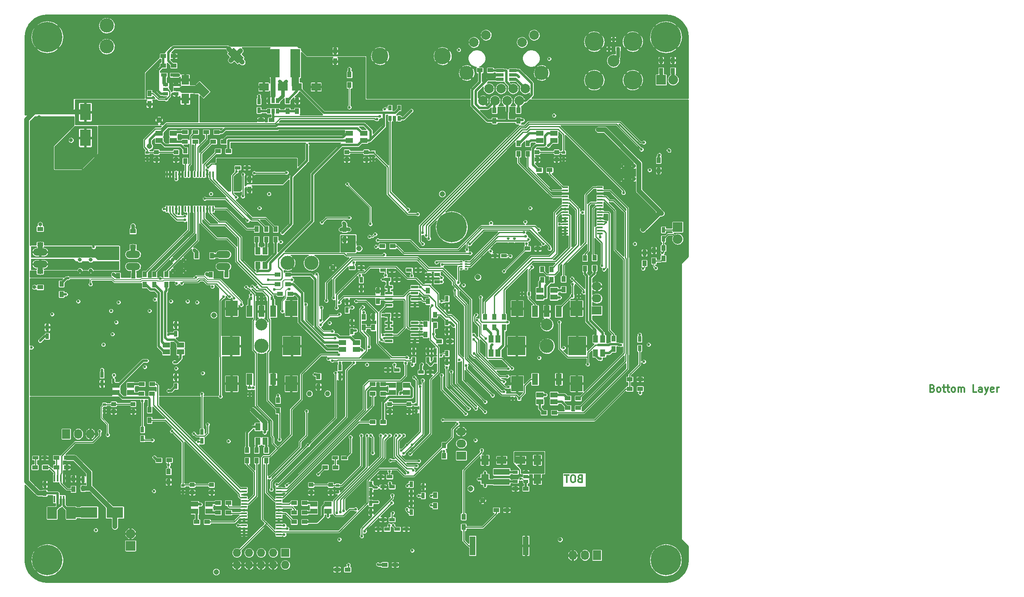
<source format=gbr>
G04 #@! TF.GenerationSoftware,KiCad,Pcbnew,no-vcs-found-7420~56~ubuntu16.04.1*
G04 #@! TF.CreationDate,2017-01-02T14:23:42+01:00*
G04 #@! TF.ProjectId,Mainboard,4D61696E626F6172642E6B696361645F,1.0*
G04 #@! TF.FileFunction,Copper,L4,Bot,Signal*
G04 #@! TF.FilePolarity,Positive*
%FSLAX46Y46*%
G04 Gerber Fmt 4.6, Leading zero omitted, Abs format (unit mm)*
G04 Created by KiCad (PCBNEW no-vcs-found-7420~56~ubuntu16.04.1) date Mon Jan  2 14:23:42 2017*
%MOMM*%
%LPD*%
G01*
G04 APERTURE LIST*
%ADD10C,0.100000*%
%ADD11C,0.300000*%
%ADD12R,0.900000X1.200000*%
%ADD13R,1.727200X1.727200*%
%ADD14O,1.727200X1.727200*%
%ADD15R,1.600000X2.000000*%
%ADD16R,2.500000X3.200000*%
%ADD17R,1.300000X2.400000*%
%ADD18C,2.500000*%
%ADD19C,3.000000*%
%ADD20R,3.750000X4.000000*%
%ADD21R,0.750000X1.200000*%
%ADD22O,2.032000X1.727200*%
%ADD23R,2.032000X1.727200*%
%ADD24R,1.200000X0.400000*%
%ADD25C,2.000000*%
%ADD26R,1.200000X0.900000*%
%ADD27R,1.200000X0.750000*%
%ADD28R,2.000000X1.600000*%
%ADD29R,0.700000X0.600000*%
%ADD30R,0.800100X0.800100*%
%ADD31R,2.000000X6.000000*%
%ADD32R,3.400000X1.300000*%
%ADD33C,6.400000*%
%ADD34R,2.032000X2.032000*%
%ADD35O,2.032000X2.032000*%
%ADD36O,3.014980X1.506220*%
%ADD37R,0.500000X0.320000*%
%ADD38R,1.200000X4.000000*%
%ADD39R,0.650000X1.060000*%
%ADD40R,1.060000X0.650000*%
%ADD41R,0.450000X1.450000*%
%ADD42R,1.560000X0.650000*%
%ADD43R,0.910000X1.220000*%
%ADD44R,1.220000X0.910000*%
%ADD45O,1.727200X2.032000*%
%ADD46R,1.727200X2.032000*%
%ADD47R,2.301240X3.500120*%
%ADD48C,3.500000*%
%ADD49R,1.550000X0.600000*%
%ADD50C,1.100000*%
%ADD51C,0.403333*%
%ADD52C,4.000000*%
%ADD53C,0.800000*%
%ADD54R,1.500000X1.100000*%
%ADD55R,3.500120X2.301240*%
%ADD56R,0.600000X0.700000*%
%ADD57R,1.100000X1.500000*%
%ADD58C,1.850000*%
%ADD59R,2.000000X2.500000*%
%ADD60R,1.000000X0.900000*%
%ADD61R,0.400000X1.200000*%
%ADD62C,1.143000*%
%ADD63C,0.600000*%
%ADD64C,0.750000*%
%ADD65C,0.150000*%
%ADD66C,0.250000*%
%ADD67C,0.500000*%
%ADD68C,0.200000*%
%ADD69C,1.000000*%
%ADD70C,1.500000*%
%ADD71C,0.125000*%
%ADD72C,2.000000*%
%ADD73C,0.254000*%
G04 APERTURE END LIST*
D10*
D11*
X291052142Y-178892857D02*
X291266428Y-178964285D01*
X291337857Y-179035714D01*
X291409285Y-179178571D01*
X291409285Y-179392857D01*
X291337857Y-179535714D01*
X291266428Y-179607142D01*
X291123571Y-179678571D01*
X290552142Y-179678571D01*
X290552142Y-178178571D01*
X291052142Y-178178571D01*
X291195000Y-178250000D01*
X291266428Y-178321428D01*
X291337857Y-178464285D01*
X291337857Y-178607142D01*
X291266428Y-178750000D01*
X291195000Y-178821428D01*
X291052142Y-178892857D01*
X290552142Y-178892857D01*
X292266428Y-179678571D02*
X292123571Y-179607142D01*
X292052142Y-179535714D01*
X291980714Y-179392857D01*
X291980714Y-178964285D01*
X292052142Y-178821428D01*
X292123571Y-178750000D01*
X292266428Y-178678571D01*
X292480714Y-178678571D01*
X292623571Y-178750000D01*
X292695000Y-178821428D01*
X292766428Y-178964285D01*
X292766428Y-179392857D01*
X292695000Y-179535714D01*
X292623571Y-179607142D01*
X292480714Y-179678571D01*
X292266428Y-179678571D01*
X293195000Y-178678571D02*
X293766428Y-178678571D01*
X293409285Y-178178571D02*
X293409285Y-179464285D01*
X293480714Y-179607142D01*
X293623571Y-179678571D01*
X293766428Y-179678571D01*
X294052142Y-178678571D02*
X294623571Y-178678571D01*
X294266428Y-178178571D02*
X294266428Y-179464285D01*
X294337857Y-179607142D01*
X294480714Y-179678571D01*
X294623571Y-179678571D01*
X295337857Y-179678571D02*
X295195000Y-179607142D01*
X295123571Y-179535714D01*
X295052142Y-179392857D01*
X295052142Y-178964285D01*
X295123571Y-178821428D01*
X295195000Y-178750000D01*
X295337857Y-178678571D01*
X295552142Y-178678571D01*
X295695000Y-178750000D01*
X295766428Y-178821428D01*
X295837857Y-178964285D01*
X295837857Y-179392857D01*
X295766428Y-179535714D01*
X295695000Y-179607142D01*
X295552142Y-179678571D01*
X295337857Y-179678571D01*
X296480714Y-179678571D02*
X296480714Y-178678571D01*
X296480714Y-178821428D02*
X296552142Y-178750000D01*
X296695000Y-178678571D01*
X296909285Y-178678571D01*
X297052142Y-178750000D01*
X297123571Y-178892857D01*
X297123571Y-179678571D01*
X297123571Y-178892857D02*
X297195000Y-178750000D01*
X297337857Y-178678571D01*
X297552142Y-178678571D01*
X297695000Y-178750000D01*
X297766428Y-178892857D01*
X297766428Y-179678571D01*
X300337857Y-179678571D02*
X299623571Y-179678571D01*
X299623571Y-178178571D01*
X301480714Y-179678571D02*
X301480714Y-178892857D01*
X301409285Y-178750000D01*
X301266428Y-178678571D01*
X300980714Y-178678571D01*
X300837857Y-178750000D01*
X301480714Y-179607142D02*
X301337857Y-179678571D01*
X300980714Y-179678571D01*
X300837857Y-179607142D01*
X300766428Y-179464285D01*
X300766428Y-179321428D01*
X300837857Y-179178571D01*
X300980714Y-179107142D01*
X301337857Y-179107142D01*
X301480714Y-179035714D01*
X302052142Y-178678571D02*
X302409285Y-179678571D01*
X302766428Y-178678571D02*
X302409285Y-179678571D01*
X302266428Y-180035714D01*
X302195000Y-180107142D01*
X302052142Y-180178571D01*
X303909285Y-179607142D02*
X303766428Y-179678571D01*
X303480714Y-179678571D01*
X303337857Y-179607142D01*
X303266428Y-179464285D01*
X303266428Y-178892857D01*
X303337857Y-178750000D01*
X303480714Y-178678571D01*
X303766428Y-178678571D01*
X303909285Y-178750000D01*
X303980714Y-178892857D01*
X303980714Y-179035714D01*
X303266428Y-179178571D01*
X304623571Y-179678571D02*
X304623571Y-178678571D01*
X304623571Y-178964285D02*
X304695000Y-178821428D01*
X304766428Y-178750000D01*
X304909285Y-178678571D01*
X305052142Y-178678571D01*
X216947857Y-197892857D02*
X216733571Y-197964285D01*
X216662142Y-198035714D01*
X216590714Y-198178571D01*
X216590714Y-198392857D01*
X216662142Y-198535714D01*
X216733571Y-198607142D01*
X216876428Y-198678571D01*
X217447857Y-198678571D01*
X217447857Y-197178571D01*
X216947857Y-197178571D01*
X216805000Y-197250000D01*
X216733571Y-197321428D01*
X216662142Y-197464285D01*
X216662142Y-197607142D01*
X216733571Y-197750000D01*
X216805000Y-197821428D01*
X216947857Y-197892857D01*
X217447857Y-197892857D01*
X215662142Y-197178571D02*
X215376428Y-197178571D01*
X215233571Y-197250000D01*
X215090714Y-197392857D01*
X215019285Y-197678571D01*
X215019285Y-198178571D01*
X215090714Y-198464285D01*
X215233571Y-198607142D01*
X215376428Y-198678571D01*
X215662142Y-198678571D01*
X215805000Y-198607142D01*
X215947857Y-198464285D01*
X216019285Y-198178571D01*
X216019285Y-197678571D01*
X215947857Y-197392857D01*
X215805000Y-197250000D01*
X215662142Y-197178571D01*
X214590714Y-197178571D02*
X213733571Y-197178571D01*
X214162142Y-198678571D02*
X214162142Y-197178571D01*
D12*
X168500000Y-115100000D03*
X168500000Y-112900000D03*
D13*
X155000000Y-213500000D03*
D14*
X155000000Y-216040000D03*
X152460000Y-213500000D03*
X152460000Y-216040000D03*
X149920000Y-213500000D03*
X149920000Y-216040000D03*
X147380000Y-213500000D03*
X147380000Y-216040000D03*
X144840000Y-213500000D03*
X144840000Y-216040000D03*
D15*
X208000000Y-194000000D03*
X208000000Y-198000000D03*
X197000000Y-198000000D03*
X197000000Y-194000000D03*
D16*
X216250000Y-162100000D03*
X203750000Y-162100000D03*
X216250000Y-177900000D03*
X203750000Y-177900000D03*
D17*
X212500000Y-162700000D03*
X210000000Y-162700000D03*
X207500000Y-162700000D03*
X212500000Y-177000000D03*
X207500000Y-177000000D03*
D18*
X210000000Y-165500000D03*
D19*
X210000000Y-170000000D03*
D20*
X216375000Y-170000000D03*
X203625000Y-170000000D03*
D12*
X130500000Y-198600000D03*
X130500000Y-196400000D03*
D21*
X181500000Y-203050000D03*
X181500000Y-204950000D03*
D22*
X220500000Y-157460000D03*
X220500000Y-160000000D03*
D23*
X220500000Y-162540000D03*
D24*
X213850000Y-146375000D03*
X213850000Y-145725000D03*
X213850000Y-145075000D03*
X213850000Y-144425000D03*
X213850000Y-143775000D03*
X213850000Y-143125000D03*
X213850000Y-142475000D03*
X213850000Y-141825000D03*
X213850000Y-141175000D03*
X213850000Y-140525000D03*
X213850000Y-139875000D03*
X213850000Y-139225000D03*
X213850000Y-138575000D03*
X213850000Y-137925000D03*
X213850000Y-137275000D03*
X213850000Y-136625000D03*
X221150000Y-136625000D03*
X221150000Y-137275000D03*
X221150000Y-137925000D03*
X221150000Y-138575000D03*
X221150000Y-139225000D03*
X221150000Y-139875000D03*
X221150000Y-140525000D03*
X221150000Y-141175000D03*
X221150000Y-141825000D03*
X221150000Y-142475000D03*
X221150000Y-143125000D03*
X221150000Y-143775000D03*
X221150000Y-144425000D03*
X221150000Y-145075000D03*
X221150000Y-145725000D03*
X221150000Y-146375000D03*
D16*
X156250000Y-162100000D03*
X143750000Y-162100000D03*
X156250000Y-177900000D03*
X143750000Y-177900000D03*
D17*
X152500000Y-162700000D03*
X150000000Y-162700000D03*
X147500000Y-162700000D03*
X152500000Y-177000000D03*
X147500000Y-177000000D03*
D18*
X150000000Y-165500000D03*
D19*
X150000000Y-170000000D03*
D20*
X156375000Y-170000000D03*
X143625000Y-170000000D03*
D12*
X147500000Y-137100000D03*
X147500000Y-134900000D03*
D25*
X202905000Y-115850000D03*
X200365000Y-115850000D03*
X205445000Y-115850000D03*
X197825000Y-115850000D03*
X196555000Y-118390000D03*
X199095000Y-118390000D03*
X201635000Y-118390000D03*
X204175000Y-118390000D03*
X204785000Y-106120000D03*
X194675000Y-106120000D03*
X197215000Y-104600000D03*
X207325000Y-104600000D03*
D19*
X208875000Y-112550000D03*
X193125000Y-112550000D03*
D26*
X203400000Y-200000000D03*
X205600000Y-200000000D03*
X109100000Y-195500000D03*
X106900000Y-195500000D03*
X131600000Y-111000000D03*
X129400000Y-111000000D03*
D12*
X126500000Y-116900000D03*
X126500000Y-119100000D03*
D27*
X174550000Y-208500000D03*
X176450000Y-208500000D03*
X180450000Y-208500000D03*
X178550000Y-208500000D03*
D21*
X181500000Y-200950000D03*
X181500000Y-199050000D03*
D27*
X175050000Y-197500000D03*
X176950000Y-197500000D03*
X175550000Y-206500000D03*
X177450000Y-206500000D03*
D21*
X184000000Y-199550000D03*
X184000000Y-201450000D03*
X173000000Y-200950000D03*
X173000000Y-199050000D03*
X173000000Y-204950000D03*
X173000000Y-203050000D03*
D27*
X175550000Y-199600000D03*
X177450000Y-199600000D03*
D21*
X229500000Y-170450000D03*
X229500000Y-168550000D03*
X125000000Y-189450000D03*
X125000000Y-187550000D03*
X137500000Y-189950000D03*
X137500000Y-188050000D03*
X132000000Y-178450000D03*
X132000000Y-176550000D03*
X116500000Y-176050000D03*
X116500000Y-177950000D03*
X132000000Y-167450000D03*
X132000000Y-165550000D03*
X105000000Y-167950000D03*
X105000000Y-166050000D03*
D28*
X150500000Y-115500000D03*
X154500000Y-115500000D03*
D15*
X134000000Y-118000000D03*
X134000000Y-114000000D03*
D21*
X149500000Y-118550000D03*
X149500000Y-120450000D03*
D27*
X131450000Y-113000000D03*
X129550000Y-113000000D03*
D19*
X155500000Y-152500000D03*
X160500000Y-152500000D03*
D28*
X161500000Y-115500000D03*
X157500000Y-115500000D03*
X200500000Y-194000000D03*
X204500000Y-194000000D03*
D21*
X104500000Y-199050000D03*
X104500000Y-200950000D03*
D27*
X104450000Y-193500000D03*
X102550000Y-193500000D03*
D21*
X112500000Y-198050000D03*
X112500000Y-199950000D03*
X182000000Y-171050000D03*
X182000000Y-172950000D03*
X166500000Y-176450000D03*
X166500000Y-174550000D03*
D27*
X176550000Y-175000000D03*
X178450000Y-175000000D03*
X185450000Y-175500000D03*
X183550000Y-175500000D03*
D21*
X189000000Y-173450000D03*
X189000000Y-171550000D03*
X189000000Y-166950000D03*
X189000000Y-165050000D03*
X189000000Y-161950000D03*
X189000000Y-160050000D03*
D27*
X185050000Y-156500000D03*
X186950000Y-156500000D03*
X185050000Y-155000000D03*
X186950000Y-155000000D03*
X182950000Y-154000000D03*
X181050000Y-154000000D03*
X177450000Y-154000000D03*
X175550000Y-154000000D03*
D21*
X171000000Y-157950000D03*
X171000000Y-156050000D03*
D27*
X170950000Y-153500000D03*
X169050000Y-153500000D03*
D21*
X168000000Y-160550000D03*
X168000000Y-162450000D03*
X169000000Y-165050000D03*
X169000000Y-166950000D03*
X185000000Y-171050000D03*
X185000000Y-172950000D03*
X186500000Y-171050000D03*
X186500000Y-172950000D03*
D27*
X199050000Y-151000000D03*
X200950000Y-151000000D03*
X178450000Y-163500000D03*
X176550000Y-163500000D03*
X178450000Y-156000000D03*
X176550000Y-156000000D03*
D29*
X182500000Y-182300000D03*
X182500000Y-183700000D03*
X117000000Y-182300000D03*
X117000000Y-183700000D03*
X166000000Y-199300000D03*
X166000000Y-200700000D03*
X213500000Y-129300000D03*
X213500000Y-130700000D03*
X173500000Y-129300000D03*
X173500000Y-130700000D03*
X126000000Y-129300000D03*
X126000000Y-130700000D03*
D12*
X236500000Y-112100000D03*
X236500000Y-109900000D03*
D30*
X224000000Y-105501780D03*
X223050000Y-107500760D03*
X224950000Y-107500760D03*
D12*
X234000000Y-112100000D03*
X234000000Y-109900000D03*
D31*
X157150000Y-110500000D03*
X152850000Y-110500000D03*
D32*
X200500000Y-198550000D03*
X200500000Y-196450000D03*
D33*
X235000000Y-105000000D03*
X105000000Y-215000000D03*
X105000000Y-105000000D03*
X235000000Y-215000000D03*
D22*
X192000000Y-187960000D03*
X192000000Y-190500000D03*
D23*
X192000000Y-193040000D03*
D34*
X234000000Y-114000000D03*
D35*
X236540000Y-114000000D03*
D36*
X123000000Y-153270000D03*
X123000000Y-150730000D03*
X142000000Y-153270000D03*
X142000000Y-150730000D03*
X103500000Y-152770000D03*
X103500000Y-150230000D03*
D19*
X117500000Y-102600000D03*
X117500000Y-107000000D03*
D12*
X192500000Y-205900000D03*
X192500000Y-208100000D03*
D26*
X199400000Y-204500000D03*
X201600000Y-204500000D03*
D12*
X153500000Y-183600000D03*
X153500000Y-181400000D03*
X188400000Y-190900000D03*
X188400000Y-193100000D03*
X162000000Y-176400000D03*
X162000000Y-178600000D03*
X184500000Y-165400000D03*
X184500000Y-167600000D03*
X185000000Y-158400000D03*
X185000000Y-160600000D03*
X186500000Y-201400000D03*
X186500000Y-203600000D03*
D26*
X165900000Y-217000000D03*
X168100000Y-217000000D03*
X178100000Y-216000000D03*
X175900000Y-216000000D03*
X227400000Y-179000000D03*
X229600000Y-179000000D03*
X229600000Y-177000000D03*
X227400000Y-177000000D03*
D12*
X230500000Y-152600000D03*
X230500000Y-150400000D03*
X108000000Y-159100000D03*
X108000000Y-156900000D03*
X167500000Y-147600000D03*
X167500000Y-145400000D03*
D26*
X149900000Y-122500000D03*
X152100000Y-122500000D03*
D12*
X155500000Y-120600000D03*
X155500000Y-118400000D03*
X157500000Y-118400000D03*
X157500000Y-120600000D03*
D26*
X129400000Y-109000000D03*
X131600000Y-109000000D03*
D12*
X110500000Y-197900000D03*
X110500000Y-200100000D03*
D26*
X102400000Y-195500000D03*
X104600000Y-195500000D03*
X106900000Y-193500000D03*
X109100000Y-193500000D03*
D12*
X186500000Y-163400000D03*
X186500000Y-165600000D03*
X171500000Y-163900000D03*
X171500000Y-166100000D03*
X173500000Y-166100000D03*
X173500000Y-163900000D03*
D26*
X208100000Y-149500000D03*
X205900000Y-149500000D03*
X175400000Y-149000000D03*
X177600000Y-149000000D03*
D12*
X165500000Y-110100000D03*
X165500000Y-107900000D03*
D37*
X193000000Y-152250000D03*
X193000000Y-152750000D03*
X193000000Y-153750000D03*
X193000000Y-153250000D03*
X192000000Y-152250000D03*
X192000000Y-153250000D03*
X192000000Y-152750000D03*
X192000000Y-153750000D03*
D38*
X205600000Y-212000000D03*
X194400000Y-212000000D03*
D39*
X152500000Y-120600000D03*
X151550000Y-120600000D03*
X153450000Y-120600000D03*
X153450000Y-118400000D03*
X152500000Y-118400000D03*
X151550000Y-118400000D03*
D40*
X132100000Y-115050000D03*
X132100000Y-116000000D03*
X132100000Y-116950000D03*
X129900000Y-116950000D03*
X129900000Y-115050000D03*
X129900000Y-116000000D03*
D41*
X106525000Y-202200000D03*
X107175000Y-202200000D03*
X107825000Y-202200000D03*
X108475000Y-202200000D03*
X108475000Y-197800000D03*
X107825000Y-197800000D03*
X107175000Y-197800000D03*
X106525000Y-197800000D03*
D40*
X203400000Y-196550000D03*
X203400000Y-198450000D03*
X205600000Y-198450000D03*
X205600000Y-197500000D03*
X205600000Y-196550000D03*
D42*
X202850000Y-113000000D03*
X202850000Y-113950000D03*
X202850000Y-112050000D03*
X200150000Y-112050000D03*
X200150000Y-113000000D03*
X200150000Y-113950000D03*
D43*
X136365000Y-151000000D03*
X139635000Y-151000000D03*
D44*
X103500000Y-145365000D03*
X103500000Y-148635000D03*
X123000000Y-145865000D03*
X123000000Y-149135000D03*
D43*
X139365000Y-155000000D03*
X142635000Y-155000000D03*
D44*
X103500000Y-157635000D03*
X103500000Y-154365000D03*
D43*
X119865000Y-155250000D03*
X123135000Y-155250000D03*
D27*
X146950000Y-132500000D03*
X145050000Y-132500000D03*
D45*
X114040000Y-188500000D03*
X111500000Y-188500000D03*
D46*
X108960000Y-188500000D03*
D47*
X113000000Y-126200020D03*
X113000000Y-120799980D03*
D48*
X174930000Y-109000000D03*
X188070000Y-109000000D03*
D49*
X176800000Y-165095000D03*
X176800000Y-166365000D03*
X176800000Y-167635000D03*
X176800000Y-168905000D03*
X182200000Y-168905000D03*
X182200000Y-167635000D03*
X182200000Y-166365000D03*
X182200000Y-165095000D03*
X176800000Y-157595000D03*
X176800000Y-158865000D03*
X176800000Y-160135000D03*
X176800000Y-161405000D03*
X182200000Y-161405000D03*
X182200000Y-160135000D03*
X182200000Y-158865000D03*
X182200000Y-157595000D03*
D50*
X163905000Y-180000000D03*
X160095000Y-180000000D03*
D12*
X199000000Y-120400000D03*
X199000000Y-122600000D03*
D26*
X198100000Y-112000000D03*
X195900000Y-112000000D03*
D12*
X204000000Y-120400000D03*
X204000000Y-122600000D03*
D51*
X203155000Y-148655000D03*
X203155000Y-147345000D03*
X201845000Y-148655000D03*
X201845000Y-147345000D03*
D52*
X219950000Y-105950000D03*
X228050000Y-105950000D03*
X228050000Y-114050000D03*
X219950000Y-114050000D03*
D18*
X224000000Y-110000000D03*
D53*
X228350000Y-132150000D03*
X225650000Y-132150000D03*
X228350000Y-134850000D03*
X225650000Y-134850000D03*
X133625000Y-154125000D03*
X133625000Y-151875000D03*
X131375000Y-154125000D03*
X131375000Y-151875000D03*
X114125000Y-154125000D03*
X114125000Y-151875000D03*
X111875000Y-154125000D03*
X111875000Y-151875000D03*
D21*
X234500000Y-147450000D03*
X234500000Y-145550000D03*
D35*
X237500000Y-147500000D03*
D34*
X237500000Y-144960000D03*
D35*
X122500000Y-209460000D03*
D34*
X122500000Y-212000000D03*
D26*
X130600000Y-194000000D03*
X128400000Y-194000000D03*
D12*
X232500000Y-152100000D03*
X232500000Y-149900000D03*
X234500000Y-151600000D03*
X234500000Y-149400000D03*
D54*
X177500000Y-179750000D03*
X177500000Y-178250000D03*
X180500000Y-179750000D03*
X180500000Y-178250000D03*
X119500000Y-179750000D03*
X119500000Y-178250000D03*
X122500000Y-179750000D03*
X122500000Y-178250000D03*
X161000000Y-204750000D03*
X161000000Y-203250000D03*
X164000000Y-204750000D03*
X164000000Y-203250000D03*
X211500000Y-125250000D03*
X211500000Y-126750000D03*
X208500000Y-125250000D03*
X208500000Y-126750000D03*
X168500000Y-126750000D03*
X168500000Y-125250000D03*
X171500000Y-126750000D03*
X171500000Y-125250000D03*
X131500000Y-125250000D03*
X131500000Y-126750000D03*
X128500000Y-125250000D03*
X128500000Y-126750000D03*
D55*
X119200020Y-205000000D03*
X113799980Y-205000000D03*
D54*
X136000000Y-204750000D03*
X136000000Y-203250000D03*
X139000000Y-204750000D03*
X139000000Y-203250000D03*
D29*
X133500000Y-199300000D03*
X133500000Y-200700000D03*
D54*
X167000000Y-170750000D03*
X167000000Y-169250000D03*
X170000000Y-170750000D03*
X170000000Y-169250000D03*
D56*
X152200000Y-160000000D03*
X150800000Y-160000000D03*
X147800000Y-160000000D03*
X149200000Y-160000000D03*
D57*
X149250000Y-150000000D03*
X150750000Y-150000000D03*
X149250000Y-153000000D03*
X150750000Y-153000000D03*
X149250000Y-187000000D03*
X150750000Y-187000000D03*
X149250000Y-190000000D03*
X150750000Y-190000000D03*
D29*
X147500000Y-180200000D03*
X147500000Y-178800000D03*
D54*
X130000000Y-171250000D03*
X130000000Y-169750000D03*
X133000000Y-171250000D03*
X133000000Y-169750000D03*
D57*
X221750000Y-171500000D03*
X220250000Y-171500000D03*
X221750000Y-168500000D03*
X220250000Y-168500000D03*
D56*
X216700000Y-159500000D03*
X215300000Y-159500000D03*
X206200000Y-159000000D03*
X204800000Y-159000000D03*
D54*
X211500000Y-158250000D03*
X211500000Y-159750000D03*
X208500000Y-158250000D03*
X208500000Y-159750000D03*
X208500000Y-181750000D03*
X208500000Y-180250000D03*
X211500000Y-181750000D03*
X211500000Y-180250000D03*
D56*
X202800000Y-181000000D03*
X204200000Y-181000000D03*
D57*
X198250000Y-168500000D03*
X199750000Y-168500000D03*
X198250000Y-171500000D03*
X199750000Y-171500000D03*
D58*
X137411000Y-116089000D03*
D10*
G36*
X135696266Y-115682414D02*
X137004414Y-114374266D01*
X139125734Y-116495586D01*
X137817586Y-117803734D01*
X135696266Y-115682414D01*
X135696266Y-115682414D01*
G37*
D58*
X144589000Y-108911000D03*
D10*
G36*
X142874266Y-108504414D02*
X144182414Y-107196266D01*
X146303734Y-109317586D01*
X144995586Y-110625734D01*
X142874266Y-108504414D01*
X142874266Y-108504414D01*
G37*
D59*
X106000000Y-205100000D03*
X110000000Y-205100000D03*
D26*
X173400000Y-186000000D03*
X175600000Y-186000000D03*
X175600000Y-178000000D03*
X173400000Y-178000000D03*
X173400000Y-180000000D03*
X175600000Y-180000000D03*
D12*
X126500000Y-183400000D03*
X126500000Y-185600000D03*
D26*
X124800000Y-180000000D03*
X127000000Y-180000000D03*
X124900000Y-178000000D03*
X127100000Y-178000000D03*
X159100000Y-207000000D03*
X156900000Y-207000000D03*
X156900000Y-203000000D03*
X159100000Y-203000000D03*
X159100000Y-205000000D03*
X156900000Y-205000000D03*
X208400000Y-133000000D03*
X210600000Y-133000000D03*
D12*
X204000000Y-129600000D03*
X204000000Y-127400000D03*
X206000000Y-127400000D03*
X206000000Y-129600000D03*
D26*
X138400000Y-125000000D03*
X140600000Y-125000000D03*
X142100000Y-127000000D03*
X139900000Y-127000000D03*
X143100000Y-129000000D03*
X140900000Y-129000000D03*
D12*
X134000000Y-128900000D03*
X134000000Y-131100000D03*
D26*
X136100000Y-127000000D03*
X133900000Y-127000000D03*
X133900000Y-125000000D03*
X136100000Y-125000000D03*
X138600000Y-207000000D03*
X136400000Y-207000000D03*
X140900000Y-205000000D03*
X143100000Y-205000000D03*
X143100000Y-203000000D03*
X140900000Y-203000000D03*
X153400000Y-155000000D03*
X155600000Y-155000000D03*
X155600000Y-157000000D03*
X153400000Y-157000000D03*
X153900000Y-159000000D03*
X156100000Y-159000000D03*
D12*
X153000000Y-145400000D03*
X153000000Y-147600000D03*
X151000000Y-147600000D03*
X151000000Y-145400000D03*
X149000000Y-147600000D03*
X149000000Y-145400000D03*
X147000000Y-191900000D03*
X147000000Y-194100000D03*
X149000000Y-194100000D03*
X149000000Y-191900000D03*
X151000000Y-191900000D03*
X151000000Y-194100000D03*
X130000000Y-157100000D03*
X130000000Y-154900000D03*
X127500000Y-154900000D03*
X127500000Y-157100000D03*
X125500000Y-157100000D03*
X125500000Y-154900000D03*
X224000000Y-168400000D03*
X224000000Y-170600000D03*
X220000000Y-153600000D03*
X220000000Y-151400000D03*
X218000000Y-151500000D03*
X218000000Y-153700000D03*
X213500000Y-158100000D03*
X213500000Y-155900000D03*
X209000000Y-153900000D03*
X209000000Y-156100000D03*
X211000000Y-156100000D03*
X211000000Y-153900000D03*
D26*
X211600000Y-184000000D03*
X209400000Y-184000000D03*
X216600000Y-183000000D03*
X214400000Y-183000000D03*
X216600000Y-181000000D03*
X214400000Y-181000000D03*
D12*
X201000000Y-166100000D03*
X201000000Y-163900000D03*
X199000000Y-163900000D03*
X199000000Y-166100000D03*
X197000000Y-166100000D03*
X197000000Y-163900000D03*
D60*
X181050000Y-182200000D03*
X181050000Y-183800000D03*
X176950000Y-182200000D03*
X176950000Y-183800000D03*
X118950000Y-183800000D03*
X118950000Y-182200000D03*
X123050000Y-183800000D03*
X123050000Y-182200000D03*
X160450000Y-200800000D03*
X160450000Y-199200000D03*
X164550000Y-200800000D03*
X164550000Y-199200000D03*
X212050000Y-129200000D03*
X212050000Y-130800000D03*
X207950000Y-129200000D03*
X207950000Y-130800000D03*
X167950000Y-130800000D03*
X167950000Y-129200000D03*
X172050000Y-130800000D03*
X172050000Y-129200000D03*
X127950000Y-130800000D03*
X127950000Y-129200000D03*
X132050000Y-130800000D03*
X132050000Y-129200000D03*
X139550000Y-199200000D03*
X139550000Y-200800000D03*
X135450000Y-199200000D03*
X135450000Y-200800000D03*
D39*
X178950000Y-122100000D03*
X178000000Y-122100000D03*
X177050000Y-122100000D03*
X177050000Y-119900000D03*
X178950000Y-119900000D03*
D24*
X153650000Y-209700000D03*
X153650000Y-209050000D03*
X153650000Y-208400000D03*
X153650000Y-207750000D03*
X153650000Y-207100000D03*
X153650000Y-206450000D03*
X153650000Y-205800000D03*
X153650000Y-205150000D03*
X153650000Y-204500000D03*
X153650000Y-203850000D03*
X153650000Y-203200000D03*
X153650000Y-202550000D03*
X153650000Y-201900000D03*
X153650000Y-201250000D03*
X153650000Y-200600000D03*
X153650000Y-199950000D03*
X146350000Y-199950000D03*
X146350000Y-200600000D03*
X146350000Y-201250000D03*
X146350000Y-201900000D03*
X146350000Y-202550000D03*
X146350000Y-203200000D03*
X146350000Y-203850000D03*
X146350000Y-204500000D03*
X146350000Y-205150000D03*
X146350000Y-205800000D03*
X146350000Y-206450000D03*
X146350000Y-207100000D03*
X146350000Y-207750000D03*
X146350000Y-208400000D03*
X146350000Y-209050000D03*
X146350000Y-209700000D03*
D61*
X130125000Y-133850000D03*
X130775000Y-133850000D03*
X131425000Y-133850000D03*
X132075000Y-133850000D03*
X132725000Y-133850000D03*
X133375000Y-133850000D03*
X134025000Y-133850000D03*
X134675000Y-133850000D03*
X135325000Y-133850000D03*
X135975000Y-133850000D03*
X136625000Y-133850000D03*
X137275000Y-133850000D03*
X137925000Y-133850000D03*
X138575000Y-133850000D03*
X139225000Y-133850000D03*
X139875000Y-133850000D03*
X139875000Y-141150000D03*
X139225000Y-141150000D03*
X138575000Y-141150000D03*
X137925000Y-141150000D03*
X137275000Y-141150000D03*
X136625000Y-141150000D03*
X135975000Y-141150000D03*
X135325000Y-141150000D03*
X134675000Y-141150000D03*
X134025000Y-141150000D03*
X133375000Y-141150000D03*
X132725000Y-141150000D03*
X132075000Y-141150000D03*
X131425000Y-141150000D03*
X130775000Y-141150000D03*
X130125000Y-141150000D03*
D33*
X190000000Y-145000000D03*
D62*
X128500000Y-122500000D03*
X140500000Y-217500000D03*
X126500000Y-128000000D03*
X140000000Y-163500000D03*
X196500000Y-202500000D03*
X188000000Y-138000000D03*
X195500000Y-155500000D03*
X170500000Y-149500000D03*
X194000000Y-200000000D03*
X165000000Y-153500000D03*
D45*
X215460000Y-214000000D03*
X218000000Y-214000000D03*
D46*
X220540000Y-214000000D03*
D12*
X233500000Y-133100000D03*
X233500000Y-130900000D03*
X174500000Y-158400000D03*
X174500000Y-160600000D03*
D26*
X187400000Y-169000000D03*
X189600000Y-169000000D03*
D27*
X165550000Y-193500000D03*
X167450000Y-193500000D03*
D26*
X163400000Y-195500000D03*
X165600000Y-195500000D03*
D63*
X203800000Y-191400000D03*
X203500000Y-167000000D03*
X171150000Y-124100000D03*
X201875002Y-163350000D03*
X212900000Y-150100000D03*
X212700000Y-146549996D03*
X220700000Y-149850000D03*
X171150000Y-118250000D03*
X169900000Y-113150000D03*
X169200000Y-116750000D03*
X169000000Y-122700000D03*
X165500000Y-111100000D03*
X127400000Y-111600000D03*
X127200000Y-115700000D03*
X202299994Y-121100000D03*
X102099998Y-208600000D03*
X160399998Y-146000000D03*
X238000000Y-173500000D03*
X168500000Y-202000008D03*
X168900000Y-193500000D03*
X152200000Y-191300000D03*
X175800000Y-207600000D03*
X161500000Y-206000000D03*
X166700000Y-196000000D03*
X154000000Y-197700000D03*
X150000000Y-172500000D03*
X129950000Y-181100000D03*
X136850000Y-181150000D03*
X234200000Y-134000000D03*
X231400000Y-133899992D03*
X231400000Y-135000000D03*
X191800000Y-176600000D03*
X161400000Y-127500000D03*
X161600000Y-131000000D03*
X158600000Y-138500000D03*
X158500000Y-142500000D03*
X154264651Y-149164651D03*
X127600000Y-160200000D03*
X130500000Y-167600000D03*
X166600000Y-125300000D03*
X173100000Y-123200000D03*
X228600000Y-167600000D03*
X188100000Y-184600000D03*
X101700000Y-170300000D03*
X118700000Y-167500000D03*
X118400000Y-162600000D03*
X119500000Y-165000000D03*
X106000000Y-163300000D03*
X120000000Y-160800000D03*
X111500000Y-160600000D03*
X134500000Y-160599994D03*
X132700000Y-190700000D03*
X195200000Y-166850000D03*
X196750000Y-182699998D03*
X196300000Y-169550000D03*
X185000000Y-181100000D03*
X192200000Y-171000000D03*
X191900002Y-159000000D03*
X194500000Y-172899998D03*
X212500000Y-179350010D03*
X217500000Y-159650000D03*
X224900000Y-168900000D03*
X179000000Y-179000000D03*
X152000000Y-195700000D03*
X157500000Y-188600000D03*
X155200000Y-198400000D03*
X164799998Y-189000000D03*
X161650000Y-192150000D03*
X157350000Y-196450000D03*
X176900000Y-192100000D03*
X178700000Y-186500000D03*
X176900000Y-190800000D03*
X184900000Y-186400000D03*
X182200000Y-198000000D03*
X179600000Y-205000000D03*
X167400000Y-213800000D03*
X164500000Y-210700000D03*
X107300000Y-208700008D03*
X117400000Y-211200000D03*
X209149939Y-197999254D03*
X206800000Y-198000000D03*
X208000000Y-199400000D03*
X202400000Y-200000000D03*
X172700000Y-181600000D03*
X169000000Y-184100000D03*
X167700000Y-190700022D03*
X174450000Y-190700000D03*
X172700000Y-187000000D03*
X173500000Y-141400000D03*
X173100000Y-138100000D03*
X172900000Y-133800000D03*
X171200000Y-132400000D03*
X171100000Y-137000000D03*
X171100000Y-144600000D03*
X170200000Y-148200000D03*
X182100000Y-139400000D03*
X182100000Y-134700000D03*
X181400000Y-130500000D03*
X180700000Y-126400000D03*
X180500000Y-122600000D03*
X183100000Y-121500000D03*
X182700000Y-125100000D03*
X183500000Y-129400000D03*
X184600000Y-134600000D03*
X184600000Y-138800000D03*
X186000000Y-145300000D03*
X187700000Y-151400000D03*
X189550000Y-153850000D03*
X126500000Y-162600000D03*
X141300000Y-138000000D03*
X142500000Y-140000000D03*
X201000000Y-140700000D03*
X199500000Y-137250000D03*
X199150000Y-132650000D03*
X197750000Y-129150000D03*
X197350000Y-124800000D03*
X193500000Y-118650000D03*
X195100000Y-121950000D03*
X197750000Y-121700000D03*
X199450000Y-125750000D03*
X202250000Y-136800000D03*
X201750000Y-134200000D03*
X201750000Y-129250000D03*
X204000000Y-121550000D03*
X204800000Y-128600000D03*
X203950000Y-132350000D03*
X203950000Y-135650000D03*
X204050000Y-139500000D03*
X211000000Y-128600000D03*
X160050000Y-161900000D03*
X139600000Y-145300000D03*
X150000000Y-148750000D03*
X148250000Y-153150000D03*
X145150000Y-144800000D03*
X158400000Y-118400000D03*
X185250000Y-176550000D03*
X184150000Y-190699990D03*
X226200000Y-174650000D03*
X218050000Y-182700000D03*
X143550000Y-141050000D03*
X138750000Y-190500000D03*
X130200000Y-189550000D03*
X182900000Y-172700000D03*
X191600000Y-175200000D03*
X196300000Y-170850000D03*
X204450000Y-152450000D03*
X201950000Y-159300000D03*
X205350000Y-155750000D03*
X209400000Y-146700000D03*
X210750000Y-148150000D03*
X217400000Y-146549999D03*
X220300000Y-147975000D03*
X225100000Y-146250000D03*
X119400000Y-187400000D03*
X127250000Y-184600000D03*
X125600000Y-184250000D03*
X119400000Y-185650000D03*
X112050000Y-186550000D03*
X139700000Y-157500000D03*
X145300000Y-157650000D03*
X146000000Y-159400000D03*
X165550000Y-170000000D03*
X152900000Y-188150000D03*
X162950000Y-188550000D03*
X198900000Y-173200000D03*
X207200000Y-170500000D03*
X206550000Y-172600000D03*
X206350000Y-174850000D03*
X201650000Y-161350000D03*
X207400000Y-155600000D03*
X173100000Y-132000000D03*
X178500000Y-142250000D03*
X174850000Y-171250000D03*
X226923602Y-126476398D03*
X227749998Y-124100000D03*
X227000000Y-122500000D03*
X225000000Y-121550000D03*
X221050000Y-119100000D03*
X224000000Y-124450000D03*
X224900000Y-125500000D03*
X238450000Y-119850000D03*
X226950000Y-119100000D03*
X228950000Y-119000000D03*
X234000000Y-120150000D03*
X114750000Y-149150000D03*
X188076057Y-172673946D03*
X212703563Y-145223031D03*
X225100000Y-149600000D03*
X104500000Y-197999998D03*
X104400000Y-192100000D03*
X179100000Y-216000000D03*
X181400000Y-210400000D03*
X173000000Y-209400000D03*
X168400000Y-206000000D03*
X166900000Y-130800000D03*
X132600000Y-109000000D03*
X132200000Y-114300000D03*
X135200000Y-114000000D03*
X134000000Y-112600000D03*
X206700000Y-212000000D03*
X201600000Y-205500000D03*
X179900000Y-183875002D03*
X166000000Y-200025002D03*
X133500000Y-201500000D03*
X135800000Y-187200021D03*
X117000000Y-184400000D03*
X194150000Y-126100000D03*
X147500000Y-180900000D03*
X182000000Y-184400000D03*
X102200000Y-192100000D03*
X115999998Y-191800000D03*
X187600000Y-166100000D03*
X179500000Y-163500000D03*
X179500000Y-156000000D03*
X183400000Y-161400000D03*
X238000000Y-153800000D03*
X229400000Y-153399990D03*
X220815686Y-165184314D03*
X222400000Y-166125000D03*
X222400000Y-162700000D03*
X222425003Y-159000000D03*
X233000000Y-163500000D03*
X237000000Y-173500000D03*
X235800000Y-173500000D03*
X234200000Y-173500000D03*
X228875000Y-173300000D03*
X150000000Y-160800000D03*
X132200000Y-156800000D03*
X136500000Y-160800000D03*
X131000000Y-160600000D03*
X108900000Y-159100000D03*
X169800000Y-165400000D03*
X116500000Y-175000000D03*
X190000000Y-202700000D03*
X160300000Y-175200000D03*
X163484314Y-175284314D03*
X156800000Y-180400000D03*
X159500000Y-208100000D03*
X159500000Y-192100000D03*
X143100000Y-194000000D03*
X130500000Y-199600000D03*
X174400000Y-204200000D03*
X174300000Y-201000000D03*
X140400000Y-148575000D03*
X179700000Y-120900000D03*
X148624999Y-115875001D03*
X150500000Y-114300000D03*
X162900000Y-115500000D03*
X161500000Y-114300000D03*
X160100000Y-115500000D03*
X170000000Y-130800000D03*
X235675000Y-127000000D03*
X175491602Y-198833591D03*
X177100000Y-145500000D03*
X176399293Y-205198433D03*
X182500000Y-186700000D03*
X173500000Y-162900010D03*
X138500000Y-140000000D03*
X135300000Y-140200000D03*
X133400000Y-140100000D03*
X132000000Y-140100000D03*
X138500000Y-134900000D03*
X135372919Y-134825276D03*
X133000000Y-132500000D03*
X131300000Y-132400000D03*
X130400000Y-132500000D03*
X130000000Y-130800000D03*
X212700000Y-143500000D03*
X222425002Y-142700000D03*
X222600000Y-141200000D03*
X223100000Y-138200000D03*
X215700000Y-137900000D03*
X210000000Y-161100000D03*
X152500000Y-178700000D03*
X166500000Y-177500000D03*
X160700000Y-183700000D03*
X162000000Y-183700000D03*
X236400000Y-153700000D03*
X231500000Y-150400000D03*
X180700000Y-200900000D03*
X183000000Y-200400000D03*
X181400000Y-208500000D03*
X180600000Y-203300000D03*
X215500000Y-141900000D03*
X225500000Y-141900000D03*
X209000000Y-149500000D03*
X177100000Y-173900000D03*
X185700000Y-170100000D03*
X182000000Y-170100000D03*
X169110381Y-161025972D03*
X170300000Y-152400000D03*
X176949998Y-155104162D03*
X182450003Y-155200000D03*
X184100000Y-155700000D03*
X171000000Y-158900000D03*
X187895852Y-161449991D03*
X213500000Y-174500000D03*
X201500000Y-125000000D03*
X191500000Y-107700000D03*
X210500000Y-109600000D03*
X204500000Y-141500000D03*
X198300000Y-152000000D03*
X199000000Y-142100000D03*
X178000000Y-123000000D03*
X128700000Y-197500000D03*
X127400000Y-202600000D03*
X116600000Y-208600000D03*
X119000000Y-176100000D03*
X130500000Y-179400000D03*
X103500000Y-168900000D03*
X217500000Y-133000000D03*
D53*
X147500000Y-138500000D03*
X103300000Y-121900000D03*
X108500000Y-125000000D03*
X106600000Y-125000000D03*
X110000000Y-126700000D03*
X104400000Y-126500000D03*
X104400000Y-128000000D03*
D63*
X152600000Y-201300000D03*
X147400000Y-201200000D03*
X147400000Y-204500000D03*
X147400000Y-206800000D03*
X145200000Y-209100000D03*
X152600000Y-204500000D03*
X154800000Y-206700000D03*
X210000000Y-130800000D03*
X121000000Y-183800000D03*
X165500000Y-216000000D03*
D53*
X109500000Y-198000000D03*
D63*
X231400000Y-169699996D03*
X212600000Y-164950000D03*
X220900000Y-169750000D03*
X225550000Y-169750000D03*
X218600000Y-173850000D03*
X220800000Y-124500000D03*
X198300000Y-198550000D03*
X197000000Y-199400000D03*
X197000000Y-196600000D03*
X195700000Y-198000000D03*
X180700000Y-199400000D03*
X176925010Y-196400000D03*
X177700000Y-207700000D03*
X176899996Y-207700000D03*
X234100000Y-142100000D03*
X230200000Y-145500000D03*
X231600000Y-133000000D03*
X235600000Y-128799996D03*
X230400000Y-173300000D03*
X188400000Y-192100000D03*
X166400000Y-210700000D03*
X207800000Y-195600000D03*
X205100000Y-195500000D03*
X206400000Y-194300000D03*
X195000000Y-189800000D03*
X212650000Y-144400000D03*
X153500000Y-180400000D03*
X143200000Y-107500000D03*
X146000000Y-110300000D03*
X143600000Y-109900000D03*
X145600000Y-107900000D03*
X180600000Y-204300002D03*
X208400000Y-172500000D03*
X211500000Y-121500000D03*
X183500000Y-160100000D03*
X183400000Y-167600000D03*
X175500000Y-156000000D03*
X175500000Y-163500000D03*
X191600000Y-172900000D03*
X143100000Y-190000000D03*
X127500000Y-193400000D03*
X174400000Y-202800000D03*
X174202551Y-199750226D03*
X176991589Y-198833590D03*
X177600000Y-205100000D03*
X132700000Y-142200000D03*
X129500000Y-141200000D03*
X132100000Y-134900000D03*
X221200000Y-147100000D03*
X222399992Y-144000000D03*
X213550000Y-170400000D03*
X183033580Y-201508395D03*
X217500000Y-141900000D03*
X228500000Y-148500000D03*
X166699996Y-145500000D03*
X168400000Y-145500000D03*
X167300000Y-144100002D03*
X206500000Y-141000000D03*
X202325010Y-151100000D03*
X204163202Y-113436830D03*
D53*
X212800000Y-210700000D03*
D63*
X127400000Y-200500000D03*
X115200000Y-208700000D03*
X139400000Y-138000000D03*
X151600000Y-138000000D03*
X149600000Y-141000000D03*
X144700000Y-138700000D03*
X144750000Y-133300000D03*
X145100000Y-207700000D03*
X154800000Y-207700000D03*
X154800000Y-209700000D03*
X229602305Y-179897695D03*
X185701490Y-201500000D03*
X185701490Y-203500000D03*
X119200000Y-208000000D03*
X181700000Y-213000000D03*
X229500000Y-167600000D03*
X188150000Y-185550000D03*
X125000000Y-181600000D03*
X127100000Y-189800000D03*
X137500000Y-180050000D03*
X136700000Y-190100000D03*
X137500000Y-156700000D03*
X113300000Y-157000000D03*
X115990373Y-179590373D03*
X138500000Y-160600000D03*
X133200000Y-165600004D03*
X123400000Y-159500000D03*
X116600000Y-162600000D03*
X118000000Y-160800000D03*
X103900000Y-159100000D03*
X133500000Y-175600000D03*
X106500000Y-165100000D03*
X159600000Y-127700000D03*
X154400000Y-146200000D03*
X155200000Y-114300000D03*
X153800000Y-114300000D03*
X154500000Y-117350000D03*
D53*
X109800000Y-128600000D03*
X107499998Y-131400000D03*
X109700016Y-131400000D03*
X107500000Y-128700000D03*
D63*
X119000000Y-153600000D03*
X119700000Y-153600000D03*
X119700000Y-152500000D03*
X119000000Y-152500000D03*
X119000000Y-151500000D03*
X119700000Y-151500000D03*
X119700000Y-150400000D03*
X119000000Y-150400000D03*
X152500000Y-117400000D03*
X149500000Y-117400000D03*
X132500000Y-113000000D03*
X133500000Y-116000000D03*
X221300000Y-172699986D03*
X198550004Y-169700000D03*
X179195740Y-179999991D03*
X212679359Y-159779317D03*
X164350000Y-165150000D03*
X148200000Y-183500000D03*
X118874998Y-177100000D03*
X125900000Y-173100000D03*
X131700000Y-173400000D03*
X173000000Y-126500000D03*
X209700000Y-180300000D03*
X210300000Y-127900000D03*
X171200000Y-170900000D03*
X149200000Y-154300000D03*
X164000000Y-205800000D03*
X150700000Y-188200000D03*
X137200000Y-203300000D03*
X164900002Y-173050012D03*
X181717177Y-173975666D03*
X187884711Y-156497088D03*
X170700000Y-155100000D03*
X198200000Y-150100000D03*
X118900000Y-154900000D03*
X138500000Y-154800000D03*
X135900000Y-149800000D03*
X138750000Y-132450000D03*
X142750000Y-133800000D03*
X140550000Y-131700000D03*
X146250000Y-131600000D03*
X153400000Y-135150000D03*
X150800000Y-134600000D03*
X155600000Y-132050000D03*
X153350000Y-131900000D03*
X165550000Y-106850000D03*
X178000000Y-115750000D03*
X198950000Y-113050000D03*
X181500000Y-115500000D03*
D53*
X123000000Y-144700000D03*
X102300000Y-157600000D03*
X103500000Y-144400000D03*
X149800000Y-131900000D03*
D63*
X144550000Y-136450000D03*
X145450000Y-136450000D03*
X145450000Y-135550000D03*
X144550000Y-135550000D03*
D53*
X143600000Y-131700000D03*
D63*
X168500000Y-106400000D03*
X190700000Y-158300000D03*
X166400000Y-163350000D03*
X162500000Y-165550000D03*
X148300000Y-178800014D03*
X182125000Y-176600000D03*
X117700000Y-188699994D03*
X155350000Y-199249998D03*
X180300000Y-173600011D03*
X185199988Y-147400000D03*
X208250000Y-145550002D03*
X174450002Y-147750000D03*
X206850000Y-153400000D03*
X182850000Y-142250000D03*
X201750000Y-165000000D03*
X215400000Y-157000000D03*
X196100000Y-159700000D03*
X174300000Y-122300000D03*
X159300000Y-161250000D03*
X165500000Y-168375000D03*
X147800000Y-159200000D03*
X175800000Y-150800000D03*
X151500000Y-156100000D03*
X149100000Y-157600000D03*
X168500000Y-143050000D03*
X162700000Y-144000000D03*
X172730010Y-147000000D03*
X173900000Y-146500000D03*
X169900000Y-160550000D03*
X180600000Y-172400000D03*
X130000000Y-118100000D03*
X138100000Y-139000000D03*
X147100000Y-143600000D03*
X200989146Y-154264156D03*
X205716942Y-148483058D03*
X192950000Y-184250000D03*
X187900000Y-176149996D03*
X196300000Y-191900000D03*
X179900000Y-192600002D03*
X181700000Y-190800000D03*
X171100000Y-210000000D03*
X177500000Y-201400000D03*
X183900000Y-177200000D03*
X230400000Y-127200000D03*
X183900000Y-148500000D03*
X178300000Y-188800000D03*
X181900000Y-196100004D03*
X173400000Y-192500000D03*
X173000000Y-188800000D03*
X179900000Y-188800000D03*
X183100000Y-194200000D03*
X169800000Y-204299996D03*
X172200000Y-188800000D03*
X130500000Y-195000000D03*
X166600000Y-204900000D03*
X176099978Y-188800000D03*
X168300000Y-216000000D03*
X166400000Y-160900000D03*
X197000000Y-183850000D03*
X201899998Y-178600000D03*
X163650000Y-160450000D03*
X201000002Y-179600000D03*
X165200000Y-159900000D03*
X195050000Y-183150000D03*
X189900000Y-175400000D03*
X230243054Y-153708531D03*
X136200000Y-155550000D03*
X109350000Y-155700000D03*
X128800004Y-155800000D03*
X145800000Y-161350000D03*
X174900000Y-121700000D03*
X162600000Y-161900000D03*
X162450000Y-164650000D03*
X116000000Y-187900000D03*
X141399988Y-180600000D03*
X152699998Y-158100000D03*
X142054618Y-159645381D03*
X156423377Y-156047402D03*
X172600000Y-170200002D03*
X168500000Y-119800000D03*
X168050000Y-135950000D03*
X172892136Y-144339322D03*
X177150000Y-194050000D03*
X180800000Y-196600000D03*
X191400000Y-156700000D03*
X186812314Y-152394683D03*
X188000000Y-152875000D03*
X206150000Y-147600000D03*
X205598951Y-146898951D03*
X205200004Y-146100032D03*
X183900000Y-146200000D03*
X229900000Y-128674978D03*
X194700000Y-171550000D03*
X201000000Y-177500000D03*
X194600002Y-168600000D03*
X201700000Y-176400000D03*
X165800004Y-162000000D03*
X197050000Y-181750000D03*
X195150000Y-163450000D03*
X202650000Y-174699998D03*
X193550000Y-183150000D03*
X188950002Y-174550000D03*
X217750000Y-158699994D03*
X210600000Y-149550000D03*
X215300000Y-155800000D03*
X193200000Y-149700000D03*
X138700000Y-186500000D03*
X135800000Y-188400000D03*
X143300000Y-159600000D03*
X133250000Y-156800002D03*
X144300000Y-160000000D03*
X114100000Y-157000000D03*
X179100000Y-188800000D03*
X182600000Y-195200000D03*
X204500000Y-197900000D03*
X154400000Y-162700000D03*
X155900000Y-158000000D03*
X155300000Y-133550000D03*
X148500000Y-133600000D03*
X146100000Y-138500000D03*
X146150000Y-133900000D03*
X185550000Y-173900000D03*
X166500000Y-173500010D03*
X187770160Y-172016626D03*
X151700000Y-197600000D03*
X172200000Y-173900000D03*
X190424334Y-165717177D03*
X169800000Y-166700000D03*
X171500000Y-162900000D03*
X183700000Y-173874998D03*
X159500000Y-183700000D03*
X167700000Y-148600000D03*
X154100000Y-148100000D03*
X168500000Y-149800000D03*
X169300000Y-148500000D03*
X177949991Y-173895852D03*
X169098983Y-161875898D03*
X169400000Y-152400000D03*
X176100004Y-155100000D03*
X181600000Y-155200000D03*
X187899377Y-155642974D03*
X187900000Y-160600000D03*
X161200000Y-175950000D03*
X198600000Y-180400000D03*
X193049990Y-174072875D03*
X194600000Y-167650000D03*
X201900000Y-174799996D03*
X221600000Y-153100000D03*
X165600000Y-175650000D03*
X155400000Y-208400000D03*
X159800000Y-190800000D03*
X152100000Y-200200000D03*
X153800000Y-189700000D03*
X148100000Y-157500000D03*
X133900000Y-142700000D03*
X221999996Y-153900000D03*
X191200000Y-186400000D03*
X166250000Y-171850000D03*
X146800000Y-157600000D03*
X133900000Y-143500000D03*
X183600000Y-165100000D03*
X183500000Y-157600000D03*
X165876969Y-205096437D03*
X175100000Y-188800000D03*
X167308281Y-204696178D03*
X176974987Y-188800000D03*
X164100000Y-172650010D03*
X171300000Y-161800000D03*
X164950000Y-166900000D03*
X161600000Y-154900000D03*
X184647452Y-146752548D03*
X226100000Y-137800000D03*
X179400000Y-192000000D03*
X180600000Y-190800000D03*
X183400000Y-178500000D03*
X175600000Y-167700000D03*
X183600000Y-166400000D03*
X175250000Y-168700000D03*
X198250000Y-144100000D03*
X205450000Y-143900000D03*
X204900000Y-122500000D03*
X193900008Y-150500000D03*
X174100021Y-149100000D03*
X195350000Y-164550000D03*
X197150000Y-168450000D03*
X186200000Y-167500000D03*
X234300000Y-150400000D03*
X232900000Y-153600000D03*
X116800000Y-169700000D03*
X125500000Y-174400000D03*
X132100000Y-174700000D03*
X137700000Y-175700000D03*
X171699998Y-209000000D03*
X193800000Y-148550000D03*
X209250000Y-148500000D03*
X177400000Y-203000000D03*
X185900000Y-161500000D03*
X181300000Y-192700000D03*
X192500000Y-157200000D03*
X171000000Y-188800000D03*
X131200000Y-187900000D03*
X169450000Y-173549996D03*
X153200000Y-199100000D03*
X180800000Y-141300000D03*
X175900000Y-120200000D03*
X233649999Y-129799655D03*
X168500000Y-111700000D03*
X181500000Y-120500000D03*
X174500000Y-215900000D03*
X168750000Y-189150000D03*
X161950000Y-196950000D03*
D64*
X236500000Y-112100000D02*
X236500000Y-113960000D01*
X236500000Y-113960000D02*
X236540000Y-114000000D01*
D65*
X168000000Y-160550000D02*
X168634409Y-160550000D01*
X168634409Y-160550000D02*
X169110381Y-161025972D01*
X166500000Y-176450000D02*
X166500000Y-177500000D01*
X176550000Y-175000000D02*
X176550000Y-174450000D01*
X176550000Y-174450000D02*
X177100000Y-173900000D01*
X178450000Y-163500000D02*
X179500000Y-163500000D01*
X189000000Y-166950000D02*
X188450000Y-166950000D01*
X188450000Y-166950000D02*
X187600000Y-166100000D01*
X189000000Y-161950000D02*
X188395861Y-161950000D01*
X188395861Y-161950000D02*
X187895852Y-161449991D01*
X185050000Y-156500000D02*
X184300000Y-156500000D01*
X184300000Y-156500000D02*
X184100000Y-156300000D01*
X184100000Y-156300000D02*
X184100000Y-155700000D01*
X185050000Y-155000000D02*
X184400000Y-155000000D01*
X184400000Y-155000000D02*
X184100000Y-155300000D01*
X184100000Y-155300000D02*
X184100000Y-155700000D01*
X182950000Y-154000000D02*
X182950000Y-154700003D01*
X182950000Y-154700003D02*
X182450003Y-155200000D01*
X177450000Y-154000000D02*
X177450000Y-154604160D01*
X177450000Y-154604160D02*
X176949998Y-155104162D01*
X170950000Y-153500000D02*
X170950000Y-152800000D01*
X170950000Y-152800000D02*
X170550000Y-152400000D01*
X170550000Y-152400000D02*
X170300000Y-152400000D01*
X147500000Y-137100000D02*
X147500000Y-138500000D01*
X199050000Y-151000000D02*
X199050000Y-151700000D01*
X199050000Y-151700000D02*
X198750000Y-152000000D01*
X198750000Y-152000000D02*
X198300000Y-152000000D01*
X233500000Y-133100000D02*
X233500000Y-133950000D01*
X233500000Y-133950000D02*
X233550000Y-134000000D01*
X233550000Y-134000000D02*
X234200000Y-134000000D01*
X220300000Y-147975000D02*
X220300000Y-149450000D01*
X220300000Y-149450000D02*
X220700000Y-149850000D01*
X162900000Y-115500000D02*
X164100001Y-114299999D01*
X164100001Y-114299999D02*
X169110001Y-114299999D01*
X169110001Y-114299999D02*
X169200000Y-114389998D01*
X169200000Y-114389998D02*
X169200000Y-116750000D01*
D66*
X165500000Y-110100000D02*
X165500000Y-111100000D01*
X157500000Y-118400000D02*
X158400000Y-118400000D01*
X149900000Y-122500000D02*
X148900000Y-122500000D01*
X148900000Y-122500000D02*
X148624999Y-122224999D01*
X148624999Y-122224999D02*
X148624999Y-116299265D01*
X148624999Y-116299265D02*
X148624999Y-115875001D01*
X150500000Y-115500000D02*
X149000000Y-115500000D01*
X149000000Y-115500000D02*
X148624999Y-115875001D01*
X150500000Y-115500000D02*
X150500000Y-114300000D01*
X161500000Y-115500000D02*
X160100000Y-115500000D01*
X161500000Y-115500000D02*
X161500000Y-114300000D01*
X161500000Y-115500000D02*
X162900000Y-115500000D01*
D67*
X105000000Y-167950000D02*
X104450000Y-167950000D01*
X104450000Y-167950000D02*
X103500000Y-168900000D01*
D66*
X202599993Y-121399999D02*
X202299994Y-121100000D01*
X202749994Y-121550000D02*
X202599993Y-121399999D01*
X204000000Y-121550000D02*
X202749994Y-121550000D01*
D68*
X172050000Y-130800000D02*
X170000000Y-130800000D01*
X167950000Y-130800000D02*
X166900000Y-130800000D01*
X182500000Y-183700000D02*
X182500000Y-184300000D01*
X182500000Y-184300000D02*
X182400000Y-184400000D01*
X182400000Y-184400000D02*
X182000000Y-184400000D01*
X104500000Y-199050000D02*
X104500000Y-197999998D01*
X110500000Y-197900000D02*
X109600000Y-197900000D01*
X109600000Y-197900000D02*
X109500000Y-198000000D01*
X104450000Y-193500000D02*
X104450000Y-192150000D01*
X104450000Y-192150000D02*
X104400000Y-192100000D01*
X174300000Y-201000000D02*
X173050000Y-201000000D01*
X173050000Y-201000000D02*
X173000000Y-200950000D01*
D66*
X185700000Y-170100000D02*
X185100000Y-170100000D01*
X185100000Y-170100000D02*
X185000000Y-170200000D01*
X185000000Y-170200000D02*
X185000000Y-171050000D01*
X175675000Y-207600000D02*
X175800000Y-207600000D01*
X174775000Y-208500000D02*
X175675000Y-207600000D01*
X174550000Y-208500000D02*
X174775000Y-208500000D01*
D67*
X130650000Y-167450000D02*
X130500000Y-167600000D01*
X132000000Y-167450000D02*
X130650000Y-167450000D01*
D66*
X196300000Y-170850000D02*
X196300000Y-169550000D01*
D67*
X212500000Y-177000000D02*
X212500000Y-179350010D01*
D66*
X216700000Y-159500000D02*
X217350000Y-159500000D01*
X217350000Y-159500000D02*
X217500000Y-159650000D01*
X208000000Y-198000000D02*
X209149193Y-198000000D01*
X209149193Y-198000000D02*
X209149939Y-197999254D01*
X208000000Y-198000000D02*
X206800000Y-198000000D01*
X208000000Y-198000000D02*
X208000000Y-199400000D01*
D67*
X203400000Y-200000000D02*
X202400000Y-200000000D01*
D66*
X201500000Y-125000000D02*
X200200000Y-125000000D01*
X200200000Y-125000000D02*
X199450000Y-125750000D01*
X201750000Y-129250000D02*
X201750000Y-134200000D01*
X203950000Y-132350000D02*
X203299999Y-131699999D01*
X203299999Y-131699999D02*
X203299999Y-128799999D01*
X203299999Y-128799999D02*
X203499998Y-128600000D01*
X203499998Y-128600000D02*
X204800000Y-128600000D01*
X204050000Y-139500000D02*
X204050000Y-135750000D01*
X204050000Y-135750000D02*
X203950000Y-135650000D01*
D67*
X185275000Y-176550000D02*
X185250000Y-176550000D01*
D68*
X188076057Y-173101057D02*
X188076057Y-172673946D01*
X189000000Y-173450000D02*
X188425000Y-173450000D01*
X188425000Y-173450000D02*
X188076057Y-173101057D01*
D66*
X212851594Y-145075000D02*
X212703563Y-145223031D01*
X213850000Y-145075000D02*
X212851594Y-145075000D01*
D67*
X178100000Y-216000000D02*
X179100000Y-216000000D01*
X131600000Y-109000000D02*
X132600000Y-109000000D01*
X132100000Y-115050000D02*
X132100000Y-114400000D01*
X132100000Y-114400000D02*
X132200000Y-114300000D01*
X134000000Y-114000000D02*
X132500000Y-114000000D01*
X132500000Y-114000000D02*
X132200000Y-114300000D01*
X134000000Y-114000000D02*
X135200000Y-114000000D01*
X134000000Y-114000000D02*
X134000000Y-112600000D01*
D66*
X205600000Y-212000000D02*
X206700000Y-212000000D01*
X201600000Y-204500000D02*
X201600000Y-205500000D01*
D68*
X181050000Y-183800000D02*
X179975002Y-183800000D01*
X179975002Y-183800000D02*
X179900000Y-183875002D01*
X166000000Y-200700000D02*
X166000000Y-200025002D01*
D66*
X133500000Y-200700000D02*
X133500000Y-201500000D01*
X133600000Y-200800000D02*
X133500000Y-200700000D01*
X117000000Y-183700000D02*
X117000000Y-184400000D01*
X147500000Y-180200000D02*
X147500000Y-180900000D01*
D67*
X181050000Y-183800000D02*
X181400000Y-183800000D01*
D66*
X204800000Y-159000000D02*
X204800000Y-158200000D01*
X118850000Y-183700000D02*
X118950000Y-183800000D01*
D67*
X178450000Y-156000000D02*
X179500000Y-156000000D01*
X182200000Y-161405000D02*
X183395000Y-161405000D01*
X183395000Y-161405000D02*
X183400000Y-161400000D01*
X182000000Y-170100000D02*
X182000000Y-169105000D01*
X182000000Y-169105000D02*
X182200000Y-168905000D01*
X150000000Y-162700000D02*
X150000000Y-160800000D01*
X108000000Y-159100000D02*
X108900000Y-159100000D01*
X169800000Y-165400000D02*
X169350000Y-165400000D01*
X169350000Y-165400000D02*
X169000000Y-165050000D01*
X116500000Y-176050000D02*
X116500000Y-175000000D01*
X162000000Y-178600000D02*
X162000000Y-183700000D01*
D68*
X130500000Y-198600000D02*
X130500000Y-199600000D01*
D67*
X175491602Y-199541602D02*
X175550000Y-199600000D01*
X172150000Y-130700000D02*
X172050000Y-130800000D01*
D66*
X175366409Y-198833591D02*
X175491602Y-198833591D01*
X176226567Y-205198433D02*
X176399293Y-205198433D01*
D68*
X173500000Y-163900000D02*
X173500000Y-162900010D01*
D66*
X138575000Y-141150000D02*
X138575000Y-140075000D01*
X138575000Y-140075000D02*
X138500000Y-140000000D01*
X135325000Y-141150000D02*
X135325000Y-140225000D01*
X135325000Y-140225000D02*
X135300000Y-140200000D01*
X133375000Y-141150000D02*
X133375000Y-140125000D01*
X133375000Y-140125000D02*
X133400000Y-140100000D01*
X132075000Y-141150000D02*
X132075000Y-140175000D01*
X132075000Y-140175000D02*
X132000000Y-140100000D01*
X138575000Y-133850000D02*
X138575000Y-134825000D01*
X138575000Y-134825000D02*
X138500000Y-134900000D01*
X135325000Y-133850000D02*
X135325000Y-134777357D01*
X135325000Y-134777357D02*
X135372919Y-134825276D01*
X133375000Y-133850000D02*
X133375000Y-132875000D01*
X133375000Y-132875000D02*
X133000000Y-132500000D01*
X132725000Y-133850000D02*
X132725000Y-132775000D01*
X132725000Y-132775000D02*
X133000000Y-132500000D01*
X131425000Y-133850000D02*
X131425000Y-132525000D01*
X131425000Y-132525000D02*
X131300000Y-132400000D01*
X130775000Y-133850000D02*
X130775000Y-132875000D01*
X130775000Y-132875000D02*
X130400000Y-132500000D01*
X130125000Y-133850000D02*
X130125000Y-132775000D01*
X130125000Y-132775000D02*
X130400000Y-132500000D01*
X130000000Y-130800000D02*
X127950000Y-130800000D01*
X132050000Y-130800000D02*
X130000000Y-130800000D01*
X213850000Y-143125000D02*
X213075000Y-143125000D01*
X213075000Y-143125000D02*
X212700000Y-143500000D01*
X213850000Y-143775000D02*
X212975000Y-143775000D01*
X212975000Y-143775000D02*
X212700000Y-143500000D01*
X213850000Y-145725000D02*
X213075000Y-145725000D01*
X213075000Y-145725000D02*
X212700000Y-146100000D01*
X213850000Y-146375000D02*
X212975000Y-146375000D01*
X212975000Y-146375000D02*
X212700000Y-146100000D01*
X221150000Y-143125000D02*
X222000002Y-143125000D01*
X222000002Y-143125000D02*
X222425002Y-142700000D01*
X221150000Y-141175000D02*
X222575000Y-141175000D01*
X222575000Y-141175000D02*
X222600000Y-141200000D01*
X221150000Y-137925000D02*
X222825000Y-137925000D01*
X222825000Y-137925000D02*
X223100000Y-138200000D01*
X213850000Y-137925000D02*
X215675000Y-137925000D01*
X215675000Y-137925000D02*
X215700000Y-137900000D01*
X213850000Y-141175000D02*
X214775000Y-141175000D01*
X214775000Y-141175000D02*
X215500000Y-141900000D01*
D67*
X210000000Y-162700000D02*
X210000000Y-161100000D01*
X152500000Y-177000000D02*
X152500000Y-178700000D01*
X232500000Y-149900000D02*
X232000000Y-149900000D01*
X232000000Y-149900000D02*
X231500000Y-150400000D01*
X230500000Y-150400000D02*
X231500000Y-150400000D01*
D65*
X229600000Y-177000000D02*
X231500000Y-177000000D01*
X231500000Y-177000000D02*
X231600000Y-176900000D01*
D66*
X175200000Y-197350000D02*
X175050000Y-197500000D01*
X180600000Y-203300000D02*
X181250000Y-203300000D01*
X181250000Y-203300000D02*
X181500000Y-203050000D01*
X180700000Y-200900000D02*
X181450000Y-200900000D01*
X181450000Y-200900000D02*
X181500000Y-200950000D01*
X183000000Y-200400000D02*
X183200000Y-200400000D01*
X183200000Y-200400000D02*
X184000000Y-199600000D01*
X184000000Y-199600000D02*
X184000000Y-199550000D01*
X180450000Y-208500000D02*
X181400000Y-208500000D01*
D68*
X208100000Y-149500000D02*
X209000000Y-149500000D01*
X186500000Y-171050000D02*
X186500000Y-170900000D01*
X185000000Y-171050000D02*
X185000000Y-170800000D01*
X182000000Y-171050000D02*
X182000000Y-170100000D01*
X171000000Y-157950000D02*
X171000000Y-158900000D01*
D67*
X149900000Y-122500000D02*
X150050000Y-122500000D01*
X157500000Y-118550000D02*
X157500000Y-118400000D01*
X178000000Y-122100000D02*
X178000000Y-123000000D01*
X130500000Y-179400000D02*
X131050000Y-179400000D01*
X131050000Y-179400000D02*
X132000000Y-178450000D01*
X116550000Y-176100000D02*
X116500000Y-176050000D01*
D66*
X153650000Y-201250000D02*
X152650000Y-201250000D01*
X152650000Y-201250000D02*
X152600000Y-201300000D01*
X146350000Y-201250000D02*
X147350000Y-201250000D01*
X147350000Y-201250000D02*
X147400000Y-201200000D01*
X146350000Y-204500000D02*
X147400000Y-204500000D01*
X146350000Y-206450000D02*
X147050000Y-206450000D01*
X147050000Y-206450000D02*
X147400000Y-206800000D01*
X146350000Y-207100000D02*
X147100000Y-207100000D01*
X147100000Y-207100000D02*
X147400000Y-206800000D01*
X146350000Y-209700000D02*
X145375736Y-209700000D01*
X145375736Y-209700000D02*
X145200000Y-209524264D01*
X145200000Y-209524264D02*
X145200000Y-209100000D01*
X145400000Y-208400000D02*
X145200000Y-208600000D01*
X145200000Y-208600000D02*
X145200000Y-209100000D01*
X146350000Y-208400000D02*
X145400000Y-208400000D01*
X146350000Y-209050000D02*
X145250000Y-209050000D01*
X145250000Y-209050000D02*
X145200000Y-209100000D01*
X153650000Y-204500000D02*
X152600000Y-204500000D01*
X153650000Y-206450000D02*
X154550000Y-206450000D01*
X154550000Y-206450000D02*
X154800000Y-206700000D01*
X153650000Y-207100000D02*
X154400000Y-207100000D01*
X154400000Y-207100000D02*
X154800000Y-206700000D01*
X210000000Y-130800000D02*
X212050000Y-130800000D01*
X207950000Y-130800000D02*
X210000000Y-130800000D01*
X213400000Y-130800000D02*
X213500000Y-130700000D01*
X121000000Y-183800000D02*
X123050000Y-183800000D01*
X139650000Y-200700000D02*
X139550000Y-200800000D01*
X166000000Y-200700000D02*
X164650000Y-200700000D01*
X164650000Y-200700000D02*
X164550000Y-200800000D01*
X127950000Y-130800000D02*
X126100000Y-130800000D01*
X126100000Y-130800000D02*
X126000000Y-130700000D01*
X165900000Y-217000000D02*
X165900000Y-216400000D01*
X165900000Y-216400000D02*
X165500000Y-216000000D01*
D67*
X110650000Y-198050000D02*
X110500000Y-197900000D01*
D66*
X112500000Y-198050000D02*
X112500000Y-197800000D01*
X112500000Y-198050000D02*
X112500000Y-197900000D01*
D64*
X234000000Y-112100000D02*
X234000000Y-114000000D01*
D66*
X218600000Y-173850000D02*
X218600000Y-172300000D01*
X218600000Y-172300000D02*
X214349998Y-172300000D01*
X214349998Y-172300000D02*
X212600000Y-170550002D01*
X212600000Y-170550002D02*
X212600000Y-164950000D01*
D67*
X223249999Y-169624999D02*
X223124998Y-169750000D01*
X225125736Y-169750000D02*
X225000735Y-169624999D01*
X225550000Y-169750000D02*
X225125736Y-169750000D01*
D66*
X220200000Y-169750000D02*
X220900000Y-169750000D01*
D67*
X223124998Y-169750000D02*
X220900000Y-169750000D01*
D66*
X218600000Y-171350000D02*
X220200000Y-169750000D01*
D67*
X225000735Y-169624999D02*
X223249999Y-169624999D01*
D66*
X218600000Y-173850000D02*
X218600000Y-171350000D01*
D69*
X198300000Y-198550000D02*
X197550000Y-198550000D01*
X200500000Y-198550000D02*
X198300000Y-198550000D01*
D67*
X197000000Y-198000000D02*
X197000000Y-199400000D01*
X197000000Y-198000000D02*
X197000000Y-196600000D01*
X197000000Y-198000000D02*
X195700000Y-198000000D01*
D66*
X180700000Y-199225000D02*
X180700000Y-199400000D01*
X180875000Y-199050000D02*
X180700000Y-199225000D01*
X181500000Y-199050000D02*
X180875000Y-199050000D01*
X176950000Y-197500000D02*
X176950000Y-196424990D01*
X176950000Y-196424990D02*
X176925010Y-196400000D01*
X177008395Y-197441605D02*
X176950000Y-197500000D01*
X176450000Y-208500000D02*
X176650000Y-208300000D01*
X176650000Y-208300000D02*
X176900000Y-208300000D01*
X176900000Y-208300000D02*
X176900000Y-207700004D01*
X176900000Y-207700004D02*
X176899996Y-207700000D01*
X177700000Y-207700000D02*
X177700000Y-207800000D01*
X177700000Y-207800000D02*
X178400000Y-208500000D01*
X178400000Y-208500000D02*
X178550000Y-208500000D01*
D69*
X197550000Y-198550000D02*
X197000000Y-198000000D01*
D67*
X203400000Y-198450000D02*
X200600000Y-198450000D01*
X200600000Y-198450000D02*
X200500000Y-198550000D01*
D69*
X234100000Y-142100000D02*
X229375001Y-137375001D01*
X229375001Y-137375001D02*
X229375001Y-131657999D01*
X229375001Y-131657999D02*
X222217002Y-124500000D01*
X222217002Y-124500000D02*
X220800000Y-124500000D01*
X234100000Y-142100000D02*
X233600000Y-142100000D01*
X233600000Y-142100000D02*
X230200000Y-145500000D01*
D67*
X235750000Y-128949996D02*
X235600000Y-128799996D01*
D66*
X188400000Y-193100000D02*
X188400000Y-192100000D01*
X208000000Y-194000000D02*
X208000000Y-195400000D01*
X208000000Y-195400000D02*
X207800000Y-195600000D01*
X204500000Y-194000000D02*
X204500000Y-194900000D01*
X204500000Y-194900000D02*
X205100000Y-195500000D01*
X205600000Y-196550000D02*
X205600000Y-196000000D01*
X205600000Y-196000000D02*
X205100000Y-195500000D01*
X204500000Y-194000000D02*
X206100000Y-194000000D01*
X206100000Y-194000000D02*
X206400000Y-194300000D01*
X208000000Y-194000000D02*
X206700000Y-194000000D01*
X206700000Y-194000000D02*
X206400000Y-194300000D01*
X143900000Y-134150000D02*
X144750000Y-133300000D01*
X144700000Y-138700000D02*
X143900000Y-137900000D01*
X143900000Y-137900000D02*
X143900000Y-134150000D01*
D67*
X183400000Y-167600000D02*
X184500000Y-167600000D01*
D66*
X213850000Y-144425000D02*
X212675000Y-144425000D01*
X212675000Y-144425000D02*
X212650000Y-144400000D01*
X153500000Y-181400000D02*
X153500000Y-180400000D01*
D67*
X131600000Y-107100000D02*
X130500000Y-108200000D01*
X130500000Y-108200000D02*
X130500000Y-110050000D01*
X130500000Y-110050000D02*
X131450000Y-111000000D01*
X131450000Y-111000000D02*
X131600000Y-111000000D01*
X131600000Y-107100000D02*
X142800000Y-107100000D01*
X142800000Y-107100000D02*
X143200000Y-107500000D01*
D69*
X144589000Y-108911000D02*
X143200000Y-107522000D01*
X143200000Y-107522000D02*
X143200000Y-107500000D01*
X144589000Y-108911000D02*
X144611000Y-108911000D01*
X144611000Y-108911000D02*
X146000000Y-110300000D01*
X144589000Y-108911000D02*
X143600000Y-109900000D01*
X144589000Y-108911000D02*
X145600000Y-107900000D01*
D66*
X180600000Y-204675000D02*
X180600000Y-204300002D01*
X180875000Y-204950000D02*
X180600000Y-204675000D01*
X181500000Y-204950000D02*
X180875000Y-204950000D01*
X185000000Y-160600000D02*
X184000000Y-160600000D01*
X184000000Y-160600000D02*
X183500000Y-160100000D01*
D67*
X176800000Y-165095000D02*
X176800000Y-166365000D01*
X176550000Y-156000000D02*
X176550000Y-157345000D01*
X176550000Y-157345000D02*
X176800000Y-157595000D01*
X176800000Y-157595000D02*
X176800000Y-158865000D01*
X182200000Y-160135000D02*
X183465000Y-160135000D01*
X183465000Y-160135000D02*
X183500000Y-160100000D01*
X182200000Y-167635000D02*
X183365000Y-167635000D01*
X183365000Y-167635000D02*
X183400000Y-167600000D01*
X176550000Y-156000000D02*
X175500000Y-156000000D01*
X176550000Y-163500000D02*
X175500000Y-163500000D01*
X176800000Y-165095000D02*
X176800000Y-163750000D01*
X176800000Y-163750000D02*
X176550000Y-163500000D01*
X128400000Y-194000000D02*
X128100000Y-194000000D01*
X128100000Y-194000000D02*
X127500000Y-193400000D01*
X174400000Y-202800000D02*
X173250000Y-202800000D01*
X173250000Y-202800000D02*
X173000000Y-203050000D01*
X174202551Y-199750226D02*
X173700226Y-199750226D01*
X173700226Y-199750226D02*
X173000000Y-199050000D01*
X176991589Y-198833590D02*
X176991589Y-199141589D01*
X176991589Y-199141589D02*
X177450000Y-199600000D01*
D66*
X177450000Y-205250000D02*
X177600000Y-205100000D01*
X177450000Y-206500000D02*
X177450000Y-205250000D01*
X132725000Y-141150000D02*
X132725000Y-142175000D01*
X132725000Y-142175000D02*
X132700000Y-142200000D01*
X130125000Y-141150000D02*
X129550000Y-141150000D01*
X129550000Y-141150000D02*
X129500000Y-141200000D01*
X132075000Y-133850000D02*
X132075000Y-134875000D01*
X132075000Y-134875000D02*
X132100000Y-134900000D01*
X221150000Y-146375000D02*
X221150000Y-147050000D01*
X221150000Y-147050000D02*
X221200000Y-147100000D01*
X221150000Y-144425000D02*
X221974992Y-144425000D01*
X221974992Y-144425000D02*
X222399992Y-144000000D01*
X221150000Y-143775000D02*
X222174992Y-143775000D01*
X222174992Y-143775000D02*
X222399992Y-144000000D01*
X183033580Y-201508395D02*
X183941605Y-201508395D01*
X183941605Y-201508395D02*
X184000000Y-201450000D01*
D64*
X167500000Y-145400000D02*
X168300000Y-145400000D01*
X168300000Y-145400000D02*
X168400000Y-145500000D01*
X167500000Y-145400000D02*
X166799996Y-145400000D01*
X166799996Y-145400000D02*
X166699996Y-145500000D01*
X167500000Y-145400000D02*
X167500000Y-144300002D01*
X167500000Y-144300002D02*
X167300000Y-144100002D01*
D68*
X202225010Y-151000000D02*
X202325010Y-151100000D01*
X200950000Y-151000000D02*
X202225010Y-151000000D01*
D67*
X202850000Y-113000000D02*
X203726372Y-113000000D01*
X203726372Y-113000000D02*
X204163202Y-113436830D01*
X205050000Y-194550000D02*
X204500000Y-194000000D01*
D68*
X144750000Y-133300000D02*
X144750000Y-132800000D01*
X144750000Y-132800000D02*
X145050000Y-132500000D01*
D66*
X146350000Y-207750000D02*
X145150000Y-207750000D01*
X145150000Y-207750000D02*
X145100000Y-207700000D01*
X153650000Y-207750000D02*
X154750000Y-207750000D01*
X154750000Y-207750000D02*
X154800000Y-207700000D01*
X153650000Y-209700000D02*
X154800000Y-209700000D01*
D65*
X229600000Y-179895390D02*
X229602305Y-179897695D01*
X229600000Y-179000000D02*
X229600000Y-179895390D01*
D66*
X186500000Y-201400000D02*
X185801490Y-201400000D01*
X185801490Y-201400000D02*
X185701490Y-201500000D01*
X186500000Y-203600000D02*
X185801490Y-203600000D01*
X185801490Y-203600000D02*
X185701490Y-203500000D01*
D69*
X112500000Y-199950000D02*
X113400000Y-199950000D01*
X113400000Y-199950000D02*
X113800000Y-199550000D01*
X113800000Y-196600000D02*
X110700000Y-193500000D01*
X113800000Y-199550000D02*
X113800000Y-196600000D01*
X110700000Y-193500000D02*
X109100000Y-193500000D01*
X119200020Y-205000000D02*
X114150020Y-199950000D01*
X114150020Y-199950000D02*
X112500000Y-199950000D01*
X119200020Y-205000000D02*
X119200020Y-207999980D01*
X119200020Y-207999980D02*
X119200000Y-208000000D01*
D66*
X112500000Y-200300000D02*
X112500000Y-200200000D01*
X112500000Y-199950000D02*
X112500000Y-200200000D01*
X229500000Y-168550000D02*
X229500000Y-167600000D01*
X227400000Y-177000000D02*
X227400000Y-176000000D01*
X227400000Y-176000000D02*
X229500000Y-173900000D01*
X229500000Y-173900000D02*
X229500000Y-170450000D01*
X220000000Y-185550000D02*
X188150000Y-185550000D01*
X227400000Y-179000000D02*
X226550000Y-179000000D01*
X226550000Y-179000000D02*
X220000000Y-185550000D01*
X227400000Y-177000000D02*
X227400000Y-179000000D01*
X125000000Y-187550000D02*
X125000000Y-181600000D01*
X127100000Y-189800000D02*
X125350000Y-189800000D01*
X125350000Y-189800000D02*
X125000000Y-189450000D01*
X137500000Y-188050000D02*
X137500000Y-180050000D01*
X136700000Y-190100000D02*
X137350000Y-190100000D01*
X137350000Y-190100000D02*
X137500000Y-189950000D01*
X132000000Y-165550000D02*
X133149996Y-165550000D01*
X133149996Y-165550000D02*
X133200000Y-165600004D01*
X132000000Y-176550000D02*
X132550000Y-176550000D01*
X132550000Y-176550000D02*
X133500000Y-175600000D01*
X116500000Y-177950000D02*
X116500000Y-179080746D01*
X116500000Y-179080746D02*
X115990373Y-179590373D01*
X105000000Y-166050000D02*
X105550000Y-166050000D01*
X105550000Y-166050000D02*
X106500000Y-165100000D01*
D68*
X108800000Y-161500000D02*
X113300000Y-157000000D01*
X103900000Y-159100000D02*
X106300000Y-161500000D01*
X106300000Y-161500000D02*
X108800000Y-161500000D01*
X118000000Y-160800000D02*
X117100000Y-160800000D01*
X117100000Y-160800000D02*
X113300000Y-157000000D01*
D66*
X115690374Y-163509626D02*
X115690374Y-179290374D01*
X116600000Y-162600000D02*
X115690374Y-163509626D01*
X115690374Y-179290374D02*
X115990373Y-179590373D01*
D68*
X123400000Y-159500000D02*
X119300000Y-159500000D01*
X119300000Y-159500000D02*
X118000000Y-160800000D01*
D66*
X116600000Y-162600000D02*
X116600000Y-162200000D01*
X116600000Y-162200000D02*
X118000000Y-160800000D01*
X106500000Y-165100000D02*
X114100000Y-165100000D01*
X114100000Y-165100000D02*
X116600000Y-162600000D01*
X103900000Y-159100000D02*
X103900000Y-162500000D01*
X103900000Y-162500000D02*
X106500000Y-165100000D01*
D67*
X154400000Y-146200000D02*
X156275001Y-144324999D01*
X156275001Y-144324999D02*
X156275001Y-134324999D01*
X156275001Y-134324999D02*
X159600000Y-131000000D01*
X159600000Y-131000000D02*
X159600000Y-127700000D01*
D64*
X154500000Y-115000000D02*
X155200000Y-114300000D01*
X154500000Y-115500000D02*
X154500000Y-115000000D01*
X154500000Y-115000000D02*
X153800000Y-114300000D01*
X153450000Y-118400000D02*
X154500000Y-117350000D01*
X154500000Y-117350000D02*
X154500000Y-115500000D01*
X142635000Y-155000000D02*
X142635000Y-153905000D01*
X142635000Y-153905000D02*
X142000000Y-153270000D01*
D69*
X123000000Y-149135000D02*
X123000000Y-150730000D01*
D64*
X123135000Y-155250000D02*
X123135000Y-153405000D01*
X123135000Y-153405000D02*
X123000000Y-153270000D01*
X139635000Y-151000000D02*
X141730000Y-151000000D01*
X141730000Y-151000000D02*
X142000000Y-150730000D01*
D68*
X119700000Y-153600000D02*
X119000000Y-153600000D01*
X119000000Y-152500000D02*
X119700000Y-152500000D01*
D69*
X103500000Y-154365000D02*
X103500000Y-152770000D01*
D68*
X119700000Y-151500000D02*
X119000000Y-151500000D01*
X119000000Y-150400000D02*
X119700000Y-150400000D01*
D69*
X103500000Y-148635000D02*
X103500000Y-150230000D01*
D67*
X151550000Y-120600000D02*
X149650000Y-120600000D01*
X149650000Y-120600000D02*
X149500000Y-120450000D01*
D69*
X152500000Y-117400000D02*
X152500000Y-110850000D01*
X152500000Y-110850000D02*
X152850000Y-110500000D01*
D67*
X152500000Y-118400000D02*
X152500000Y-117400000D01*
X149500000Y-118550000D02*
X149500000Y-117400000D01*
X149500000Y-118550000D02*
X149500000Y-118400000D01*
D64*
X131450000Y-113000000D02*
X132500000Y-113000000D01*
X132100000Y-116000000D02*
X133500000Y-116000000D01*
D70*
X137411000Y-116089000D02*
X136002852Y-116089000D01*
X135913852Y-116000000D02*
X133500000Y-116000000D01*
X136002852Y-116089000D02*
X135913852Y-116000000D01*
D64*
X129550000Y-113000000D02*
X129550000Y-114700000D01*
X129550000Y-114700000D02*
X129900000Y-115050000D01*
D67*
X130250011Y-123699989D02*
X148892866Y-123699989D01*
X148892866Y-123699989D02*
X148892888Y-123700011D01*
X171600003Y-123375001D02*
X173000000Y-124774998D01*
X128700000Y-125250000D02*
X130250011Y-123699989D01*
X153107111Y-123700011D02*
X153432121Y-123375001D01*
X153432121Y-123375001D02*
X171600003Y-123375001D01*
X173000000Y-124774998D02*
X173000000Y-126075736D01*
X173000000Y-126075736D02*
X173000000Y-126500000D01*
X148892888Y-123700011D02*
X153107111Y-123700011D01*
X128500000Y-125250000D02*
X128700000Y-125250000D01*
X220250000Y-171500000D02*
X220250000Y-171950000D01*
X220250000Y-171950000D02*
X221000000Y-172700000D01*
X221000000Y-172700000D02*
X221299986Y-172700000D01*
X221299986Y-172700000D02*
X221300000Y-172699986D01*
X198250000Y-171500000D02*
X198250000Y-170000004D01*
X198250000Y-170000004D02*
X198550004Y-169700000D01*
X179195740Y-179804260D02*
X179195740Y-179999991D01*
X180500000Y-179750000D02*
X179250000Y-179750000D01*
X179250000Y-179750000D02*
X179195740Y-179804260D01*
X175870000Y-120930000D02*
X163130000Y-120930000D01*
X163130000Y-120930000D02*
X157700000Y-115500000D01*
X157700000Y-115500000D02*
X157500000Y-115500000D01*
X173000000Y-126500000D02*
X175800000Y-123700000D01*
X175800000Y-123700000D02*
X175800000Y-121000000D01*
X175800000Y-121000000D02*
X175870000Y-120930000D01*
X175870000Y-120930000D02*
X178125000Y-120930000D01*
X178125000Y-120930000D02*
X178950000Y-120105000D01*
X178950000Y-120105000D02*
X178950000Y-119900000D01*
X211529317Y-159779317D02*
X212679359Y-159779317D01*
X211500000Y-159750000D02*
X211529317Y-159779317D01*
X149250000Y-153000000D02*
X149250001Y-154250001D01*
X149250001Y-154250001D02*
X151549999Y-154250001D01*
X151549999Y-154250001D02*
X151900000Y-153900000D01*
X171300000Y-126750000D02*
X171500000Y-126750000D01*
X151900000Y-153900000D02*
X151900000Y-152483897D01*
X160699997Y-133850005D02*
X166850002Y-127700000D01*
X170350000Y-127700000D02*
X171300000Y-126750000D01*
X151900000Y-152483897D02*
X160699997Y-143683900D01*
X160699997Y-143683900D02*
X160699997Y-133850005D01*
X166850002Y-127700000D02*
X170350000Y-127700000D01*
D69*
X150750000Y-187000000D02*
X150750000Y-186050000D01*
X150750000Y-186050000D02*
X148200000Y-183500000D01*
D67*
X133000000Y-171250000D02*
X133000000Y-172600000D01*
X133000000Y-172600000D02*
X132200000Y-173400000D01*
X132200000Y-173400000D02*
X131700000Y-173400000D01*
X171500000Y-126900000D02*
X171500000Y-126750000D01*
X118874998Y-177100000D02*
X118874998Y-177624998D01*
X118874998Y-177624998D02*
X119500000Y-178250000D01*
X125900000Y-173100000D02*
X125100000Y-173100000D01*
X125100000Y-173100000D02*
X119950000Y-178250000D01*
X119950000Y-178250000D02*
X119500000Y-178250000D01*
X119500000Y-178250000D02*
X119700000Y-178250000D01*
X149200000Y-154300000D02*
X149200000Y-153100000D01*
X126600000Y-127699996D02*
X126600000Y-126600000D01*
X126600000Y-126600000D02*
X127950000Y-125250000D01*
X127950000Y-125250000D02*
X128500000Y-125250000D01*
X172750000Y-126750000D02*
X173000000Y-126500000D01*
X208500000Y-180250000D02*
X209650000Y-180250000D01*
X209650000Y-180250000D02*
X209700000Y-180300000D01*
X211500000Y-126750000D02*
X211450000Y-126750000D01*
X211450000Y-126750000D02*
X210300000Y-127900000D01*
X171500000Y-126750000D02*
X172750000Y-126750000D01*
X170000000Y-170750000D02*
X171050000Y-170750000D01*
X171050000Y-170750000D02*
X171200000Y-170900000D01*
X149250000Y-153000000D02*
X149250000Y-154250000D01*
X149250000Y-154250000D02*
X149200000Y-154300000D01*
X164000000Y-204750000D02*
X164000000Y-205800000D01*
X150750000Y-187000000D02*
X150750000Y-188150000D01*
X150750000Y-188150000D02*
X150700000Y-188200000D01*
X136000000Y-203250000D02*
X137150000Y-203250000D01*
X137150000Y-203250000D02*
X137200000Y-203300000D01*
X157500000Y-115500000D02*
X157500000Y-116400000D01*
X157500000Y-116400000D02*
X155500000Y-118400000D01*
D70*
X157150000Y-110500000D02*
X157150000Y-115150000D01*
X157150000Y-115150000D02*
X157500000Y-115500000D01*
D66*
X102550000Y-193500000D02*
X102550000Y-195350000D01*
X102550000Y-195350000D02*
X102400000Y-195500000D01*
X166021994Y-172950000D02*
X165921982Y-173050012D01*
X181375000Y-172950000D02*
X181274998Y-173050002D01*
X165921982Y-173050012D02*
X164900002Y-173050012D01*
X180235996Y-172950000D02*
X166021994Y-172950000D01*
X180335998Y-173050002D02*
X180235996Y-172950000D01*
X182000000Y-172950000D02*
X181375000Y-172950000D01*
X181274998Y-173050002D02*
X180335998Y-173050002D01*
D68*
X181717177Y-173975666D02*
X181717177Y-173232823D01*
X181717177Y-173232823D02*
X182000000Y-172950000D01*
X187884711Y-156497088D02*
X186952912Y-156497088D01*
X186952912Y-156497088D02*
X186950000Y-156500000D01*
X170700000Y-155100000D02*
X170700000Y-155750000D01*
X170700000Y-155750000D02*
X171000000Y-156050000D01*
D65*
X146950000Y-132500000D02*
X146950000Y-131800000D01*
X146950000Y-131800000D02*
X146750000Y-131600000D01*
X146750000Y-131600000D02*
X146250000Y-131600000D01*
X146950000Y-132500000D02*
X149200000Y-132500000D01*
X149200000Y-132500000D02*
X149800000Y-131900000D01*
D66*
X165500000Y-107900000D02*
X165500000Y-106900000D01*
X165500000Y-106900000D02*
X165550000Y-106850000D01*
D71*
X103500000Y-157635000D02*
X102335000Y-157635000D01*
X102335000Y-157635000D02*
X102300000Y-157600000D01*
X103500000Y-145365000D02*
X103500000Y-144400000D01*
D64*
X119865000Y-155250000D02*
X119250000Y-155250000D01*
X119250000Y-155250000D02*
X118900000Y-154900000D01*
X139365000Y-155000000D02*
X138700000Y-155000000D01*
X138700000Y-155000000D02*
X138500000Y-154800000D01*
X136365000Y-151000000D02*
X136365000Y-150265000D01*
X136365000Y-150265000D02*
X135900000Y-149800000D01*
D66*
X140550000Y-131700000D02*
X139500000Y-131700000D01*
X139500000Y-131700000D02*
X138750000Y-132450000D01*
X140550000Y-131700000D02*
X142650000Y-133800000D01*
X142650000Y-133800000D02*
X142750000Y-133800000D01*
X143600000Y-131700000D02*
X140550000Y-131700000D01*
X143600000Y-131700000D02*
X146150000Y-131700000D01*
X146150000Y-131700000D02*
X146250000Y-131600000D01*
X150800000Y-134600000D02*
X151350000Y-135150000D01*
X151350000Y-135150000D02*
X153400000Y-135150000D01*
X147500000Y-134900000D02*
X150500000Y-134900000D01*
X150500000Y-134900000D02*
X150800000Y-134600000D01*
X153350000Y-131900000D02*
X155450000Y-131900000D01*
X155450000Y-131900000D02*
X155600000Y-132050000D01*
X149800000Y-131900000D02*
X153350000Y-131900000D01*
D64*
X236500000Y-106500000D02*
X235000000Y-105000000D01*
X234000000Y-106000000D02*
X235000000Y-105000000D01*
D67*
X200150000Y-113000000D02*
X199000000Y-113000000D01*
X199000000Y-113000000D02*
X198950000Y-113050000D01*
D64*
X123000000Y-145865000D02*
X123000000Y-144700000D01*
D66*
X204200000Y-180950000D02*
X203500008Y-180250008D01*
X203500008Y-180250008D02*
X200519663Y-180250008D01*
X200519663Y-180250008D02*
X192824989Y-172555334D01*
X192824989Y-172555334D02*
X192824989Y-161524989D01*
X192824989Y-161524989D02*
X190700000Y-159400000D01*
X190700000Y-159400000D02*
X190700000Y-158300000D01*
X204200000Y-181000000D02*
X204200000Y-180950000D01*
X207500000Y-177000000D02*
X206600000Y-177000000D01*
X206600000Y-177000000D02*
X205250001Y-178349999D01*
X205250001Y-178349999D02*
X205250001Y-179899999D01*
X205250001Y-179899999D02*
X204200000Y-180950000D01*
D68*
X162500000Y-165550000D02*
X162500000Y-165500000D01*
X162500000Y-165500000D02*
X164350001Y-163649999D01*
X164350001Y-163649999D02*
X166100001Y-163649999D01*
X166100001Y-163649999D02*
X166400000Y-163350000D01*
D66*
X147500000Y-178800000D02*
X147500000Y-177000000D01*
X147500000Y-178800000D02*
X148299986Y-178800000D01*
X148299986Y-178800000D02*
X148300000Y-178800014D01*
D67*
X147500000Y-177000000D02*
X147500000Y-177700000D01*
D66*
X182500000Y-182300000D02*
X182700000Y-182100000D01*
X182700000Y-182100000D02*
X182700000Y-177175000D01*
X182700000Y-177175000D02*
X182125000Y-176600000D01*
X182500000Y-182300000D02*
X181150000Y-182300000D01*
X181150000Y-182300000D02*
X181050000Y-182200000D01*
X176950000Y-182200000D02*
X181050000Y-182200000D01*
D68*
X117000000Y-182300000D02*
X116950000Y-182300000D01*
X116950000Y-182300000D02*
X116400001Y-182849999D01*
X116400001Y-182849999D02*
X116400001Y-185150001D01*
X116400001Y-185150001D02*
X117700000Y-186450000D01*
X117700000Y-186450000D02*
X117700000Y-188699994D01*
D66*
X117000000Y-182300000D02*
X117050000Y-182300000D01*
X117000000Y-182300000D02*
X118850000Y-182300000D01*
X118850000Y-182300000D02*
X118950000Y-182200000D01*
X123050000Y-182200000D02*
X123050000Y-182250000D01*
X123050000Y-182200000D02*
X118950000Y-182200000D01*
X123150000Y-182300000D02*
X123050000Y-182200000D01*
X180300000Y-173600011D02*
X180300000Y-176224998D01*
X180300000Y-176224998D02*
X179224999Y-177299999D01*
X179224999Y-177299999D02*
X172599999Y-177299999D01*
X172599999Y-177299999D02*
X171524990Y-178375008D01*
X155649999Y-198949999D02*
X155350000Y-199249998D01*
X171524990Y-178375008D02*
X171524990Y-183325010D01*
X171524990Y-183325010D02*
X155900001Y-198949999D01*
X155900001Y-198949999D02*
X155649999Y-198949999D01*
X213500000Y-129300000D02*
X213500000Y-125500000D01*
X205000703Y-124975033D02*
X185199988Y-144775748D01*
X213500000Y-125500000D02*
X212375033Y-124375033D01*
X205824967Y-124975033D02*
X205000703Y-124975033D01*
X212375033Y-124375033D02*
X206424967Y-124375033D01*
X206424967Y-124375033D02*
X205824967Y-124975033D01*
X185199988Y-144775748D02*
X185199988Y-147400000D01*
X212050000Y-129200000D02*
X213400000Y-129200000D01*
X213400000Y-129200000D02*
X213500000Y-129300000D01*
X207950000Y-129200000D02*
X212050000Y-129200000D01*
X207499998Y-144800000D02*
X208250000Y-145550002D01*
X196200000Y-144800000D02*
X207499998Y-144800000D01*
X183200000Y-149700000D02*
X191300000Y-149700000D01*
X191300000Y-149700000D02*
X196200000Y-144800000D01*
X181250000Y-147750000D02*
X183200000Y-149700000D01*
X174450002Y-147750000D02*
X181250000Y-147750000D01*
X206200000Y-159000000D02*
X206200000Y-154050000D01*
X206200000Y-154050000D02*
X206850000Y-153400000D01*
X207500000Y-162700000D02*
X207500000Y-161250000D01*
X207500000Y-161250000D02*
X206200000Y-159950000D01*
X206200000Y-159950000D02*
X206200000Y-159000000D01*
X180787998Y-142250000D02*
X182850000Y-142250000D01*
X176574990Y-138036992D02*
X180787998Y-142250000D01*
X173550000Y-129300000D02*
X176574990Y-132324990D01*
X173500000Y-129300000D02*
X173550000Y-129300000D01*
X176574990Y-132324990D02*
X176574990Y-138036992D01*
X167950000Y-129200000D02*
X172050000Y-129200000D01*
D67*
X173500000Y-129300000D02*
X172150000Y-129300000D01*
X172150000Y-129300000D02*
X172050000Y-129200000D01*
D66*
X196374998Y-165000000D02*
X201750000Y-165000000D01*
X196100000Y-164725002D02*
X196374998Y-165000000D01*
X196100000Y-159700000D02*
X196100000Y-164725002D01*
X212500000Y-162700000D02*
X212500000Y-162200000D01*
X212500000Y-162200000D02*
X215200000Y-159500000D01*
X215200000Y-159500000D02*
X215300000Y-159500000D01*
X215400000Y-157000000D02*
X215400000Y-159400000D01*
X215400000Y-159400000D02*
X215300000Y-159500000D01*
X173875736Y-122300000D02*
X174300000Y-122300000D01*
X173725714Y-122149978D02*
X173875736Y-122300000D01*
X152900001Y-123200001D02*
X153950024Y-122149978D01*
X149099999Y-123200001D02*
X152900001Y-123200001D01*
X130000022Y-123199978D02*
X149099976Y-123199978D01*
X125400000Y-126600000D02*
X127700000Y-124300000D01*
X125400000Y-128150000D02*
X125400000Y-126600000D01*
X126000000Y-128750000D02*
X125400000Y-128150000D01*
X126000000Y-129300000D02*
X126000000Y-128750000D01*
X153950024Y-122149978D02*
X173725714Y-122149978D01*
X127700000Y-124300000D02*
X128900000Y-124300000D01*
X128900000Y-124300000D02*
X130000022Y-123199978D01*
X149099976Y-123199978D02*
X149099999Y-123200001D01*
X127950000Y-129200000D02*
X132050000Y-129200000D01*
X126000000Y-129300000D02*
X127850000Y-129300000D01*
X127850000Y-129300000D02*
X127950000Y-129200000D01*
X159300000Y-164592878D02*
X159300000Y-161250000D01*
X163082122Y-168375000D02*
X159300000Y-164592878D01*
X165500000Y-168375000D02*
X163082122Y-168375000D01*
D68*
X147800000Y-160000000D02*
X147800000Y-159200000D01*
D67*
X147500000Y-162700000D02*
X147500000Y-160300000D01*
X147500000Y-160300000D02*
X147800000Y-160000000D01*
D66*
X151500000Y-156100000D02*
X154025002Y-156100000D01*
X154375001Y-154100005D02*
X153600000Y-153325004D01*
X167400001Y-150500001D02*
X167900000Y-151000000D01*
X154025002Y-156100000D02*
X154375001Y-155750001D01*
X154375001Y-155750001D02*
X154375001Y-154100005D01*
X153600000Y-153325004D02*
X153600000Y-151667793D01*
X153600000Y-151667793D02*
X154767792Y-150500001D01*
X154767792Y-150500001D02*
X167400001Y-150500001D01*
X167900000Y-151000000D02*
X175600000Y-151000000D01*
X175600000Y-151000000D02*
X175800000Y-150800000D01*
X152200000Y-160000000D02*
X152200000Y-159400000D01*
X150800000Y-158000000D02*
X149500000Y-158000000D01*
X152200000Y-159400000D02*
X150800000Y-158000000D01*
X149500000Y-158000000D02*
X149100000Y-157600000D01*
D67*
X152500000Y-162700000D02*
X152500000Y-160300000D01*
X152500000Y-160300000D02*
X152200000Y-160000000D01*
D66*
X162700000Y-144000000D02*
X163650000Y-143050000D01*
X163650000Y-143050000D02*
X168500000Y-143050000D01*
D68*
X173400000Y-147000000D02*
X172730010Y-147000000D01*
X173900000Y-146500000D02*
X173400000Y-147000000D01*
D66*
X171963992Y-160550000D02*
X169900000Y-160550000D01*
X177375736Y-172400000D02*
X174400000Y-169424264D01*
X180600000Y-172400000D02*
X177375736Y-172400000D01*
X174400000Y-169424264D02*
X174400000Y-162986008D01*
X174400000Y-162986008D02*
X171963992Y-160550000D01*
X142500000Y-139000000D02*
X138100000Y-139000000D01*
X147100000Y-143600000D02*
X142500000Y-139000000D01*
X130000000Y-118100000D02*
X128400000Y-118100000D01*
X128400000Y-118100000D02*
X127200000Y-116900000D01*
X127200000Y-116900000D02*
X126500000Y-116900000D01*
X130680001Y-117419999D02*
X130000000Y-118100000D01*
X129900000Y-116000000D02*
X130255002Y-116000000D01*
X130255002Y-116000000D02*
X130680001Y-116424999D01*
X130680001Y-116424999D02*
X130680001Y-117419999D01*
D72*
X113799980Y-205000000D02*
X110100000Y-205000000D01*
X110100000Y-205000000D02*
X110000000Y-205100000D01*
D67*
X108475000Y-202200000D02*
X108475000Y-203575000D01*
X108475000Y-203575000D02*
X110000000Y-205100000D01*
D65*
X205716942Y-149536360D02*
X200989146Y-154264156D01*
X205716942Y-148483058D02*
X205716942Y-149536360D01*
D67*
X203400000Y-196550000D02*
X200600000Y-196550000D01*
X200600000Y-196550000D02*
X200500000Y-196450000D01*
D66*
X192500000Y-208100000D02*
X196500000Y-208100000D01*
X196500000Y-208100000D02*
X199400000Y-205200000D01*
X199400000Y-205200000D02*
X199400000Y-204500000D01*
X194400000Y-212000000D02*
X193550000Y-212000000D01*
X193550000Y-212000000D02*
X192500000Y-210950000D01*
X192500000Y-210950000D02*
X192500000Y-208100000D01*
X187900000Y-179200000D02*
X192950000Y-184250000D01*
X187900000Y-176149996D02*
X187900000Y-179200000D01*
X196300000Y-191900000D02*
X196300000Y-192324264D01*
X196300000Y-192324264D02*
X192500000Y-196124264D01*
X192500000Y-196124264D02*
X192500000Y-205900000D01*
X177500000Y-201400000D02*
X177500000Y-202000000D01*
X177500000Y-202000000D02*
X171100000Y-208400000D01*
X171100000Y-208400000D02*
X171100000Y-210000000D01*
X181400001Y-191100001D02*
X179900000Y-192600002D01*
X181700000Y-190800000D02*
X181400001Y-191100001D01*
X183900000Y-177200000D02*
X183900000Y-177624264D01*
X183950001Y-188549999D02*
X181700000Y-190800000D01*
X183900000Y-177624264D02*
X183950001Y-177674265D01*
X183950001Y-177674265D02*
X183950001Y-188549999D01*
X229675736Y-127200000D02*
X230400000Y-127200000D01*
X206122554Y-122900000D02*
X225375736Y-122900000D01*
X205322554Y-123700000D02*
X206122554Y-122900000D01*
X183349999Y-144650001D02*
X204300000Y-123700000D01*
X183349999Y-147949999D02*
X183349999Y-144650001D01*
X183900000Y-148500000D02*
X183349999Y-147949999D01*
X225375736Y-122900000D02*
X229675736Y-127200000D01*
X204300000Y-123700000D02*
X205322554Y-123700000D01*
X178000001Y-189099999D02*
X178300000Y-188800000D01*
X181600001Y-195800005D02*
X180600005Y-195800005D01*
X178000001Y-193200001D02*
X178000001Y-189099999D01*
X181900000Y-196100004D02*
X181600001Y-195800005D01*
X180600005Y-195800005D02*
X178000001Y-193200001D01*
X173400000Y-189200000D02*
X173400000Y-192500000D01*
X173000000Y-188800000D02*
X173400000Y-189200000D01*
X178800000Y-192800000D02*
X178800000Y-189900000D01*
X180200000Y-194200000D02*
X178800000Y-192800000D01*
X183100000Y-194200000D02*
X180200000Y-194200000D01*
X178800000Y-189900000D02*
X179900000Y-188800000D01*
X172200000Y-188800000D02*
X172200000Y-195555002D01*
X172200000Y-195555002D02*
X165300000Y-202455002D01*
X165300000Y-202455002D02*
X165300000Y-205350000D01*
X165300000Y-205350000D02*
X165600000Y-205650000D01*
X167200000Y-205650000D02*
X168550004Y-204299996D01*
X165600000Y-205650000D02*
X167200000Y-205650000D01*
X168550004Y-204299996D02*
X169375736Y-204299996D01*
X169375736Y-204299996D02*
X169800000Y-204299996D01*
D68*
X130500000Y-195000000D02*
X130500000Y-196400000D01*
X130500000Y-195000000D02*
X130500000Y-194100000D01*
X130500000Y-194100000D02*
X130600000Y-194000000D01*
D66*
X166600000Y-204475736D02*
X166600000Y-204900000D01*
X166600000Y-202269655D02*
X166600000Y-204475736D01*
X175500000Y-193369655D02*
X166600000Y-202269655D01*
X175500000Y-189399978D02*
X175500000Y-193369655D01*
X176099978Y-188800000D02*
X175500000Y-189399978D01*
X168300000Y-216000000D02*
X168300000Y-216800000D01*
X168300000Y-216800000D02*
X168100000Y-217000000D01*
X185150003Y-159250001D02*
X184110003Y-159250001D01*
X166400000Y-160475736D02*
X166400000Y-160900000D01*
X179815001Y-159584999D02*
X167290737Y-159584999D01*
X181085001Y-158314999D02*
X179815001Y-159584999D01*
X183175001Y-158314999D02*
X181085001Y-158314999D01*
X186600000Y-160699998D02*
X185150003Y-159250001D01*
X186600000Y-161700000D02*
X186600000Y-160699998D01*
X188775010Y-163875010D02*
X186600000Y-161700000D01*
X190974335Y-177824335D02*
X190974335Y-165374335D01*
X189475010Y-163875010D02*
X188775010Y-163875010D01*
X197000000Y-183850000D02*
X190974335Y-177824335D01*
X167290737Y-159584999D02*
X166400000Y-160475736D01*
X184110003Y-159250001D02*
X183175001Y-158314999D01*
X190974335Y-165374335D02*
X189475010Y-163875010D01*
X163650000Y-160450000D02*
X163650000Y-156650000D01*
X163650000Y-156650000D02*
X168900000Y-151400000D01*
X194925735Y-172349999D02*
X201175736Y-178600000D01*
X168900000Y-151400000D02*
X182875002Y-151400000D01*
X201175736Y-178600000D02*
X201899998Y-178600000D01*
X182875002Y-151400000D02*
X185075002Y-153600000D01*
X185075002Y-153600000D02*
X188100000Y-153600000D01*
X194000000Y-160200000D02*
X194000000Y-171714004D01*
X188100000Y-153600000D02*
X190700000Y-156200000D01*
X190700000Y-156900000D02*
X194000000Y-160200000D01*
X190700000Y-156200000D02*
X190700000Y-156900000D01*
X194000000Y-171714004D02*
X194635995Y-172349999D01*
X194635995Y-172349999D02*
X194925735Y-172349999D01*
X165200000Y-159900000D02*
X165200000Y-155800000D01*
X165200000Y-155800000D02*
X169150001Y-151849999D01*
X200399999Y-179600000D02*
X201000002Y-179600000D01*
X169150001Y-151849999D02*
X182749999Y-151849999D01*
X190300000Y-156400000D02*
X190300000Y-157085998D01*
X182749999Y-151849999D02*
X185000000Y-154100000D01*
X185000000Y-154100000D02*
X188000000Y-154100000D01*
X188000000Y-154100000D02*
X190300000Y-156400000D01*
X190300000Y-157085998D02*
X191300000Y-158085998D01*
X191300000Y-158085998D02*
X191300000Y-159400000D01*
X191300000Y-159400000D02*
X193200000Y-161300000D01*
X193200000Y-161300000D02*
X193200000Y-172400001D01*
X193200000Y-172400001D02*
X200399999Y-179600000D01*
X189900000Y-178000000D02*
X195050000Y-183150000D01*
X189900000Y-175400000D02*
X189900000Y-178000000D01*
D65*
X230500000Y-152600000D02*
X230500000Y-153451585D01*
X230500000Y-153451585D02*
X230243054Y-153708531D01*
D68*
X128800004Y-155800000D02*
X124800000Y-155800000D01*
X124800000Y-155800000D02*
X124500000Y-156100000D01*
X124500000Y-156100000D02*
X119159634Y-156100000D01*
X109300000Y-155700000D02*
X109350000Y-155700000D01*
X119159634Y-156100000D02*
X118734623Y-155674989D01*
X118734623Y-155674989D02*
X109325011Y-155674989D01*
X109325011Y-155674989D02*
X109300000Y-155700000D01*
X145800000Y-161350000D02*
X145800000Y-160624988D01*
X145800000Y-160624988D02*
X141275012Y-156100000D01*
X141275012Y-156100000D02*
X138800000Y-156100000D01*
X138800000Y-156100000D02*
X138000001Y-155300001D01*
X138000001Y-155300001D02*
X136449999Y-155300001D01*
X136449999Y-155300001D02*
X136200000Y-155550000D01*
D71*
X136150000Y-155600000D02*
X136200000Y-155550000D01*
D68*
X135950000Y-155800000D02*
X136150000Y-155600000D01*
X128800004Y-155800000D02*
X135950000Y-155800000D01*
D67*
X109050000Y-155700000D02*
X109350000Y-155700000D01*
X108000000Y-156750000D02*
X109050000Y-155700000D01*
X108000000Y-156900000D02*
X108000000Y-156750000D01*
D66*
X152100000Y-122500000D02*
X152100000Y-122300000D01*
X152100000Y-122300000D02*
X152700000Y-121700000D01*
X152700000Y-121700000D02*
X174475736Y-121700000D01*
X174475736Y-121700000D02*
X174900000Y-121700000D01*
D67*
X152500000Y-120600000D02*
X152500000Y-122100000D01*
X152500000Y-122100000D02*
X152100000Y-122500000D01*
X157500000Y-120600000D02*
X155500000Y-120600000D01*
X155500000Y-120600000D02*
X153450000Y-120600000D01*
X129400000Y-111000000D02*
X129400000Y-109000000D01*
X129400000Y-111000000D02*
X129250000Y-111000000D01*
X129250000Y-111000000D02*
X128300000Y-111950000D01*
X128300000Y-116380000D02*
X128870000Y-116950000D01*
X128300000Y-111950000D02*
X128300000Y-116380000D01*
X128870000Y-116950000D02*
X129900000Y-116950000D01*
D66*
X162600000Y-161900000D02*
X162600000Y-164500000D01*
X162600000Y-164500000D02*
X162450000Y-164650000D01*
X107825000Y-197800000D02*
X107825000Y-196875000D01*
X107825000Y-196875000D02*
X108000000Y-196700000D01*
X108000000Y-196700000D02*
X108000000Y-193099998D01*
X108000000Y-193099998D02*
X110849998Y-190250000D01*
X116000000Y-188800000D02*
X116000000Y-187900000D01*
X110849998Y-190250000D02*
X114550000Y-190250000D01*
X114550000Y-190250000D02*
X116000000Y-188800000D01*
X107825000Y-198825000D02*
X109100000Y-200100000D01*
X109100000Y-200100000D02*
X110500000Y-200100000D01*
X107825000Y-197800000D02*
X107825000Y-198825000D01*
X104600000Y-195500000D02*
X105450000Y-195500000D01*
X105450000Y-195500000D02*
X106525000Y-196575000D01*
X106525000Y-196575000D02*
X106525000Y-197800000D01*
X106900000Y-195500000D02*
X106900000Y-193500000D01*
X106900000Y-195500000D02*
X107175000Y-195775000D01*
X107175000Y-195775000D02*
X107175000Y-197800000D01*
D68*
X153980002Y-158100000D02*
X152699998Y-158100000D01*
X154470779Y-156449219D02*
X154470779Y-157609223D01*
X154872596Y-156047402D02*
X154470779Y-156449219D01*
X156423377Y-156047402D02*
X154872596Y-156047402D01*
X154470779Y-157609223D02*
X153980002Y-158100000D01*
D66*
X141399988Y-180600000D02*
X141399988Y-172324990D01*
X141399988Y-172324990D02*
X141300000Y-172225002D01*
X141300000Y-172225002D02*
X141300000Y-160399999D01*
X141300000Y-160399999D02*
X142054618Y-159645381D01*
X108960000Y-188500000D02*
X108960000Y-187832880D01*
X171500000Y-166100000D02*
X171500000Y-166950000D01*
X171500000Y-166950000D02*
X172600000Y-168050000D01*
X172600000Y-168050000D02*
X172600000Y-170200002D01*
X171500000Y-166100000D02*
X173500000Y-166100000D01*
D68*
X168500000Y-116900000D02*
X168500000Y-119800000D01*
X168500000Y-115100000D02*
X168500000Y-116900000D01*
X168349999Y-136249999D02*
X168050000Y-135950000D01*
X172892136Y-140792136D02*
X168349999Y-136249999D01*
X172892136Y-144339322D02*
X172892136Y-140792136D01*
D66*
X178250000Y-194050000D02*
X177150000Y-194050000D01*
X180800000Y-196600000D02*
X178250000Y-194050000D01*
X192000000Y-153250000D02*
X191500000Y-153250000D01*
X191500000Y-153250000D02*
X191400000Y-153350000D01*
X191400000Y-153350000D02*
X191400000Y-156700000D01*
X192000000Y-152250000D02*
X186956997Y-152250000D01*
X186956997Y-152250000D02*
X186812314Y-152394683D01*
X192000000Y-152750000D02*
X188125000Y-152750000D01*
X188125000Y-152750000D02*
X188000000Y-152875000D01*
X205850001Y-147899999D02*
X206150000Y-147600000D01*
X199270713Y-147899999D02*
X205850001Y-147899999D01*
X193920712Y-153250000D02*
X199270713Y-147899999D01*
X193000000Y-153250000D02*
X193920712Y-153250000D01*
X193000000Y-152750000D02*
X193890368Y-152750000D01*
X193890368Y-152750000D02*
X199747035Y-146893333D01*
X199747035Y-146893333D02*
X205169069Y-146893333D01*
X205169069Y-146893333D02*
X205174687Y-146898951D01*
X205174687Y-146898951D02*
X205598951Y-146898951D01*
X193000000Y-152250000D02*
X193850000Y-152250000D01*
X199999968Y-146100032D02*
X205200004Y-146100032D01*
X193850000Y-152250000D02*
X199999968Y-146100032D01*
X229900000Y-128674978D02*
X229900000Y-128600000D01*
X229900000Y-128600000D02*
X224600000Y-123300000D01*
X224600000Y-123300000D02*
X206252898Y-123300000D01*
X206252898Y-123300000D02*
X205452898Y-124100000D01*
X205452898Y-124100000D02*
X204530347Y-124100000D01*
X204530347Y-124100000D02*
X183900000Y-144730347D01*
X183900000Y-144730347D02*
X183900000Y-146200000D01*
X200349997Y-177200001D02*
X194999999Y-171850003D01*
X194999999Y-171849999D02*
X194700000Y-171550000D01*
X200700001Y-177200001D02*
X200349997Y-177200001D01*
X201000000Y-177500000D02*
X200700001Y-177200001D01*
X194999999Y-171850003D02*
X194999999Y-171849999D01*
X195274989Y-169274987D02*
X194600002Y-168600000D01*
X195274989Y-171538565D02*
X195274989Y-169274987D01*
X200136425Y-176400000D02*
X195274989Y-171538565D01*
X201700000Y-176400000D02*
X200136425Y-176400000D01*
X197050000Y-181750000D02*
X192400001Y-177100001D01*
X192400001Y-177100001D02*
X192400001Y-172700001D01*
X187100000Y-158999998D02*
X185300002Y-157200000D01*
X192400001Y-172700001D02*
X191400000Y-171700000D01*
X170435999Y-154549999D02*
X165800004Y-159185994D01*
X172825001Y-153374999D02*
X171650001Y-154549999D01*
X165800004Y-160585992D02*
X165800004Y-162000000D01*
X183914002Y-157200000D02*
X182464003Y-155750001D01*
X191400000Y-171700000D02*
X191400000Y-165000000D01*
X191400000Y-165000000D02*
X189900000Y-163500000D01*
X180625003Y-155750001D02*
X178250001Y-153374999D01*
X189900000Y-163500000D02*
X189099999Y-163499999D01*
X189099999Y-163499999D02*
X187100000Y-161500000D01*
X171650001Y-154549999D02*
X170435999Y-154549999D01*
X187100000Y-161500000D02*
X187100000Y-158999998D01*
X178250001Y-153374999D02*
X172825001Y-153374999D01*
X185300002Y-157200000D02*
X183914002Y-157200000D01*
X182464003Y-155750001D02*
X180625003Y-155750001D01*
X165800004Y-159185994D02*
X165800004Y-160585992D01*
X202650000Y-174699998D02*
X200550002Y-172600000D01*
X195800000Y-167900000D02*
X195800000Y-165814004D01*
X200550002Y-172600000D02*
X197550000Y-172600000D01*
X194799998Y-163800002D02*
X195150000Y-163450000D01*
X197550000Y-172600000D02*
X197350000Y-172400000D01*
X195800000Y-165814004D02*
X194799998Y-164814002D01*
X197350000Y-169450000D02*
X195800000Y-167900000D01*
X194799998Y-164814002D02*
X194799998Y-163800002D01*
X197350000Y-172400000D02*
X197350000Y-169450000D01*
X188950002Y-174550000D02*
X188950002Y-178550002D01*
X188950002Y-178550002D02*
X193550000Y-183150000D01*
X217750000Y-158250000D02*
X217750000Y-158699994D01*
X215300000Y-155800000D02*
X217750000Y-158250000D01*
X206739013Y-145175011D02*
X196374989Y-145175011D01*
X210600000Y-149550000D02*
X210600000Y-149035998D01*
X210600000Y-149035998D02*
X206739013Y-145175011D01*
X193200000Y-148350000D02*
X193200000Y-149700000D01*
X196374989Y-145175011D02*
X193200000Y-148350000D01*
X136300001Y-188900001D02*
X138075001Y-188900001D01*
X138700000Y-188275002D02*
X138700000Y-186500000D01*
X138075001Y-188900001D02*
X138700000Y-188275002D01*
X135800000Y-188400000D02*
X136300001Y-188900001D01*
X133250000Y-156800002D02*
X133550002Y-156500000D01*
X133550002Y-156500000D02*
X136650000Y-156500000D01*
X136650000Y-156500000D02*
X137050000Y-156100000D01*
X137050000Y-156100000D02*
X137800000Y-156100000D01*
X137800000Y-156100000D02*
X138600000Y-156900000D01*
X138600000Y-156900000D02*
X140500000Y-156900000D01*
X140500000Y-156900000D02*
X143200000Y-159600000D01*
X143200000Y-159600000D02*
X143300000Y-159600000D01*
D68*
X136474990Y-156125010D02*
X136900000Y-155700000D01*
X124869999Y-156274999D02*
X128130001Y-156274999D01*
X128175001Y-156319999D02*
X128543001Y-156319999D01*
X114100000Y-156200000D02*
X114300000Y-156000000D01*
X129524990Y-156125010D02*
X136474990Y-156125010D01*
X114100000Y-157000000D02*
X114100000Y-156200000D01*
X118600000Y-156000000D02*
X119100000Y-156500000D01*
X114300000Y-156000000D02*
X118600000Y-156000000D01*
X136900000Y-155700000D02*
X137900000Y-155700000D01*
X119100000Y-156500000D02*
X124644998Y-156500000D01*
X124644998Y-156500000D02*
X124869999Y-156274999D01*
X128130001Y-156274999D02*
X128175001Y-156319999D01*
X128543001Y-156319999D02*
X128548003Y-156325001D01*
X137900000Y-155700000D02*
X138700000Y-156500000D01*
X128548003Y-156325001D02*
X129324999Y-156325001D01*
X129324999Y-156325001D02*
X129524990Y-156125010D01*
X138700000Y-156500000D02*
X141000000Y-156500000D01*
X141000000Y-156500000D02*
X144300000Y-159800000D01*
X144300000Y-159800000D02*
X144300000Y-160000000D01*
D66*
X178400001Y-189499999D02*
X179100000Y-188800000D01*
X178400001Y-193000001D02*
X178400001Y-189499999D01*
X180600000Y-195200000D02*
X178400001Y-193000001D01*
X182600000Y-195200000D02*
X180600000Y-195200000D01*
D67*
X205600000Y-200000000D02*
X205600000Y-198450000D01*
D68*
X204500000Y-197900000D02*
X204800000Y-197900000D01*
X204800000Y-197900000D02*
X205350000Y-198450000D01*
X205350000Y-198450000D02*
X205600000Y-198450000D01*
X155500000Y-158000000D02*
X155100000Y-158400000D01*
X155900000Y-158000000D02*
X155500000Y-158000000D01*
X155100000Y-158400000D02*
X155100000Y-159900000D01*
X155100000Y-159900000D02*
X154400000Y-160600000D01*
X154400000Y-160600000D02*
X154400000Y-162700000D01*
D66*
X148500000Y-133600000D02*
X155250000Y-133600000D01*
X155250000Y-133600000D02*
X155300000Y-133550000D01*
X146150000Y-133900000D02*
X146150000Y-138450000D01*
X146150000Y-138450000D02*
X146100000Y-138500000D01*
D65*
X167500000Y-147600000D02*
X167500000Y-148400000D01*
X167500000Y-148400000D02*
X167700000Y-148600000D01*
X167500000Y-147600000D02*
X168400000Y-147600000D01*
X168400000Y-147600000D02*
X169300000Y-148500000D01*
D66*
X186500000Y-163400000D02*
X187575000Y-163400000D01*
X187575000Y-163400000D02*
X189000000Y-164825000D01*
X189000000Y-164825000D02*
X189000000Y-165050000D01*
X159500000Y-183700000D02*
X159500000Y-188750000D01*
X159500000Y-188750000D02*
X158100000Y-190150000D01*
X158100000Y-190150000D02*
X158100000Y-191200000D01*
X158100000Y-191200000D02*
X151700000Y-197600000D01*
D67*
X186500000Y-172950000D02*
X185550000Y-173900000D01*
X185000000Y-172950000D02*
X185000000Y-173350000D01*
X185000000Y-173350000D02*
X185550000Y-173900000D01*
X166500000Y-174550000D02*
X166500000Y-173500010D01*
D68*
X188236786Y-171550000D02*
X187770160Y-172016626D01*
X189000000Y-171550000D02*
X188236786Y-171550000D01*
D67*
X189000000Y-165050000D02*
X189757157Y-165050000D01*
X189757157Y-165050000D02*
X190424334Y-165717177D01*
X169800000Y-166700000D02*
X169250000Y-166700000D01*
X169250000Y-166700000D02*
X169000000Y-166950000D01*
D68*
X171500000Y-164000000D02*
X171500000Y-162900000D01*
D67*
X183550000Y-175500000D02*
X183550000Y-174024998D01*
X183550000Y-174024998D02*
X183700000Y-173874998D01*
D68*
X177949991Y-173895852D02*
X177949991Y-174649991D01*
X177949991Y-174649991D02*
X178300000Y-175000000D01*
X178300000Y-175000000D02*
X178450000Y-175000000D01*
X169098983Y-161875898D02*
X168974881Y-162000000D01*
X168974881Y-162000000D02*
X168100000Y-162000000D01*
X168100000Y-162000000D02*
X168000000Y-162100000D01*
X168000000Y-162100000D02*
X168000000Y-162450000D01*
X169400000Y-152400000D02*
X169400000Y-153150000D01*
X169400000Y-153150000D02*
X169050000Y-153500000D01*
X175550000Y-154000000D02*
X175700000Y-154000000D01*
X175700000Y-154000000D02*
X176100004Y-154400004D01*
X176100004Y-154400004D02*
X176100004Y-155100000D01*
X181600000Y-155200000D02*
X181600000Y-154400000D01*
X181600000Y-154400000D02*
X181200000Y-154000000D01*
X181200000Y-154000000D02*
X181050000Y-154000000D01*
X187899377Y-155642974D02*
X187842974Y-155642974D01*
X187842974Y-155642974D02*
X187200000Y-155000000D01*
X187200000Y-155000000D02*
X186950000Y-155000000D01*
X187900000Y-160600000D02*
X188600000Y-160600000D01*
X188600000Y-160600000D02*
X189000000Y-160200000D01*
X189000000Y-160200000D02*
X189000000Y-160050000D01*
D67*
X161200000Y-175950000D02*
X161550000Y-175950000D01*
X161550000Y-175950000D02*
X162000000Y-176400000D01*
D66*
X193049990Y-174849990D02*
X198600000Y-180400000D01*
X193049990Y-174072875D02*
X193049990Y-174849990D01*
X195650000Y-171383231D02*
X195650000Y-168700000D01*
X195650000Y-168700000D02*
X194600000Y-167650000D01*
X201900000Y-174799996D02*
X199066765Y-174799996D01*
X199066765Y-174799996D02*
X195650000Y-171383231D01*
D69*
X104500000Y-200950000D02*
X103125000Y-200950000D01*
X103125000Y-200950000D02*
X100700000Y-198525000D01*
X100700000Y-198525000D02*
X100700000Y-122400000D01*
X100700000Y-122400000D02*
X102300020Y-120799980D01*
X102300020Y-120799980D02*
X113099980Y-120799980D01*
X113099980Y-120799980D02*
X113100000Y-120800000D01*
D67*
X107825000Y-202200000D02*
X107825000Y-203275000D01*
X107825000Y-203275000D02*
X106000000Y-205100000D01*
X107175000Y-202200000D02*
X107175000Y-203650000D01*
X107175000Y-203650000D02*
X107175000Y-203925000D01*
X107825000Y-202200000D02*
X107825000Y-203425000D01*
X107825000Y-203425000D02*
X107600000Y-203650000D01*
X107600000Y-203650000D02*
X107175000Y-203650000D01*
X107175000Y-203925000D02*
X106000000Y-205100000D01*
X104500000Y-200950000D02*
X107150000Y-200950000D01*
X107150000Y-200950000D02*
X107175000Y-200975000D01*
X107175000Y-200975000D02*
X107175000Y-202200000D01*
D66*
X153800000Y-189700000D02*
X153800000Y-184000000D01*
X153800000Y-184000000D02*
X151300000Y-181500000D01*
X151300000Y-181500000D02*
X151300000Y-171250000D01*
X151300000Y-171250000D02*
X151750001Y-170799999D01*
X151750001Y-170799999D02*
X151750001Y-164450001D01*
X151750001Y-164450001D02*
X151500000Y-164200000D01*
X151500000Y-164200000D02*
X151500000Y-159599998D01*
X151500000Y-159599998D02*
X150275012Y-158375010D01*
X150275012Y-158375010D02*
X148975010Y-158375010D01*
X148975010Y-158375010D02*
X148100000Y-157500000D01*
X220299999Y-147014001D02*
X221600000Y-148314002D01*
X221600000Y-148314002D02*
X221600000Y-153100000D01*
X221150000Y-145075000D02*
X220299999Y-145075001D01*
X220299999Y-145075001D02*
X220299999Y-147014001D01*
X165600000Y-185000000D02*
X165600000Y-175650000D01*
X159800000Y-190800000D02*
X165600000Y-185000000D01*
X153650000Y-208400000D02*
X155400000Y-208400000D01*
X152100000Y-198500000D02*
X159800000Y-190800000D01*
X152100000Y-200200000D02*
X152100000Y-198500000D01*
X131425000Y-141150000D02*
X131425000Y-142000000D01*
X131425000Y-142000000D02*
X132175001Y-142750001D01*
X132175001Y-142750001D02*
X133849999Y-142750001D01*
X133849999Y-142750001D02*
X133900000Y-142700000D01*
X190100000Y-189200000D02*
X182000000Y-197300000D01*
X178549999Y-195849999D02*
X174774999Y-195849999D01*
X182000000Y-197300000D02*
X180000000Y-197300000D01*
X172374999Y-202925001D02*
X166250000Y-209050000D01*
X180000000Y-197300000D02*
X178549999Y-195849999D01*
X174774999Y-195849999D02*
X172374999Y-198249999D01*
X172374999Y-198249999D02*
X172374999Y-202925001D01*
X166250000Y-209050000D02*
X153650000Y-209050000D01*
X146800000Y-157600000D02*
X147099999Y-157899999D01*
X147099999Y-157899999D02*
X147314001Y-157899999D01*
X148500000Y-164400000D02*
X148249999Y-164650001D01*
X152150000Y-188950000D02*
X152400000Y-189200000D01*
X147314001Y-157899999D02*
X148500000Y-159085998D01*
X148500000Y-159085998D02*
X148500000Y-164400000D01*
X152400000Y-190475000D02*
X153400000Y-191475000D01*
X148249999Y-164650001D02*
X148249999Y-170799999D01*
X148249999Y-170799999D02*
X148900000Y-171450000D01*
X148900000Y-171450000D02*
X148900000Y-182500000D01*
X148900000Y-182500000D02*
X152150000Y-185750000D01*
X152150000Y-185750000D02*
X152150000Y-188950000D01*
X152400000Y-189200000D02*
X152400000Y-190475000D01*
X222399999Y-153499997D02*
X221999996Y-153900000D01*
X222000000Y-145725000D02*
X222399999Y-146124999D01*
X221150000Y-145725000D02*
X222000000Y-145725000D01*
X222399999Y-146124999D02*
X222399999Y-153499997D01*
X188400000Y-190900000D02*
X190100000Y-189200000D01*
X191200000Y-186400000D02*
X190100000Y-187500000D01*
X190100000Y-187500000D02*
X190100000Y-189200000D01*
X153400000Y-191475000D02*
X151675000Y-193200000D01*
X151675000Y-193200000D02*
X150450000Y-193200000D01*
X150450000Y-193200000D02*
X150174999Y-193475001D01*
X150174999Y-193475001D02*
X150174999Y-206424999D01*
X150174999Y-206424999D02*
X151000000Y-207250000D01*
X162450998Y-171850000D02*
X166250000Y-171850000D01*
X158400000Y-175900998D02*
X162450998Y-171850000D01*
X153400000Y-191475000D02*
X156250000Y-188625000D01*
X156250000Y-183350000D02*
X158400000Y-181200000D01*
X158400000Y-181200000D02*
X158400000Y-175900998D01*
X156250000Y-188625000D02*
X156250000Y-183350000D01*
X152800000Y-209050000D02*
X151000000Y-207250000D01*
X151000000Y-207250000D02*
X151000000Y-207340000D01*
X151000000Y-207340000D02*
X144840000Y-213500000D01*
X130775000Y-141150000D02*
X130775000Y-142000000D01*
X130775000Y-142000000D02*
X132275000Y-143500000D01*
X132275000Y-143500000D02*
X133900000Y-143500000D01*
X153650000Y-209050000D02*
X152800000Y-209050000D01*
X183600000Y-165100000D02*
X184200000Y-165100000D01*
X184200000Y-165100000D02*
X184500000Y-165400000D01*
D68*
X182200000Y-165095000D02*
X183595000Y-165095000D01*
X183595000Y-165095000D02*
X183600000Y-165100000D01*
X182205000Y-157600000D02*
X182200000Y-157595000D01*
D66*
X184300000Y-158400000D02*
X183500000Y-157600000D01*
D68*
X183500000Y-157600000D02*
X182205000Y-157600000D01*
D66*
X185000000Y-158400000D02*
X184300000Y-158400000D01*
X165876969Y-202462342D02*
X165876969Y-204672173D01*
X175100000Y-193239311D02*
X165876969Y-202462342D01*
X165876969Y-204672173D02*
X165876969Y-205096437D01*
X175100000Y-188800000D02*
X175100000Y-193239311D01*
X176974987Y-188800000D02*
X175900000Y-189874987D01*
X167308281Y-204271914D02*
X167308281Y-204696178D01*
X175900000Y-193500000D02*
X167308281Y-202091719D01*
X167308281Y-202091719D02*
X167308281Y-204271914D01*
X175900000Y-189874987D02*
X175900000Y-193500000D01*
X164100000Y-172650010D02*
X164249999Y-172500011D01*
X164249999Y-172500011D02*
X170585991Y-172500011D01*
X170585991Y-172500011D02*
X172049999Y-171036003D01*
X172049999Y-171036003D02*
X172049999Y-168150001D01*
X172049999Y-168150001D02*
X170799999Y-166900001D01*
X170799999Y-166900001D02*
X170799999Y-162300001D01*
X170799999Y-162300001D02*
X171300000Y-161800000D01*
D68*
X161899999Y-165813989D02*
X162986010Y-166900000D01*
X161899999Y-155199999D02*
X161899999Y-165813989D01*
X161600000Y-154900000D02*
X161899999Y-155199999D01*
X162986010Y-166900000D02*
X164950000Y-166900000D01*
D66*
X184647452Y-144647536D02*
X184647452Y-146752548D01*
X204794988Y-124500000D02*
X184647452Y-144647536D01*
X206400000Y-123800000D02*
X205700000Y-124500000D01*
X205700000Y-124500000D02*
X204794988Y-124500000D01*
X212555344Y-123800000D02*
X206400000Y-123800000D01*
X226100000Y-137800000D02*
X226100000Y-137344656D01*
X226100000Y-137344656D02*
X212555344Y-123800000D01*
X180600000Y-190800000D02*
X179400000Y-192000000D01*
X183400000Y-178500000D02*
X183400000Y-188000000D01*
X183400000Y-188000000D02*
X180600000Y-190800000D01*
X176800000Y-160135000D02*
X174965000Y-160135000D01*
X174965000Y-160135000D02*
X174500000Y-160600000D01*
X174535000Y-160135000D02*
X174500000Y-160100000D01*
X176800000Y-167635000D02*
X178665000Y-167635000D01*
X179885000Y-160135000D02*
X176800000Y-160135000D01*
X178665000Y-167635000D02*
X180175001Y-166124999D01*
X180175001Y-166124999D02*
X180175001Y-160425001D01*
X180175001Y-160425001D02*
X179885000Y-160135000D01*
X176800000Y-167635000D02*
X175665000Y-167635000D01*
X175665000Y-167635000D02*
X175600000Y-167700000D01*
X182200000Y-166365000D02*
X181065000Y-166365000D01*
X181065000Y-166365000D02*
X180600000Y-165900000D01*
X180600000Y-165900000D02*
X180600000Y-159350000D01*
X180600000Y-159350000D02*
X181085000Y-158865000D01*
X181085000Y-158865000D02*
X182200000Y-158865000D01*
D68*
X182200000Y-166365000D02*
X183565000Y-166365000D01*
X183565000Y-166365000D02*
X183600000Y-166400000D01*
X175455000Y-168905000D02*
X175250000Y-168700000D01*
D66*
X174900001Y-168350001D02*
X175250000Y-168700000D01*
X174900001Y-162829999D02*
X174900001Y-168350001D01*
X176325000Y-161405000D02*
X174900001Y-162829999D01*
X176800000Y-161405000D02*
X176325000Y-161405000D01*
D68*
X176800000Y-168905000D02*
X175455000Y-168905000D01*
D67*
X199000000Y-122600000D02*
X201700000Y-122600000D01*
X201700000Y-122600000D02*
X204000000Y-122600000D01*
X201635000Y-118390000D02*
X201635000Y-120765992D01*
X201635000Y-120765992D02*
X201624993Y-120775999D01*
X201624993Y-122524993D02*
X201700000Y-122600000D01*
X201624993Y-120775999D02*
X201624993Y-122524993D01*
X204900000Y-122500000D02*
X204100000Y-122500000D01*
X204100000Y-122500000D02*
X204000000Y-122600000D01*
X195900000Y-112000000D02*
X195900000Y-114494324D01*
X195900000Y-114494324D02*
X194304989Y-116089335D01*
X194304989Y-116089335D02*
X194304990Y-119420666D01*
X194304990Y-119420666D02*
X197484324Y-122600000D01*
X197484324Y-122600000D02*
X199000000Y-122600000D01*
D66*
X179950000Y-150500000D02*
X193900008Y-150500000D01*
X178450000Y-149000000D02*
X179950000Y-150500000D01*
X177600000Y-149000000D02*
X178450000Y-149000000D01*
D68*
X174200021Y-149000000D02*
X174100021Y-149100000D01*
X175400000Y-149000000D02*
X174200021Y-149000000D01*
X196200000Y-167500000D02*
X196200000Y-165400000D01*
X196200000Y-165400000D02*
X195350000Y-164550000D01*
X197150000Y-168450000D02*
X196200000Y-167500000D01*
D67*
X204000000Y-120400000D02*
X204000000Y-118565000D01*
X204000000Y-118565000D02*
X204175000Y-118390000D01*
X202850000Y-112050000D02*
X204130000Y-112050000D01*
X206820001Y-114740001D02*
X206820001Y-117159212D01*
X204130000Y-112050000D02*
X206820001Y-114740001D01*
X206820001Y-117159212D02*
X205589213Y-118390000D01*
X205589213Y-118390000D02*
X204175000Y-118390000D01*
X199000000Y-120400000D02*
X199000000Y-118485000D01*
X199000000Y-118485000D02*
X199095000Y-118390000D01*
X200150000Y-113950000D02*
X197504998Y-113950000D01*
X197504998Y-113950000D02*
X195054999Y-116399999D01*
X197594999Y-119890001D02*
X199095000Y-118390000D01*
X195054999Y-116399999D02*
X195054999Y-119110001D01*
X195054999Y-119110001D02*
X195834999Y-119890001D01*
X195834999Y-119890001D02*
X197594999Y-119890001D01*
X202850000Y-113950000D02*
X203545000Y-113950000D01*
X203545000Y-113950000D02*
X205445000Y-115850000D01*
X200150000Y-112050000D02*
X198150000Y-112050000D01*
X198150000Y-112050000D02*
X198100000Y-112000000D01*
X200150000Y-112050000D02*
X201430000Y-112050000D01*
X201430000Y-112050000D02*
X201500000Y-112120000D01*
X201500000Y-112120000D02*
X201500000Y-114445000D01*
X201500000Y-114445000D02*
X202905000Y-115850000D01*
D66*
X186200000Y-167500000D02*
X186200000Y-168100000D01*
X186200000Y-168100000D02*
X187100000Y-169000000D01*
X187100000Y-169000000D02*
X187400000Y-169000000D01*
X186500000Y-165600000D02*
X186200000Y-165900000D01*
X186200000Y-165900000D02*
X186200000Y-167500000D01*
X187700000Y-168700000D02*
X187400000Y-169000000D01*
X234500000Y-145550000D02*
X236910000Y-145550000D01*
X236910000Y-145550000D02*
X237500000Y-144960000D01*
X234500000Y-147450000D02*
X235465999Y-146484001D01*
X235465999Y-146484001D02*
X236484001Y-146484001D01*
X236484001Y-146484001D02*
X237500000Y-147500000D01*
X234500000Y-149400000D02*
X234500000Y-147450000D01*
X234500000Y-149400000D02*
X234500000Y-150200000D01*
X234500000Y-150200000D02*
X234300000Y-150400000D01*
X232500000Y-152100000D02*
X234000000Y-152100000D01*
X234000000Y-152100000D02*
X234500000Y-151600000D01*
D65*
X232500000Y-152100000D02*
X232500000Y-153200000D01*
X232500000Y-153200000D02*
X232900000Y-153600000D01*
D66*
X171699998Y-208700002D02*
X171699998Y-209000000D01*
X177400000Y-203000000D02*
X171699998Y-208700002D01*
X185900000Y-161500000D02*
X185500000Y-161900000D01*
X185500000Y-168669998D02*
X187150000Y-170319998D01*
X185500000Y-161900000D02*
X185500000Y-168669998D01*
X185577002Y-188422998D02*
X181300000Y-192700000D01*
X187150000Y-170319998D02*
X187150000Y-175450000D01*
X187150000Y-175450000D02*
X185577002Y-177022998D01*
X185577002Y-177022998D02*
X185577002Y-188422998D01*
X196799978Y-145550022D02*
X193800000Y-148550000D01*
X206300022Y-145550022D02*
X196799978Y-145550022D01*
X209250000Y-148500000D02*
X206300022Y-145550022D01*
D67*
X175600000Y-180000000D02*
X177250000Y-180000000D01*
X177250000Y-180000000D02*
X177500000Y-179750000D01*
X175600000Y-178000000D02*
X177250000Y-178000000D01*
X177250000Y-178000000D02*
X177500000Y-178250000D01*
X175600000Y-186000000D02*
X175600000Y-181924998D01*
X181550001Y-180675001D02*
X181625001Y-180600001D01*
X181625001Y-178899999D02*
X180975002Y-178250000D01*
X175600000Y-181924998D02*
X176849997Y-180675001D01*
X180975002Y-178250000D02*
X180500000Y-178250000D01*
X176849997Y-180675001D02*
X181550001Y-180675001D01*
X181625001Y-180600001D02*
X181625001Y-178899999D01*
X126300000Y-180900000D02*
X126500000Y-181100000D01*
X126500000Y-181100000D02*
X126500000Y-183400000D01*
X119500000Y-179750000D02*
X119700000Y-179750000D01*
X119700000Y-179750000D02*
X120850000Y-180900000D01*
X120850000Y-180900000D02*
X126300000Y-180900000D01*
X124800000Y-180000000D02*
X122750000Y-180000000D01*
X122750000Y-180000000D02*
X122500000Y-179750000D01*
X124900000Y-178000000D02*
X122750000Y-178000000D01*
X122750000Y-178000000D02*
X122500000Y-178250000D01*
X159100000Y-205000000D02*
X160750000Y-205000000D01*
X160750000Y-205000000D02*
X161000000Y-204750000D01*
X159100000Y-203000000D02*
X160750000Y-203000000D01*
X160750000Y-203000000D02*
X161000000Y-203250000D01*
X159100000Y-207000000D02*
X161600000Y-207000000D01*
X161600000Y-207000000D02*
X162874999Y-205725001D01*
X162874999Y-205725001D02*
X162874999Y-203899999D01*
X162874999Y-203899999D02*
X163524998Y-203250000D01*
X163524998Y-203250000D02*
X164000000Y-203250000D01*
D66*
X171000000Y-195200000D02*
X171000000Y-188800000D01*
X166900000Y-199300000D02*
X171000000Y-195200000D01*
X166000000Y-199300000D02*
X166900000Y-199300000D01*
X166000000Y-199300000D02*
X164650000Y-199300000D01*
X164650000Y-199300000D02*
X164550000Y-199200000D01*
X160450000Y-199200000D02*
X164550000Y-199200000D01*
D67*
X211500000Y-125250000D02*
X210250000Y-125250000D01*
X210250000Y-125250000D02*
X209625001Y-125874999D01*
X209625001Y-125874999D02*
X209625001Y-127600001D01*
X207074999Y-128449999D02*
X207074999Y-131824999D01*
X209625001Y-127600001D02*
X209425002Y-127800000D01*
X209425002Y-127800000D02*
X207724998Y-127800000D01*
X207074999Y-131824999D02*
X208250000Y-133000000D01*
X207724998Y-127800000D02*
X207074999Y-128449999D01*
X208250000Y-133000000D02*
X208400000Y-133000000D01*
X208500000Y-125250000D02*
X206350000Y-125250000D01*
X206350000Y-125250000D02*
X204200000Y-127400000D01*
X204200000Y-127400000D02*
X204000000Y-127400000D01*
X208500000Y-126750000D02*
X206650000Y-126750000D01*
X206650000Y-126750000D02*
X206000000Y-127400000D01*
X168500000Y-126750000D02*
X143100000Y-126750000D01*
X143100000Y-126750000D02*
X143100000Y-129000000D01*
D66*
X168250000Y-127000000D02*
X168500000Y-126750000D01*
D67*
X168250000Y-125000000D02*
X167150000Y-126100000D01*
X167150000Y-126100000D02*
X142800000Y-126100000D01*
X142800000Y-126100000D02*
X142100000Y-126800000D01*
X142100000Y-126800000D02*
X142100000Y-127000000D01*
D66*
X168250000Y-125000000D02*
X168500000Y-125250000D01*
D67*
X141700000Y-125000000D02*
X140600000Y-125000000D01*
X148633978Y-124325000D02*
X142375000Y-124325000D01*
X153365999Y-124325022D02*
X148634000Y-124325022D01*
X153491021Y-124200000D02*
X153365999Y-124325022D01*
X170200998Y-124200000D02*
X153491021Y-124200000D01*
X171250998Y-125250000D02*
X170200998Y-124200000D01*
X171500000Y-125250000D02*
X171250998Y-125250000D01*
X142375000Y-124325000D02*
X141700000Y-125000000D01*
X148634000Y-124325022D02*
X148633978Y-124325000D01*
X133900000Y-125000000D02*
X131750000Y-125000000D01*
X131750000Y-125000000D02*
X131500000Y-125250000D01*
X133900000Y-127000000D02*
X131750000Y-127000000D01*
X131750000Y-127000000D02*
X131500000Y-126750000D01*
X128500000Y-126750000D02*
X128700000Y-126750000D01*
X128700000Y-126750000D02*
X129750000Y-127800000D01*
X129750000Y-127800000D02*
X133050000Y-127800000D01*
X133050000Y-127800000D02*
X134000000Y-128750000D01*
X134000000Y-128750000D02*
X134000000Y-128900000D01*
X136400000Y-207000000D02*
X136400000Y-205150000D01*
X136400000Y-205150000D02*
X136000000Y-204750000D01*
X140900000Y-205000000D02*
X139250000Y-205000000D01*
X139250000Y-205000000D02*
X139000000Y-204750000D01*
X140900000Y-203000000D02*
X139250000Y-203000000D01*
X139250000Y-203000000D02*
X139000000Y-203250000D01*
D66*
X131200000Y-187900000D02*
X133500000Y-190200000D01*
X133500000Y-190200000D02*
X133500000Y-199300000D01*
X135450000Y-199200000D02*
X133600000Y-199200000D01*
X133600000Y-199200000D02*
X133500000Y-199300000D01*
X135450000Y-199200000D02*
X139550000Y-199200000D01*
D67*
X157200000Y-159000000D02*
X156100000Y-159000000D01*
X157974989Y-159774989D02*
X157200000Y-159000000D01*
X157974989Y-164924989D02*
X157974989Y-159774989D01*
X163800000Y-170750000D02*
X157974989Y-164924989D01*
X167000000Y-170750000D02*
X163800000Y-170750000D01*
X158600000Y-158900000D02*
X156700000Y-157000000D01*
X158600000Y-164607122D02*
X158600000Y-158900000D01*
X163242878Y-169250000D02*
X158600000Y-164607122D01*
X156700000Y-157000000D02*
X155600000Y-157000000D01*
X167000000Y-169250000D02*
X163242878Y-169250000D01*
X170000000Y-169250000D02*
X169800000Y-169250000D01*
X169800000Y-169250000D02*
X168750000Y-168200000D01*
X168750000Y-168200000D02*
X166400000Y-168200000D01*
X161400000Y-165985756D02*
X161400000Y-156000000D01*
X166400000Y-168200000D02*
X165875001Y-167675001D01*
X165875001Y-167675001D02*
X163089245Y-167675001D01*
X163089245Y-167675001D02*
X161400000Y-165985756D01*
X161400000Y-156000000D02*
X160400000Y-155000000D01*
X160400000Y-155000000D02*
X155600000Y-155000000D01*
X149000000Y-147600000D02*
X149000000Y-149750000D01*
X149000000Y-149750000D02*
X149250000Y-150000000D01*
X151000000Y-147600000D02*
X151000000Y-149750000D01*
X151000000Y-149750000D02*
X150750000Y-150000000D01*
X153000000Y-147600000D02*
X153000000Y-150500001D01*
X153000000Y-150500001D02*
X150750000Y-152750001D01*
X150750000Y-152750001D02*
X150750000Y-153000000D01*
X147000000Y-191900000D02*
X147000000Y-188200000D01*
X147000000Y-188200000D02*
X148200000Y-187000000D01*
X148200000Y-187000000D02*
X149250000Y-187000000D01*
X149000000Y-191900000D02*
X149000000Y-190250000D01*
X149000000Y-190250000D02*
X149250000Y-190000000D01*
X151000000Y-191900000D02*
X151000000Y-190250000D01*
X151000000Y-190250000D02*
X150750000Y-190000000D01*
X125500000Y-157100000D02*
X125700000Y-157100000D01*
X125700000Y-157100000D02*
X126700000Y-158100000D01*
X126700000Y-158100000D02*
X127600000Y-158100000D01*
X127600000Y-158100000D02*
X128400000Y-158900000D01*
X128400000Y-158900000D02*
X128400000Y-170050000D01*
X130000000Y-171250000D02*
X129600000Y-171250000D01*
X129600000Y-171250000D02*
X128400000Y-170050000D01*
X128400000Y-170050000D02*
X128400000Y-165500000D01*
X127500000Y-157100000D02*
X127600000Y-157100000D01*
X127600000Y-157100000D02*
X129100000Y-158600000D01*
X129100000Y-158600000D02*
X129100000Y-169100000D01*
X129100000Y-169100000D02*
X129750000Y-169750000D01*
X129750000Y-169750000D02*
X130000000Y-169750000D01*
X130300000Y-168700000D02*
X129824999Y-168224999D01*
X132800000Y-169750000D02*
X131750000Y-168700000D01*
X130000000Y-158200000D02*
X130000000Y-157100000D01*
X129824999Y-168224999D02*
X129824999Y-158574003D01*
X133000000Y-169750000D02*
X132800000Y-169750000D01*
X130000000Y-158399002D02*
X130000000Y-158200000D01*
X131750000Y-168700000D02*
X130300000Y-168700000D01*
X129824999Y-158574003D02*
X130000000Y-158399002D01*
X221750000Y-171500000D02*
X223100000Y-171500000D01*
X223100000Y-171500000D02*
X224000000Y-170600000D01*
X219108990Y-164608990D02*
X219108990Y-155591010D01*
X219108990Y-155591010D02*
X220000000Y-154700000D01*
X221750000Y-167250000D02*
X219108990Y-164608990D01*
X221750000Y-168500000D02*
X221750000Y-167250000D01*
X220000000Y-154700000D02*
X220000000Y-153600000D01*
D66*
X221750000Y-168150000D02*
X221750000Y-168500000D01*
D67*
X220250000Y-168500000D02*
X220250000Y-166650000D01*
X220250000Y-166650000D02*
X218425002Y-164825002D01*
X218000000Y-154800000D02*
X218000000Y-153700000D01*
X218425002Y-164825002D02*
X218425002Y-155225002D01*
X218425002Y-155225002D02*
X218000000Y-154800000D01*
X211500000Y-158250000D02*
X213350000Y-158250000D01*
X213350000Y-158250000D02*
X213500000Y-158100000D01*
X208500000Y-158250000D02*
X208500000Y-156600000D01*
X208500000Y-156600000D02*
X209000000Y-156100000D01*
X208500000Y-159750000D02*
X209750001Y-159749999D01*
X209750001Y-159749999D02*
X209750001Y-157349999D01*
X209750001Y-157349999D02*
X211000000Y-156100000D01*
X208500000Y-181750000D02*
X208500000Y-183100000D01*
X208500000Y-183100000D02*
X209400000Y-184000000D01*
X211500000Y-181750000D02*
X213150000Y-181750000D01*
X213150000Y-181750000D02*
X214400000Y-183000000D01*
X211500000Y-180250000D02*
X213650000Y-180250000D01*
X213650000Y-180250000D02*
X214400000Y-181000000D01*
X198250000Y-168500000D02*
X198250000Y-167350000D01*
X198250000Y-167350000D02*
X197000000Y-166100000D01*
X199750000Y-168500000D02*
X199750000Y-166850000D01*
X199750000Y-166850000D02*
X199000000Y-166100000D01*
X199750000Y-171500000D02*
X199750000Y-170950000D01*
X199750000Y-170950000D02*
X200800000Y-169900000D01*
X200800000Y-169900000D02*
X200800000Y-166300000D01*
X200800000Y-166300000D02*
X201000000Y-166100000D01*
D66*
X167850000Y-175149996D02*
X169450000Y-173549996D01*
X167850000Y-184874264D02*
X167850000Y-175149996D01*
X153624264Y-199100000D02*
X167850000Y-184874264D01*
X153200000Y-199100000D02*
X153624264Y-199100000D01*
X177050000Y-122100000D02*
X177050000Y-137550000D01*
X177050000Y-137550000D02*
X180800000Y-141300000D01*
D68*
X177050000Y-119900000D02*
X176200000Y-119900000D01*
X176200000Y-119900000D02*
X175900000Y-120200000D01*
D66*
X154541034Y-201900000D02*
X153650000Y-201900000D01*
X170441034Y-186000000D02*
X154541034Y-201900000D01*
X173400000Y-186000000D02*
X170441034Y-186000000D01*
X155430345Y-199950000D02*
X153650000Y-199950000D01*
X171900001Y-179349999D02*
X171900001Y-183480344D01*
X173250000Y-178000000D02*
X171900001Y-179349999D01*
X173400000Y-178000000D02*
X173250000Y-178000000D01*
X171900001Y-183480344D02*
X155430345Y-199950000D01*
X153650000Y-200600000D02*
X155310690Y-200600000D01*
X173400000Y-182510690D02*
X173400000Y-180000000D01*
X155310690Y-200600000D02*
X173400000Y-182510690D01*
X146350000Y-201900000D02*
X145600000Y-201900000D01*
X145600000Y-201900000D02*
X145300000Y-201600000D01*
X145300000Y-201600000D02*
X145300000Y-201100000D01*
X145300000Y-201100000D02*
X129800000Y-185600000D01*
X129800000Y-185600000D02*
X126500000Y-185600000D01*
X146350000Y-200600000D02*
X145500000Y-200600000D01*
X145500000Y-200600000D02*
X127300000Y-182400000D01*
X127300000Y-182400000D02*
X127300000Y-180300000D01*
X127300000Y-180300000D02*
X127000000Y-180000000D01*
X127100000Y-178000000D02*
X127950000Y-178000000D01*
X127950000Y-178000000D02*
X128200000Y-178250000D01*
X128200000Y-178250000D02*
X128200000Y-182500000D01*
X128200000Y-182500000D02*
X145650000Y-199950000D01*
X145650000Y-199950000D02*
X146350000Y-199950000D01*
X153650000Y-205150000D02*
X155050000Y-205150000D01*
X155050000Y-205150000D02*
X156900000Y-207000000D01*
X156900000Y-203000000D02*
X156050000Y-203000000D01*
X156050000Y-203000000D02*
X155850000Y-203200000D01*
X155850000Y-203200000D02*
X153650000Y-203200000D01*
X153650000Y-203850000D02*
X156450000Y-203850000D01*
X156450000Y-203850000D02*
X156900000Y-204300000D01*
X156900000Y-204300000D02*
X156900000Y-205000000D01*
X213850000Y-136625000D02*
X213450000Y-136625000D01*
X210600000Y-133775000D02*
X210600000Y-133000000D01*
X213450000Y-136625000D02*
X210600000Y-133775000D01*
X213850000Y-138575000D02*
X211175000Y-138575000D01*
X211175000Y-138575000D02*
X204000000Y-131400000D01*
X204000000Y-131400000D02*
X204000000Y-129600000D01*
X204000000Y-129750000D02*
X204000000Y-129600000D01*
X213850000Y-137275000D02*
X210949998Y-137275000D01*
X206000000Y-132325002D02*
X206000000Y-129600000D01*
X210949998Y-137275000D02*
X206000000Y-132325002D01*
X136625000Y-133850000D02*
X136625000Y-128200002D01*
X136625000Y-128200002D02*
X138400000Y-126425002D01*
X138400000Y-126425002D02*
X138400000Y-125000000D01*
X137275000Y-133850000D02*
X137275000Y-129475000D01*
X137275000Y-129475000D02*
X139750000Y-127000000D01*
X139750000Y-127000000D02*
X139900000Y-127000000D01*
X137925000Y-133850000D02*
X137925000Y-131825000D01*
X137925000Y-131825000D02*
X140750000Y-129000000D01*
X140750000Y-129000000D02*
X140900000Y-129000000D01*
X134025000Y-133850000D02*
X134025000Y-131125000D01*
X134025000Y-131125000D02*
X134000000Y-131100000D01*
X135975000Y-133850000D02*
X135975000Y-133225000D01*
X135975000Y-133225000D02*
X136049999Y-133150001D01*
X136049999Y-133150001D02*
X136049999Y-127750001D01*
X136049999Y-127750001D02*
X136100000Y-127700000D01*
X136100000Y-127700000D02*
X136100000Y-127000000D01*
X134675000Y-133850000D02*
X134675000Y-132150002D01*
X135124999Y-131700003D02*
X135124999Y-125825001D01*
X134675000Y-132150002D02*
X135124999Y-131700003D01*
X135124999Y-125825001D02*
X135950000Y-125000000D01*
X135950000Y-125000000D02*
X136100000Y-125000000D01*
X146350000Y-205800000D02*
X145500000Y-205800000D01*
X145500000Y-205800000D02*
X144300000Y-207000000D01*
X144300000Y-207000000D02*
X138600000Y-207000000D01*
X146350000Y-205150000D02*
X143250000Y-205150000D01*
X143250000Y-205150000D02*
X143100000Y-205000000D01*
X146350000Y-203850000D02*
X143250000Y-203850000D01*
X143250000Y-203850000D02*
X143100000Y-203700000D01*
X143100000Y-203700000D02*
X143100000Y-203000000D01*
X142482122Y-143900000D02*
X141125000Y-143900000D01*
X145700020Y-147117896D02*
X142482122Y-143900000D01*
X148914244Y-155000000D02*
X145700021Y-151785777D01*
X153400000Y-155000000D02*
X148914244Y-155000000D01*
X145700021Y-151785777D02*
X145700020Y-147117896D01*
X139225000Y-142000000D02*
X139225000Y-141150000D01*
X141125000Y-143900000D02*
X139225000Y-142000000D01*
X142375002Y-144500000D02*
X139200000Y-144500000D01*
X137925000Y-143225000D02*
X137925000Y-141150000D01*
X145200010Y-151992888D02*
X145200010Y-147325008D01*
X150207122Y-157000000D02*
X145200010Y-151992888D01*
X145200010Y-147325008D02*
X142375002Y-144500000D01*
X139200000Y-144500000D02*
X137925000Y-143225000D01*
X153400000Y-157000000D02*
X150207122Y-157000000D01*
X137275000Y-141150000D02*
X137275000Y-144075000D01*
X144699999Y-149387877D02*
X144699999Y-152199999D01*
X137275000Y-144075000D02*
X140599990Y-147399990D01*
X144699999Y-152199999D02*
X150100000Y-157600000D01*
X140599990Y-147399990D02*
X142712112Y-147399990D01*
X152500000Y-159000000D02*
X153900000Y-159000000D01*
X142712112Y-147399990D02*
X144699999Y-149387877D01*
X150100000Y-157600000D02*
X151100000Y-157600000D01*
X151100000Y-157600000D02*
X152500000Y-159000000D01*
X139875000Y-134944656D02*
X139875000Y-133850000D01*
X153000000Y-145250000D02*
X150850000Y-143100000D01*
X153000000Y-145400000D02*
X153000000Y-145250000D01*
X150850000Y-143100000D02*
X148030344Y-143100000D01*
X148030344Y-143100000D02*
X139875000Y-134944656D01*
X151000000Y-145400000D02*
X151000000Y-145250000D01*
X151000000Y-145250000D02*
X149250000Y-143500000D01*
X149250000Y-143500000D02*
X147900000Y-143500000D01*
X147900000Y-143500000D02*
X139225000Y-134825000D01*
X139225000Y-134825000D02*
X139225000Y-133850000D01*
X149000000Y-145400000D02*
X146900000Y-145400000D01*
X146900000Y-145400000D02*
X142650000Y-141150000D01*
X142650000Y-141150000D02*
X139875000Y-141150000D01*
X147000000Y-194100000D02*
X147000000Y-194950000D01*
X147000000Y-194950000D02*
X148500000Y-196450000D01*
X148500000Y-196450000D02*
X148500000Y-201250000D01*
X148500000Y-201250000D02*
X147200000Y-202550000D01*
X147200000Y-202550000D02*
X146350000Y-202550000D01*
X149000000Y-194100000D02*
X149000000Y-201500000D01*
X149000000Y-201500000D02*
X147300000Y-203200000D01*
X147300000Y-203200000D02*
X146350000Y-203200000D01*
X151000000Y-194100000D02*
X151000000Y-200750000D01*
X151000000Y-200750000D02*
X152800000Y-202550000D01*
X152800000Y-202550000D02*
X153650000Y-202550000D01*
X130000000Y-154900000D02*
X130000000Y-154400000D01*
X136625000Y-147775000D02*
X136625000Y-141150000D01*
X130000000Y-154400000D02*
X136625000Y-147775000D01*
X135975000Y-141150000D02*
X135975000Y-146125000D01*
X135975000Y-146125000D02*
X127500000Y-154600000D01*
X127500000Y-154600000D02*
X127500000Y-154900000D01*
X125500000Y-154900000D02*
X125500000Y-154750000D01*
X125500000Y-154750000D02*
X134675000Y-145575000D01*
X134675000Y-145575000D02*
X134675000Y-141150000D01*
X224000000Y-168400000D02*
X224000000Y-167550000D01*
X224000000Y-167550000D02*
X223100003Y-166650003D01*
X222000000Y-141825000D02*
X221150000Y-141825000D01*
X223100003Y-166650003D02*
X223100003Y-142051003D01*
X223100003Y-142051003D02*
X222924001Y-141875001D01*
X222924001Y-141875001D02*
X222050001Y-141875001D01*
X222050001Y-141875001D02*
X222000000Y-141825000D01*
X220000000Y-151400000D02*
X219700000Y-151100000D01*
X219700000Y-151100000D02*
X219700000Y-141125000D01*
X219700000Y-141125000D02*
X220300000Y-140525000D01*
X220300000Y-140525000D02*
X221150000Y-140525000D01*
X218000000Y-151500000D02*
X218000000Y-150650000D01*
X218000000Y-150650000D02*
X218700000Y-149950000D01*
X218700000Y-149950000D02*
X218700000Y-140400000D01*
X218700000Y-140400000D02*
X219225000Y-139875000D01*
X219225000Y-139875000D02*
X221150000Y-139875000D01*
X213500000Y-155900000D02*
X213500000Y-152900000D01*
X213500000Y-152900000D02*
X218175001Y-148224999D01*
X218175001Y-148224999D02*
X218175001Y-138124999D01*
X218175001Y-138124999D02*
X219675000Y-136625000D01*
X219675000Y-136625000D02*
X221150000Y-136625000D01*
X209000000Y-153900000D02*
X209000000Y-154050000D01*
X211625002Y-155000000D02*
X212400000Y-154225002D01*
X209000000Y-154050000D02*
X209950000Y-155000000D01*
X212400000Y-154225002D02*
X212400000Y-153057120D01*
X214757120Y-139225000D02*
X213850000Y-139225000D01*
X209950000Y-155000000D02*
X211625002Y-155000000D01*
X216675011Y-148782109D02*
X216675011Y-141142891D01*
X212400000Y-153057120D02*
X216675011Y-148782109D01*
X216675011Y-141142891D02*
X214757120Y-139225000D01*
X211000000Y-153900000D02*
X211000000Y-153750000D01*
X211000000Y-153750000D02*
X216175001Y-148574999D01*
X216175001Y-148574999D02*
X216175001Y-141350001D01*
X216175001Y-141350001D02*
X214700000Y-139875000D01*
X214700000Y-139875000D02*
X213850000Y-139875000D01*
X226975011Y-140975011D02*
X223275000Y-137275000D01*
X227000022Y-151438334D02*
X226975011Y-151413323D01*
X227000022Y-171810668D02*
X227000022Y-151438334D01*
X217750000Y-184000000D02*
X226975011Y-174774989D01*
X226975011Y-171835679D02*
X227000022Y-171810668D01*
X223275000Y-137275000D02*
X221150000Y-137275000D01*
X211600000Y-184000000D02*
X217750000Y-184000000D01*
X226975011Y-174774989D02*
X226975011Y-171835679D01*
X226975011Y-151413323D02*
X226975011Y-140975011D01*
X226575011Y-173174989D02*
X226575011Y-171705334D01*
X222382122Y-138575000D02*
X221150000Y-138575000D01*
X223999002Y-139400000D02*
X223207122Y-139400000D01*
X226575011Y-171705334D02*
X226625011Y-171655334D01*
X226625011Y-151593668D02*
X226475001Y-151443658D01*
X226625011Y-171655334D02*
X226625011Y-151593668D01*
X226475001Y-141875999D02*
X223999002Y-139400000D01*
X216750000Y-183000000D02*
X226575011Y-173174989D01*
X223207122Y-139400000D02*
X222382122Y-138575000D01*
X216600000Y-183000000D02*
X216750000Y-183000000D01*
X226475001Y-151443658D02*
X226475001Y-141875999D01*
X216600000Y-181000000D02*
X216750000Y-181000000D01*
X224275001Y-149774003D02*
X224275001Y-141500001D01*
X224275001Y-141500001D02*
X222000000Y-139225000D01*
X216750000Y-181000000D02*
X226250000Y-171500000D01*
X226250000Y-171500000D02*
X226250000Y-151749002D01*
X226250000Y-151749002D02*
X224275001Y-149774003D01*
X222000000Y-139225000D02*
X221150000Y-139225000D01*
X211850002Y-152149998D02*
X207050002Y-152149998D01*
X201000000Y-158200000D02*
X201000000Y-163900000D01*
X214825001Y-142600001D02*
X214825001Y-149174999D01*
X214825001Y-149174999D02*
X211850002Y-152149998D01*
X214700000Y-142475000D02*
X214825001Y-142600001D01*
X213850000Y-142475000D02*
X214700000Y-142475000D01*
X207050002Y-152149998D02*
X201000000Y-158200000D01*
X213850000Y-142475000D02*
X213850000Y-142450000D01*
X213850000Y-142450000D02*
X213800000Y-142400000D01*
X199000000Y-163900000D02*
X199000000Y-159492878D01*
X199000000Y-159492878D02*
X206892867Y-151600011D01*
X206892867Y-151600011D02*
X210999989Y-151600011D01*
X210999989Y-151600011D02*
X212050000Y-150550000D01*
X212975000Y-141825000D02*
X213850000Y-141825000D01*
X212050000Y-150550000D02*
X212050000Y-142750000D01*
X212050000Y-142750000D02*
X212975000Y-141825000D01*
X213850000Y-140525000D02*
X213000000Y-140525000D01*
X211600000Y-141925000D02*
X211600000Y-149950000D01*
X213000000Y-140525000D02*
X211600000Y-141925000D01*
X197000000Y-160751766D02*
X197000000Y-163900000D01*
X211600000Y-149950000D02*
X210450000Y-151100000D01*
X210450000Y-151100000D02*
X206651766Y-151100000D01*
X206651766Y-151100000D02*
X197000000Y-160751766D01*
D64*
X224950000Y-107500760D02*
X224950000Y-109050000D01*
X224950000Y-109050000D02*
X224000000Y-110000000D01*
D67*
X233500000Y-130900000D02*
X233500000Y-129949654D01*
X233500000Y-129949654D02*
X233649999Y-129799655D01*
X168500000Y-112900000D02*
X168500000Y-111700000D01*
X178950000Y-122100000D02*
X179900000Y-122100000D01*
X179900000Y-122100000D02*
X181500000Y-120500000D01*
X175900000Y-216000000D02*
X174600000Y-216000000D01*
X174600000Y-216000000D02*
X174500000Y-215900000D01*
D66*
X167450000Y-193500000D02*
X167675000Y-193500000D01*
X167675000Y-193500000D02*
X168750000Y-192425000D01*
X168750000Y-192425000D02*
X168750000Y-189150000D01*
X163400000Y-195500000D02*
X161950000Y-196950000D01*
X165550000Y-193500000D02*
X165550000Y-195450000D01*
X165550000Y-195450000D02*
X165600000Y-195500000D01*
D73*
G36*
X209373000Y-196673000D02*
X204627000Y-196673000D01*
X204627000Y-196200180D01*
X204818000Y-196200180D01*
X204818000Y-196360000D01*
X204881000Y-196423000D01*
X205473000Y-196423000D01*
X205473000Y-196036000D01*
X205727000Y-196036000D01*
X205727000Y-196423000D01*
X206319000Y-196423000D01*
X206382000Y-196360000D01*
X206382000Y-196200180D01*
X206372316Y-196151494D01*
X206353320Y-196105633D01*
X206325741Y-196064359D01*
X206290641Y-196029259D01*
X206249367Y-196001681D01*
X206203506Y-195982684D01*
X206154820Y-195973000D01*
X205790000Y-195973000D01*
X205727000Y-196036000D01*
X205473000Y-196036000D01*
X205410000Y-195973000D01*
X205045180Y-195973000D01*
X204996494Y-195982684D01*
X204950633Y-196001681D01*
X204909359Y-196029259D01*
X204874259Y-196064359D01*
X204846680Y-196105633D01*
X204827684Y-196151494D01*
X204818000Y-196200180D01*
X204627000Y-196200180D01*
X204627000Y-195900000D01*
X204624560Y-195875224D01*
X204617333Y-195851399D01*
X204605597Y-195829443D01*
X204589803Y-195810197D01*
X203831606Y-195052000D01*
X204310000Y-195052000D01*
X204373000Y-194989000D01*
X204373000Y-194127000D01*
X204627000Y-194127000D01*
X204627000Y-194989000D01*
X204690000Y-195052000D01*
X205524820Y-195052000D01*
X205573506Y-195042316D01*
X205619367Y-195023319D01*
X205660641Y-194995741D01*
X205695741Y-194960641D01*
X205723320Y-194919367D01*
X205742316Y-194873506D01*
X205752000Y-194824820D01*
X205752000Y-194190000D01*
X206948000Y-194190000D01*
X206948000Y-195024820D01*
X206957684Y-195073506D01*
X206976681Y-195119367D01*
X207004259Y-195160641D01*
X207039359Y-195195741D01*
X207080633Y-195223320D01*
X207126494Y-195242316D01*
X207175180Y-195252000D01*
X207810000Y-195252000D01*
X207873000Y-195189000D01*
X207873000Y-194127000D01*
X208127000Y-194127000D01*
X208127000Y-195189000D01*
X208190000Y-195252000D01*
X208824820Y-195252000D01*
X208873506Y-195242316D01*
X208919367Y-195223320D01*
X208960641Y-195195741D01*
X208995741Y-195160641D01*
X209023319Y-195119367D01*
X209042316Y-195073506D01*
X209052000Y-195024820D01*
X209052000Y-194190000D01*
X208989000Y-194127000D01*
X208127000Y-194127000D01*
X207873000Y-194127000D01*
X207011000Y-194127000D01*
X206948000Y-194190000D01*
X205752000Y-194190000D01*
X205689000Y-194127000D01*
X204627000Y-194127000D01*
X204373000Y-194127000D01*
X203311000Y-194127000D01*
X203248000Y-194190000D01*
X203248000Y-194468394D01*
X203227000Y-194447394D01*
X203227000Y-193175180D01*
X203248000Y-193175180D01*
X203248000Y-193810000D01*
X203311000Y-193873000D01*
X204373000Y-193873000D01*
X204373000Y-193011000D01*
X204627000Y-193011000D01*
X204627000Y-193873000D01*
X205689000Y-193873000D01*
X205752000Y-193810000D01*
X205752000Y-193175180D01*
X205742316Y-193126494D01*
X205723320Y-193080633D01*
X205695741Y-193039359D01*
X205660641Y-193004259D01*
X205619367Y-192976681D01*
X205615744Y-192975180D01*
X206948000Y-192975180D01*
X206948000Y-193810000D01*
X207011000Y-193873000D01*
X207873000Y-193873000D01*
X207873000Y-192811000D01*
X208127000Y-192811000D01*
X208127000Y-193873000D01*
X208989000Y-193873000D01*
X209052000Y-193810000D01*
X209052000Y-192975180D01*
X209042316Y-192926494D01*
X209023319Y-192880633D01*
X208995741Y-192839359D01*
X208960641Y-192804259D01*
X208919367Y-192776680D01*
X208873506Y-192757684D01*
X208824820Y-192748000D01*
X208190000Y-192748000D01*
X208127000Y-192811000D01*
X207873000Y-192811000D01*
X207810000Y-192748000D01*
X207175180Y-192748000D01*
X207126494Y-192757684D01*
X207080633Y-192776680D01*
X207039359Y-192804259D01*
X207004259Y-192839359D01*
X206976681Y-192880633D01*
X206957684Y-192926494D01*
X206948000Y-192975180D01*
X205615744Y-192975180D01*
X205573506Y-192957684D01*
X205524820Y-192948000D01*
X204690000Y-192948000D01*
X204627000Y-193011000D01*
X204373000Y-193011000D01*
X204310000Y-192948000D01*
X203475180Y-192948000D01*
X203426494Y-192957684D01*
X203380633Y-192976681D01*
X203339359Y-193004259D01*
X203304259Y-193039359D01*
X203276680Y-193080633D01*
X203257684Y-193126494D01*
X203248000Y-193175180D01*
X203227000Y-193175180D01*
X203227000Y-192327000D01*
X209373000Y-192327000D01*
X209373000Y-196673000D01*
X209373000Y-196673000D01*
G37*
X209373000Y-196673000D02*
X204627000Y-196673000D01*
X204627000Y-196200180D01*
X204818000Y-196200180D01*
X204818000Y-196360000D01*
X204881000Y-196423000D01*
X205473000Y-196423000D01*
X205473000Y-196036000D01*
X205727000Y-196036000D01*
X205727000Y-196423000D01*
X206319000Y-196423000D01*
X206382000Y-196360000D01*
X206382000Y-196200180D01*
X206372316Y-196151494D01*
X206353320Y-196105633D01*
X206325741Y-196064359D01*
X206290641Y-196029259D01*
X206249367Y-196001681D01*
X206203506Y-195982684D01*
X206154820Y-195973000D01*
X205790000Y-195973000D01*
X205727000Y-196036000D01*
X205473000Y-196036000D01*
X205410000Y-195973000D01*
X205045180Y-195973000D01*
X204996494Y-195982684D01*
X204950633Y-196001681D01*
X204909359Y-196029259D01*
X204874259Y-196064359D01*
X204846680Y-196105633D01*
X204827684Y-196151494D01*
X204818000Y-196200180D01*
X204627000Y-196200180D01*
X204627000Y-195900000D01*
X204624560Y-195875224D01*
X204617333Y-195851399D01*
X204605597Y-195829443D01*
X204589803Y-195810197D01*
X203831606Y-195052000D01*
X204310000Y-195052000D01*
X204373000Y-194989000D01*
X204373000Y-194127000D01*
X204627000Y-194127000D01*
X204627000Y-194989000D01*
X204690000Y-195052000D01*
X205524820Y-195052000D01*
X205573506Y-195042316D01*
X205619367Y-195023319D01*
X205660641Y-194995741D01*
X205695741Y-194960641D01*
X205723320Y-194919367D01*
X205742316Y-194873506D01*
X205752000Y-194824820D01*
X205752000Y-194190000D01*
X206948000Y-194190000D01*
X206948000Y-195024820D01*
X206957684Y-195073506D01*
X206976681Y-195119367D01*
X207004259Y-195160641D01*
X207039359Y-195195741D01*
X207080633Y-195223320D01*
X207126494Y-195242316D01*
X207175180Y-195252000D01*
X207810000Y-195252000D01*
X207873000Y-195189000D01*
X207873000Y-194127000D01*
X208127000Y-194127000D01*
X208127000Y-195189000D01*
X208190000Y-195252000D01*
X208824820Y-195252000D01*
X208873506Y-195242316D01*
X208919367Y-195223320D01*
X208960641Y-195195741D01*
X208995741Y-195160641D01*
X209023319Y-195119367D01*
X209042316Y-195073506D01*
X209052000Y-195024820D01*
X209052000Y-194190000D01*
X208989000Y-194127000D01*
X208127000Y-194127000D01*
X207873000Y-194127000D01*
X207011000Y-194127000D01*
X206948000Y-194190000D01*
X205752000Y-194190000D01*
X205689000Y-194127000D01*
X204627000Y-194127000D01*
X204373000Y-194127000D01*
X203311000Y-194127000D01*
X203248000Y-194190000D01*
X203248000Y-194468394D01*
X203227000Y-194447394D01*
X203227000Y-193175180D01*
X203248000Y-193175180D01*
X203248000Y-193810000D01*
X203311000Y-193873000D01*
X204373000Y-193873000D01*
X204373000Y-193011000D01*
X204627000Y-193011000D01*
X204627000Y-193873000D01*
X205689000Y-193873000D01*
X205752000Y-193810000D01*
X205752000Y-193175180D01*
X205742316Y-193126494D01*
X205723320Y-193080633D01*
X205695741Y-193039359D01*
X205660641Y-193004259D01*
X205619367Y-192976681D01*
X205615744Y-192975180D01*
X206948000Y-192975180D01*
X206948000Y-193810000D01*
X207011000Y-193873000D01*
X207873000Y-193873000D01*
X207873000Y-192811000D01*
X208127000Y-192811000D01*
X208127000Y-193873000D01*
X208989000Y-193873000D01*
X209052000Y-193810000D01*
X209052000Y-192975180D01*
X209042316Y-192926494D01*
X209023319Y-192880633D01*
X208995741Y-192839359D01*
X208960641Y-192804259D01*
X208919367Y-192776680D01*
X208873506Y-192757684D01*
X208824820Y-192748000D01*
X208190000Y-192748000D01*
X208127000Y-192811000D01*
X207873000Y-192811000D01*
X207810000Y-192748000D01*
X207175180Y-192748000D01*
X207126494Y-192757684D01*
X207080633Y-192776680D01*
X207039359Y-192804259D01*
X207004259Y-192839359D01*
X206976681Y-192880633D01*
X206957684Y-192926494D01*
X206948000Y-192975180D01*
X205615744Y-192975180D01*
X205573506Y-192957684D01*
X205524820Y-192948000D01*
X204690000Y-192948000D01*
X204627000Y-193011000D01*
X204373000Y-193011000D01*
X204310000Y-192948000D01*
X203475180Y-192948000D01*
X203426494Y-192957684D01*
X203380633Y-192976681D01*
X203339359Y-193004259D01*
X203304259Y-193039359D01*
X203276680Y-193080633D01*
X203257684Y-193126494D01*
X203248000Y-193175180D01*
X203227000Y-193175180D01*
X203227000Y-192327000D01*
X209373000Y-192327000D01*
X209373000Y-196673000D01*
G36*
X159321809Y-109178191D02*
X159403564Y-109232818D01*
X159500000Y-109252000D01*
X165005070Y-109252000D01*
X164976494Y-109257684D01*
X164930633Y-109276680D01*
X164889359Y-109304259D01*
X164854259Y-109339359D01*
X164826681Y-109380633D01*
X164807684Y-109426494D01*
X164798000Y-109475180D01*
X164798000Y-109910000D01*
X164861000Y-109973000D01*
X165373000Y-109973000D01*
X165373000Y-109953000D01*
X165627000Y-109953000D01*
X165627000Y-109973000D01*
X166139000Y-109973000D01*
X166202000Y-109910000D01*
X166202000Y-109475180D01*
X166192316Y-109426494D01*
X166173319Y-109380633D01*
X166145741Y-109339359D01*
X166110641Y-109304259D01*
X166069367Y-109276680D01*
X166023506Y-109257684D01*
X165994930Y-109252000D01*
X171748000Y-109252000D01*
X171748000Y-118000000D01*
X171767182Y-118096436D01*
X171821809Y-118178191D01*
X171903564Y-118232818D01*
X172000000Y-118252000D01*
X193802990Y-118252000D01*
X193802990Y-119420666D01*
X193807518Y-119466842D01*
X193811557Y-119513010D01*
X193812293Y-119515545D01*
X193812551Y-119518172D01*
X193825948Y-119562545D01*
X193838890Y-119607093D01*
X193840106Y-119609439D01*
X193840868Y-119611963D01*
X193862604Y-119652842D01*
X193883977Y-119694074D01*
X193885624Y-119696138D01*
X193886864Y-119698469D01*
X193916179Y-119734413D01*
X193945101Y-119770643D01*
X193948726Y-119774319D01*
X193948785Y-119774392D01*
X193948852Y-119774448D01*
X193950022Y-119775634D01*
X197129356Y-122954967D01*
X197165183Y-122984395D01*
X197200711Y-123014207D01*
X197203025Y-123015479D01*
X197205064Y-123017154D01*
X197245911Y-123039056D01*
X197286565Y-123061406D01*
X197289082Y-123062205D01*
X197291407Y-123063451D01*
X197335728Y-123077001D01*
X197379952Y-123091030D01*
X197382576Y-123091324D01*
X197385100Y-123092096D01*
X197431239Y-123096783D01*
X197477315Y-123101951D01*
X197482473Y-123101987D01*
X197482571Y-123101997D01*
X197482662Y-123101988D01*
X197484324Y-123102000D01*
X198296781Y-123102000D01*
X198296781Y-123200000D01*
X198301647Y-123249401D01*
X198316056Y-123296903D01*
X198339456Y-123340681D01*
X198370947Y-123379053D01*
X198409319Y-123410544D01*
X198453097Y-123433944D01*
X198500599Y-123448353D01*
X198550000Y-123453219D01*
X199450000Y-123453219D01*
X199499401Y-123448353D01*
X199546903Y-123433944D01*
X199590681Y-123410544D01*
X199629053Y-123379053D01*
X199660544Y-123340681D01*
X199683944Y-123296903D01*
X199698353Y-123249401D01*
X199703219Y-123200000D01*
X199703219Y-123102000D01*
X203296781Y-123102000D01*
X203296781Y-123200000D01*
X203301647Y-123249401D01*
X203316056Y-123296903D01*
X203339456Y-123340681D01*
X203370947Y-123379053D01*
X203409319Y-123410544D01*
X203453097Y-123433944D01*
X203500599Y-123448353D01*
X203550000Y-123453219D01*
X204013622Y-123453219D01*
X183083420Y-144383422D01*
X183061329Y-144410315D01*
X183038931Y-144437008D01*
X183037975Y-144438746D01*
X183036718Y-144440277D01*
X183020254Y-144470981D01*
X183003485Y-144501485D01*
X183002886Y-144503372D01*
X183001948Y-144505122D01*
X182991770Y-144538416D01*
X182981237Y-144571618D01*
X182981016Y-144573593D01*
X182980437Y-144575485D01*
X182976918Y-144610122D01*
X182973036Y-144644737D01*
X182973009Y-144648608D01*
X182973001Y-144648685D01*
X182973008Y-144648756D01*
X182972999Y-144650001D01*
X182972999Y-147949999D01*
X182976397Y-147984651D01*
X182979432Y-148019348D01*
X182979986Y-148021254D01*
X182980179Y-148023225D01*
X182990244Y-148056561D01*
X182999960Y-148090005D01*
X183000872Y-148091764D01*
X183001445Y-148093663D01*
X183017795Y-148124413D01*
X183033820Y-148155328D01*
X183035058Y-148156878D01*
X183035988Y-148158628D01*
X183057999Y-148185616D01*
X183079724Y-148212830D01*
X183082444Y-148215588D01*
X183082491Y-148215646D01*
X183082545Y-148215691D01*
X183083420Y-148216578D01*
X183348183Y-148481341D01*
X183347274Y-148546414D01*
X183366816Y-148652888D01*
X183406667Y-148753539D01*
X183465308Y-148844533D01*
X183540507Y-148922403D01*
X183629398Y-148984185D01*
X183728597Y-149027523D01*
X183834325Y-149050769D01*
X183942554Y-149053036D01*
X184049162Y-149034238D01*
X184150089Y-148995091D01*
X184241490Y-148937087D01*
X184319883Y-148862433D01*
X184382284Y-148773975D01*
X184426314Y-148675081D01*
X184450297Y-148569519D01*
X184452024Y-148445874D01*
X184430997Y-148339682D01*
X184389745Y-148239598D01*
X184329839Y-148149432D01*
X184253561Y-148072619D01*
X184163815Y-148012084D01*
X184064021Y-147970135D01*
X183957979Y-147948368D01*
X183880988Y-147947830D01*
X183726999Y-147793841D01*
X183726999Y-146726825D01*
X183728597Y-146727523D01*
X183834325Y-146750769D01*
X183942554Y-146753036D01*
X184049162Y-146734238D01*
X184095883Y-146716116D01*
X184094726Y-146798962D01*
X184114268Y-146905436D01*
X184154119Y-147006087D01*
X184212760Y-147097081D01*
X184287959Y-147174951D01*
X184376850Y-147236733D01*
X184476049Y-147280071D01*
X184581777Y-147303317D01*
X184655853Y-147304869D01*
X184648774Y-147338171D01*
X184647262Y-147446414D01*
X184666804Y-147552888D01*
X184706655Y-147653539D01*
X184765296Y-147744533D01*
X184840495Y-147822403D01*
X184929386Y-147884185D01*
X185028585Y-147927523D01*
X185134313Y-147950769D01*
X185242542Y-147953036D01*
X185349150Y-147934238D01*
X185450077Y-147895091D01*
X185541478Y-147837087D01*
X185619871Y-147762433D01*
X185682272Y-147673975D01*
X185726302Y-147575081D01*
X185750285Y-147469519D01*
X185752012Y-147345874D01*
X185730985Y-147239682D01*
X185689733Y-147139598D01*
X185629827Y-147049432D01*
X185576988Y-146996222D01*
X185576988Y-144931906D01*
X186795632Y-143713262D01*
X186693665Y-143951169D01*
X186552914Y-144613347D01*
X186543462Y-145290254D01*
X186665669Y-145956104D01*
X186914879Y-146585537D01*
X187281600Y-147154577D01*
X187751865Y-147641550D01*
X188307760Y-148027907D01*
X188928112Y-148298933D01*
X189589292Y-148444302D01*
X190266116Y-148458480D01*
X190932803Y-148340925D01*
X191563960Y-148096115D01*
X192135547Y-147733375D01*
X192625791Y-147266522D01*
X193016020Y-146713338D01*
X193291369Y-146094893D01*
X193441351Y-145434744D01*
X193452148Y-144661514D01*
X193320657Y-143997435D01*
X193062683Y-143371543D01*
X192688052Y-142807678D01*
X192211035Y-142327318D01*
X191649799Y-141948760D01*
X191025723Y-141686423D01*
X190362578Y-141550299D01*
X189685622Y-141545573D01*
X189020641Y-141672425D01*
X188711614Y-141797280D01*
X189462480Y-141046414D01*
X205947274Y-141046414D01*
X205966816Y-141152888D01*
X206006667Y-141253539D01*
X206065308Y-141344533D01*
X206140507Y-141422403D01*
X206229398Y-141484185D01*
X206328597Y-141527523D01*
X206434325Y-141550769D01*
X206542554Y-141553036D01*
X206649162Y-141534238D01*
X206750089Y-141495091D01*
X206841490Y-141437087D01*
X206919883Y-141362433D01*
X206982284Y-141273975D01*
X207026314Y-141175081D01*
X207050297Y-141069519D01*
X207052024Y-140945874D01*
X207030997Y-140839682D01*
X206989745Y-140739598D01*
X206929839Y-140649432D01*
X206853561Y-140572619D01*
X206763815Y-140512084D01*
X206664021Y-140470135D01*
X206557979Y-140448368D01*
X206449729Y-140447612D01*
X206343393Y-140467896D01*
X206243023Y-140508449D01*
X206152441Y-140567724D01*
X206075097Y-140643464D01*
X206013938Y-140732785D01*
X205971293Y-140832284D01*
X205948786Y-140938171D01*
X205947274Y-141046414D01*
X189462480Y-141046414D01*
X203296781Y-127212113D01*
X203296781Y-128000000D01*
X203301647Y-128049401D01*
X203316056Y-128096903D01*
X203339456Y-128140681D01*
X203370947Y-128179053D01*
X203409319Y-128210544D01*
X203453097Y-128233944D01*
X203500599Y-128248353D01*
X203550000Y-128253219D01*
X204450000Y-128253219D01*
X204499401Y-128248353D01*
X204546903Y-128233944D01*
X204590681Y-128210544D01*
X204629053Y-128179053D01*
X204660544Y-128140681D01*
X204683944Y-128096903D01*
X204698353Y-128049401D01*
X204703219Y-128000000D01*
X204703219Y-127606717D01*
X205296781Y-127013155D01*
X205296781Y-128000000D01*
X205301647Y-128049401D01*
X205316056Y-128096903D01*
X205339456Y-128140681D01*
X205370947Y-128179053D01*
X205409319Y-128210544D01*
X205453097Y-128233944D01*
X205500599Y-128248353D01*
X205550000Y-128253219D01*
X206450000Y-128253219D01*
X206499401Y-128248353D01*
X206546903Y-128233944D01*
X206590681Y-128210544D01*
X206629053Y-128179053D01*
X206660544Y-128140681D01*
X206683944Y-128096903D01*
X206698353Y-128049401D01*
X206703219Y-128000000D01*
X206703219Y-127406716D01*
X206857935Y-127252000D01*
X207496781Y-127252000D01*
X207496781Y-127300000D01*
X207501647Y-127349401D01*
X207502567Y-127352432D01*
X207492806Y-127357622D01*
X207451589Y-127378987D01*
X207449523Y-127380636D01*
X207447195Y-127381874D01*
X207411273Y-127411171D01*
X207375021Y-127440111D01*
X207371349Y-127443732D01*
X207371272Y-127443795D01*
X207371213Y-127443867D01*
X207370030Y-127445033D01*
X206720031Y-128095031D01*
X206690579Y-128130887D01*
X206660792Y-128166386D01*
X206659520Y-128168700D01*
X206657845Y-128170739D01*
X206635953Y-128211568D01*
X206613593Y-128252240D01*
X206612794Y-128254760D01*
X206611548Y-128257083D01*
X206598006Y-128301377D01*
X206583969Y-128345627D01*
X206583674Y-128348253D01*
X206582903Y-128350776D01*
X206578217Y-128396909D01*
X206573048Y-128442990D01*
X206573012Y-128448148D01*
X206573002Y-128448246D01*
X206573011Y-128448337D01*
X206572999Y-128449999D01*
X206572999Y-128780005D01*
X206546903Y-128766056D01*
X206499401Y-128751647D01*
X206450000Y-128746781D01*
X205550000Y-128746781D01*
X205500599Y-128751647D01*
X205453097Y-128766056D01*
X205409319Y-128789456D01*
X205370947Y-128820947D01*
X205339456Y-128859319D01*
X205316056Y-128903097D01*
X205301647Y-128950599D01*
X205296781Y-129000000D01*
X205296781Y-130200000D01*
X205301647Y-130249401D01*
X205316056Y-130296903D01*
X205339456Y-130340681D01*
X205370947Y-130379053D01*
X205409319Y-130410544D01*
X205453097Y-130433944D01*
X205500599Y-130448353D01*
X205550000Y-130453219D01*
X205623000Y-130453219D01*
X205623000Y-132325002D01*
X205626398Y-132359654D01*
X205629433Y-132394351D01*
X205629987Y-132396257D01*
X205630180Y-132398228D01*
X205640245Y-132431564D01*
X205649961Y-132465008D01*
X205650873Y-132466767D01*
X205651446Y-132468666D01*
X205667796Y-132499416D01*
X205683821Y-132530331D01*
X205685059Y-132531881D01*
X205685989Y-132533631D01*
X205708000Y-132560619D01*
X205729725Y-132587833D01*
X205732445Y-132590591D01*
X205732492Y-132590649D01*
X205732546Y-132590694D01*
X205733421Y-132591581D01*
X210683419Y-137541579D01*
X210710312Y-137563670D01*
X210737005Y-137586068D01*
X210738743Y-137587024D01*
X210740274Y-137588281D01*
X210770943Y-137604725D01*
X210801482Y-137621514D01*
X210803373Y-137622114D01*
X210805119Y-137623050D01*
X210838379Y-137633219D01*
X210871615Y-137643762D01*
X210873588Y-137643983D01*
X210875481Y-137644562D01*
X210910079Y-137648076D01*
X210944734Y-137651963D01*
X210948616Y-137651990D01*
X210948682Y-137651997D01*
X210948744Y-137651991D01*
X210949998Y-137652000D01*
X213007583Y-137652000D01*
X212998000Y-137700180D01*
X212998000Y-137762000D01*
X213061000Y-137825000D01*
X213723000Y-137825000D01*
X213723000Y-137778000D01*
X213977000Y-137778000D01*
X213977000Y-137825000D01*
X214639000Y-137825000D01*
X214702000Y-137762000D01*
X214702000Y-137700180D01*
X214692316Y-137651494D01*
X214673320Y-137605633D01*
X214669206Y-137599476D01*
X214683944Y-137571903D01*
X214698353Y-137524401D01*
X214703219Y-137475000D01*
X214703219Y-137075000D01*
X214698353Y-137025599D01*
X214683944Y-136978097D01*
X214668926Y-136950000D01*
X214683944Y-136921903D01*
X214698353Y-136874401D01*
X214703219Y-136825000D01*
X214703219Y-136425000D01*
X214698353Y-136375599D01*
X214683944Y-136328097D01*
X214660544Y-136284319D01*
X214629053Y-136245947D01*
X214590681Y-136214456D01*
X214546903Y-136191056D01*
X214499401Y-136176647D01*
X214450000Y-136171781D01*
X213529940Y-136171781D01*
X211061377Y-133703219D01*
X211200000Y-133703219D01*
X211249401Y-133698353D01*
X211296903Y-133683944D01*
X211340681Y-133660544D01*
X211379053Y-133629053D01*
X211410544Y-133590681D01*
X211433944Y-133546903D01*
X211448353Y-133499401D01*
X211453219Y-133450000D01*
X211453219Y-132550000D01*
X211448353Y-132500599D01*
X211433944Y-132453097D01*
X211410544Y-132409319D01*
X211379053Y-132370947D01*
X211340681Y-132339456D01*
X211296903Y-132316056D01*
X211249401Y-132301647D01*
X211200000Y-132296781D01*
X210000000Y-132296781D01*
X209950599Y-132301647D01*
X209903097Y-132316056D01*
X209859319Y-132339456D01*
X209820947Y-132370947D01*
X209789456Y-132409319D01*
X209766056Y-132453097D01*
X209751647Y-132500599D01*
X209746781Y-132550000D01*
X209746781Y-133450000D01*
X209751647Y-133499401D01*
X209766056Y-133546903D01*
X209789456Y-133590681D01*
X209820947Y-133629053D01*
X209859319Y-133660544D01*
X209903097Y-133683944D01*
X209950599Y-133698353D01*
X210000000Y-133703219D01*
X210223000Y-133703219D01*
X210223000Y-133775000D01*
X210226398Y-133809652D01*
X210229433Y-133844349D01*
X210229987Y-133846255D01*
X210230180Y-133848226D01*
X210240245Y-133881562D01*
X210249961Y-133915006D01*
X210250873Y-133916765D01*
X210251446Y-133918664D01*
X210267796Y-133949414D01*
X210283821Y-133980329D01*
X210285059Y-133981879D01*
X210285989Y-133983629D01*
X210308000Y-134010617D01*
X210329725Y-134037831D01*
X210332445Y-134040589D01*
X210332492Y-134040647D01*
X210332546Y-134040692D01*
X210333421Y-134041579D01*
X212996781Y-136704940D01*
X212996781Y-136825000D01*
X213001647Y-136874401D01*
X213008805Y-136898000D01*
X211106156Y-136898000D01*
X207911375Y-133703219D01*
X209000000Y-133703219D01*
X209049401Y-133698353D01*
X209096903Y-133683944D01*
X209140681Y-133660544D01*
X209179053Y-133629053D01*
X209210544Y-133590681D01*
X209233944Y-133546903D01*
X209248353Y-133499401D01*
X209253219Y-133450000D01*
X209253219Y-132550000D01*
X209248353Y-132500599D01*
X209233944Y-132453097D01*
X209210544Y-132409319D01*
X209179053Y-132370947D01*
X209140681Y-132339456D01*
X209096903Y-132316056D01*
X209049401Y-132301647D01*
X209000000Y-132296781D01*
X208256716Y-132296781D01*
X207576999Y-131617063D01*
X207576999Y-131502000D01*
X207760000Y-131502000D01*
X207823000Y-131439000D01*
X207823000Y-130927000D01*
X208077000Y-130927000D01*
X208077000Y-131439000D01*
X208140000Y-131502000D01*
X208474820Y-131502000D01*
X208523506Y-131492316D01*
X208569367Y-131473320D01*
X208610641Y-131445741D01*
X208645741Y-131410641D01*
X208673319Y-131369367D01*
X208692316Y-131323506D01*
X208702000Y-131274820D01*
X208702000Y-130990000D01*
X211298000Y-130990000D01*
X211298000Y-131274820D01*
X211307684Y-131323506D01*
X211326681Y-131369367D01*
X211354259Y-131410641D01*
X211389359Y-131445741D01*
X211430633Y-131473320D01*
X211476494Y-131492316D01*
X211525180Y-131502000D01*
X211860000Y-131502000D01*
X211923000Y-131439000D01*
X211923000Y-130927000D01*
X212177000Y-130927000D01*
X212177000Y-131439000D01*
X212240000Y-131502000D01*
X212574820Y-131502000D01*
X212623506Y-131492316D01*
X212669367Y-131473320D01*
X212710641Y-131445741D01*
X212745741Y-131410641D01*
X212773319Y-131369367D01*
X212792316Y-131323506D01*
X212802000Y-131274820D01*
X212802000Y-130990000D01*
X212739000Y-130927000D01*
X212177000Y-130927000D01*
X211923000Y-130927000D01*
X211361000Y-130927000D01*
X211298000Y-130990000D01*
X208702000Y-130990000D01*
X208639000Y-130927000D01*
X208077000Y-130927000D01*
X207823000Y-130927000D01*
X207803000Y-130927000D01*
X207803000Y-130890000D01*
X212898000Y-130890000D01*
X212898000Y-131024820D01*
X212907684Y-131073506D01*
X212926681Y-131119367D01*
X212954259Y-131160641D01*
X212989359Y-131195741D01*
X213030633Y-131223320D01*
X213076494Y-131242316D01*
X213125180Y-131252000D01*
X213310000Y-131252000D01*
X213373000Y-131189000D01*
X213373000Y-130827000D01*
X213627000Y-130827000D01*
X213627000Y-131189000D01*
X213690000Y-131252000D01*
X213874820Y-131252000D01*
X213923506Y-131242316D01*
X213969367Y-131223320D01*
X214010641Y-131195741D01*
X214045741Y-131160641D01*
X214073319Y-131119367D01*
X214092316Y-131073506D01*
X214102000Y-131024820D01*
X214102000Y-130890000D01*
X214039000Y-130827000D01*
X213627000Y-130827000D01*
X213373000Y-130827000D01*
X212961000Y-130827000D01*
X212898000Y-130890000D01*
X207803000Y-130890000D01*
X207803000Y-130673000D01*
X207823000Y-130673000D01*
X207823000Y-130161000D01*
X208077000Y-130161000D01*
X208077000Y-130673000D01*
X208639000Y-130673000D01*
X208702000Y-130610000D01*
X208702000Y-130325180D01*
X211298000Y-130325180D01*
X211298000Y-130610000D01*
X211361000Y-130673000D01*
X211923000Y-130673000D01*
X211923000Y-130161000D01*
X212177000Y-130161000D01*
X212177000Y-130673000D01*
X212739000Y-130673000D01*
X212802000Y-130610000D01*
X212802000Y-130375180D01*
X212898000Y-130375180D01*
X212898000Y-130510000D01*
X212961000Y-130573000D01*
X213373000Y-130573000D01*
X213373000Y-130211000D01*
X213627000Y-130211000D01*
X213627000Y-130573000D01*
X214039000Y-130573000D01*
X214102000Y-130510000D01*
X214102000Y-130375180D01*
X214092316Y-130326494D01*
X214073319Y-130280633D01*
X214045741Y-130239359D01*
X214010641Y-130204259D01*
X213969367Y-130176680D01*
X213923506Y-130157684D01*
X213874820Y-130148000D01*
X213690000Y-130148000D01*
X213627000Y-130211000D01*
X213373000Y-130211000D01*
X213310000Y-130148000D01*
X213125180Y-130148000D01*
X213076494Y-130157684D01*
X213030633Y-130176680D01*
X212989359Y-130204259D01*
X212954259Y-130239359D01*
X212926681Y-130280633D01*
X212907684Y-130326494D01*
X212898000Y-130375180D01*
X212802000Y-130375180D01*
X212802000Y-130325180D01*
X212792316Y-130276494D01*
X212773319Y-130230633D01*
X212745741Y-130189359D01*
X212710641Y-130154259D01*
X212669367Y-130126680D01*
X212623506Y-130107684D01*
X212574820Y-130098000D01*
X212240000Y-130098000D01*
X212177000Y-130161000D01*
X211923000Y-130161000D01*
X211860000Y-130098000D01*
X211525180Y-130098000D01*
X211476494Y-130107684D01*
X211430633Y-130126680D01*
X211389359Y-130154259D01*
X211354259Y-130189359D01*
X211326681Y-130230633D01*
X211307684Y-130276494D01*
X211298000Y-130325180D01*
X208702000Y-130325180D01*
X208692316Y-130276494D01*
X208673319Y-130230633D01*
X208645741Y-130189359D01*
X208610641Y-130154259D01*
X208569367Y-130126680D01*
X208523506Y-130107684D01*
X208474820Y-130098000D01*
X208140000Y-130098000D01*
X208077000Y-130161000D01*
X207823000Y-130161000D01*
X207760000Y-130098000D01*
X207576999Y-130098000D01*
X207576999Y-129903219D01*
X208450000Y-129903219D01*
X208499401Y-129898353D01*
X208546903Y-129883944D01*
X208590681Y-129860544D01*
X208629053Y-129829053D01*
X208660544Y-129790681D01*
X208683944Y-129746903D01*
X208698353Y-129699401D01*
X208703219Y-129650000D01*
X208703219Y-129577000D01*
X211296781Y-129577000D01*
X211296781Y-129650000D01*
X211301647Y-129699401D01*
X211316056Y-129746903D01*
X211339456Y-129790681D01*
X211370947Y-129829053D01*
X211409319Y-129860544D01*
X211453097Y-129883944D01*
X211500599Y-129898353D01*
X211550000Y-129903219D01*
X212550000Y-129903219D01*
X212599401Y-129898353D01*
X212646903Y-129883944D01*
X212690681Y-129860544D01*
X212729053Y-129829053D01*
X212760544Y-129790681D01*
X212783944Y-129746903D01*
X212798353Y-129699401D01*
X212803219Y-129650000D01*
X212803219Y-129577000D01*
X212896781Y-129577000D01*
X212896781Y-129600000D01*
X212901647Y-129649401D01*
X212916056Y-129696903D01*
X212939456Y-129740681D01*
X212970947Y-129779053D01*
X213009319Y-129810544D01*
X213053097Y-129833944D01*
X213100599Y-129848353D01*
X213150000Y-129853219D01*
X213850000Y-129853219D01*
X213899401Y-129848353D01*
X213946903Y-129833944D01*
X213990681Y-129810544D01*
X214029053Y-129779053D01*
X214060544Y-129740681D01*
X214083944Y-129696903D01*
X214098353Y-129649401D01*
X214103219Y-129600000D01*
X214103219Y-129000000D01*
X214098353Y-128950599D01*
X214083944Y-128903097D01*
X214060544Y-128859319D01*
X214029053Y-128820947D01*
X213990681Y-128789456D01*
X213946903Y-128766056D01*
X213899401Y-128751647D01*
X213877000Y-128749441D01*
X213877000Y-125654814D01*
X225671257Y-137449071D01*
X225613938Y-137532785D01*
X225571293Y-137632284D01*
X225548786Y-137738171D01*
X225547274Y-137846414D01*
X225566816Y-137952888D01*
X225606667Y-138053539D01*
X225665308Y-138144533D01*
X225740507Y-138222403D01*
X225829398Y-138284185D01*
X225928597Y-138327523D01*
X226034325Y-138350769D01*
X226142554Y-138353036D01*
X226249162Y-138334238D01*
X226350089Y-138295091D01*
X226441490Y-138237087D01*
X226519883Y-138162433D01*
X226582284Y-138073975D01*
X226626314Y-137975081D01*
X226650297Y-137869519D01*
X226652024Y-137745874D01*
X226630997Y-137639682D01*
X226589745Y-137539598D01*
X226529839Y-137449432D01*
X226477000Y-137396222D01*
X226477000Y-137344656D01*
X226473603Y-137310009D01*
X226470567Y-137275306D01*
X226470013Y-137273400D01*
X226469820Y-137271430D01*
X226459759Y-137238106D01*
X226450039Y-137204650D01*
X226449127Y-137202891D01*
X226448554Y-137200992D01*
X226432204Y-137170242D01*
X226416179Y-137139327D01*
X226414941Y-137137777D01*
X226414011Y-137136027D01*
X226392000Y-137109039D01*
X226370275Y-137081825D01*
X226367555Y-137079067D01*
X226367508Y-137079009D01*
X226367454Y-137078964D01*
X226366579Y-137078077D01*
X224637278Y-135348776D01*
X225330829Y-135348776D01*
X225374959Y-135444627D01*
X225496250Y-135486859D01*
X225623449Y-135504616D01*
X225751668Y-135497218D01*
X225875980Y-135464947D01*
X225925041Y-135444627D01*
X225969171Y-135348776D01*
X225650000Y-135029605D01*
X225330829Y-135348776D01*
X224637278Y-135348776D01*
X224111951Y-134823449D01*
X224995384Y-134823449D01*
X225002782Y-134951668D01*
X225035053Y-135075980D01*
X225055373Y-135125041D01*
X225151224Y-135169171D01*
X225470395Y-134850000D01*
X225829605Y-134850000D01*
X226148776Y-135169171D01*
X226244627Y-135125041D01*
X226286859Y-135003750D01*
X226304616Y-134876551D01*
X226301553Y-134823449D01*
X227695384Y-134823449D01*
X227702782Y-134951668D01*
X227735053Y-135075980D01*
X227755373Y-135125041D01*
X227851224Y-135169171D01*
X228170395Y-134850000D01*
X227851224Y-134530829D01*
X227755373Y-134574959D01*
X227713141Y-134696250D01*
X227695384Y-134823449D01*
X226301553Y-134823449D01*
X226297218Y-134748332D01*
X226264947Y-134624020D01*
X226244627Y-134574959D01*
X226148776Y-134530829D01*
X225829605Y-134850000D01*
X225470395Y-134850000D01*
X225151224Y-134530829D01*
X225055373Y-134574959D01*
X225013141Y-134696250D01*
X224995384Y-134823449D01*
X224111951Y-134823449D01*
X223639726Y-134351224D01*
X225330829Y-134351224D01*
X225650000Y-134670395D01*
X225969171Y-134351224D01*
X225925041Y-134255373D01*
X225803750Y-134213141D01*
X225676551Y-134195384D01*
X225548332Y-134202782D01*
X225424020Y-134235053D01*
X225374959Y-134255373D01*
X225330829Y-134351224D01*
X223639726Y-134351224D01*
X221937278Y-132648776D01*
X225330829Y-132648776D01*
X225374959Y-132744627D01*
X225496250Y-132786859D01*
X225623449Y-132804616D01*
X225751668Y-132797218D01*
X225875980Y-132764947D01*
X225925041Y-132744627D01*
X225969171Y-132648776D01*
X225650000Y-132329605D01*
X225330829Y-132648776D01*
X221937278Y-132648776D01*
X221411951Y-132123449D01*
X224995384Y-132123449D01*
X225002782Y-132251668D01*
X225035053Y-132375980D01*
X225055373Y-132425041D01*
X225151224Y-132469171D01*
X225470395Y-132150000D01*
X225829605Y-132150000D01*
X226148776Y-132469171D01*
X226244627Y-132425041D01*
X226286859Y-132303750D01*
X226304616Y-132176551D01*
X226301553Y-132123449D01*
X227695384Y-132123449D01*
X227702782Y-132251668D01*
X227735053Y-132375980D01*
X227755373Y-132425041D01*
X227851224Y-132469171D01*
X228170395Y-132150000D01*
X227851224Y-131830829D01*
X227755373Y-131874959D01*
X227713141Y-131996250D01*
X227695384Y-132123449D01*
X226301553Y-132123449D01*
X226297218Y-132048332D01*
X226264947Y-131924020D01*
X226244627Y-131874959D01*
X226148776Y-131830829D01*
X225829605Y-132150000D01*
X225470395Y-132150000D01*
X225151224Y-131830829D01*
X225055373Y-131874959D01*
X225013141Y-131996250D01*
X224995384Y-132123449D01*
X221411951Y-132123449D01*
X220939726Y-131651224D01*
X225330829Y-131651224D01*
X225650000Y-131970395D01*
X225969171Y-131651224D01*
X225925041Y-131555373D01*
X225803750Y-131513141D01*
X225676551Y-131495384D01*
X225548332Y-131502782D01*
X225424020Y-131535053D01*
X225374959Y-131555373D01*
X225330829Y-131651224D01*
X220939726Y-131651224D01*
X213783252Y-124494750D01*
X220048018Y-124494750D01*
X220061320Y-124640911D01*
X220102758Y-124781704D01*
X220170753Y-124911768D01*
X220262717Y-125026147D01*
X220375145Y-125120485D01*
X220503756Y-125191190D01*
X220643650Y-125235567D01*
X220789500Y-125251927D01*
X220800000Y-125252000D01*
X221905514Y-125252000D01*
X228175264Y-131521750D01*
X228124020Y-131535053D01*
X228074959Y-131555373D01*
X228030829Y-131651224D01*
X228350000Y-131970395D01*
X228364143Y-131956253D01*
X228543748Y-132135858D01*
X228529605Y-132150000D01*
X228543748Y-132164143D01*
X228364143Y-132343748D01*
X228350000Y-132329605D01*
X228030829Y-132648776D01*
X228074959Y-132744627D01*
X228196250Y-132786859D01*
X228323449Y-132804616D01*
X228451668Y-132797218D01*
X228575980Y-132764947D01*
X228623001Y-132745472D01*
X228623001Y-134254663D01*
X228503750Y-134213141D01*
X228376551Y-134195384D01*
X228248332Y-134202782D01*
X228124020Y-134235053D01*
X228074959Y-134255373D01*
X228030829Y-134351224D01*
X228350000Y-134670395D01*
X228364143Y-134656253D01*
X228543748Y-134835858D01*
X228529605Y-134850000D01*
X228543748Y-134864143D01*
X228364143Y-135043748D01*
X228350000Y-135029605D01*
X228030829Y-135348776D01*
X228074959Y-135444627D01*
X228196250Y-135486859D01*
X228323449Y-135504616D01*
X228451668Y-135497218D01*
X228575980Y-135464947D01*
X228623001Y-135445472D01*
X228623001Y-137375001D01*
X228629779Y-137444127D01*
X228635834Y-137513332D01*
X228636937Y-137517129D01*
X228637323Y-137521065D01*
X228657410Y-137587596D01*
X228676780Y-137654270D01*
X228678598Y-137657778D01*
X228679742Y-137661566D01*
X228712355Y-137722902D01*
X228744320Y-137784569D01*
X228746788Y-137787661D01*
X228748644Y-137791151D01*
X228792532Y-137844963D01*
X228835884Y-137899269D01*
X228841310Y-137904771D01*
X228841404Y-137904886D01*
X228841511Y-137904974D01*
X228843257Y-137906745D01*
X232786512Y-141850000D01*
X229668256Y-144968256D01*
X229575100Y-145081666D01*
X229505746Y-145211010D01*
X229462836Y-145351361D01*
X229448005Y-145497375D01*
X229461817Y-145643488D01*
X229503745Y-145784136D01*
X229572194Y-145913962D01*
X229664556Y-146028019D01*
X229777313Y-146121965D01*
X229906170Y-146192219D01*
X230046219Y-146236109D01*
X230192126Y-146251959D01*
X230338331Y-146239167D01*
X230479269Y-146198221D01*
X230609568Y-146130681D01*
X230724268Y-146039117D01*
X230731744Y-146031744D01*
X233911488Y-142852000D01*
X234100000Y-142852000D01*
X234171563Y-142844983D01*
X234243488Y-142838184D01*
X234244755Y-142837806D01*
X234246064Y-142837678D01*
X234315006Y-142816864D01*
X234384136Y-142796255D01*
X234385302Y-142795640D01*
X234386565Y-142795259D01*
X234450157Y-142761446D01*
X234513962Y-142727806D01*
X234514989Y-142726974D01*
X234516150Y-142726357D01*
X234571885Y-142680901D01*
X234628019Y-142635444D01*
X234628864Y-142634430D01*
X234629885Y-142633597D01*
X234675736Y-142578172D01*
X234721965Y-142522687D01*
X234722598Y-142521526D01*
X234723436Y-142520513D01*
X234757642Y-142457251D01*
X234792220Y-142393830D01*
X234792615Y-142392570D01*
X234793241Y-142391412D01*
X234814530Y-142322638D01*
X234836109Y-142253781D01*
X234836251Y-142252469D01*
X234836641Y-142251211D01*
X234844172Y-142179554D01*
X234851959Y-142107875D01*
X234851844Y-142106562D01*
X234851982Y-142105250D01*
X234845442Y-142033392D01*
X234839167Y-141961669D01*
X234838800Y-141960405D01*
X234838680Y-141959089D01*
X234818350Y-141890015D01*
X234798222Y-141820731D01*
X234797613Y-141819556D01*
X234797242Y-141818296D01*
X234763919Y-141754555D01*
X234730681Y-141690432D01*
X234729858Y-141689402D01*
X234729247Y-141688232D01*
X234684161Y-141632157D01*
X234639118Y-141575732D01*
X234637363Y-141573952D01*
X234637283Y-141573853D01*
X234637178Y-141573765D01*
X234631745Y-141568256D01*
X230127001Y-137063513D01*
X230127001Y-133046414D01*
X231047274Y-133046414D01*
X231066816Y-133152888D01*
X231106667Y-133253539D01*
X231165308Y-133344533D01*
X231240507Y-133422403D01*
X231329398Y-133484185D01*
X231428597Y-133527523D01*
X231534325Y-133550769D01*
X231642554Y-133553036D01*
X231749162Y-133534238D01*
X231850089Y-133495091D01*
X231941490Y-133437087D01*
X232019883Y-133362433D01*
X232070979Y-133290000D01*
X232798000Y-133290000D01*
X232798000Y-133724820D01*
X232807684Y-133773506D01*
X232826681Y-133819367D01*
X232854259Y-133860641D01*
X232889359Y-133895741D01*
X232930633Y-133923320D01*
X232976494Y-133942316D01*
X233025180Y-133952000D01*
X233310000Y-133952000D01*
X233373000Y-133889000D01*
X233373000Y-133227000D01*
X233627000Y-133227000D01*
X233627000Y-133889000D01*
X233690000Y-133952000D01*
X233974820Y-133952000D01*
X234023506Y-133942316D01*
X234069367Y-133923320D01*
X234110641Y-133895741D01*
X234145741Y-133860641D01*
X234173319Y-133819367D01*
X234192316Y-133773506D01*
X234202000Y-133724820D01*
X234202000Y-133290000D01*
X234139000Y-133227000D01*
X233627000Y-133227000D01*
X233373000Y-133227000D01*
X232861000Y-133227000D01*
X232798000Y-133290000D01*
X232070979Y-133290000D01*
X232082284Y-133273975D01*
X232126314Y-133175081D01*
X232150297Y-133069519D01*
X232152024Y-132945874D01*
X232130997Y-132839682D01*
X232089745Y-132739598D01*
X232029839Y-132649432D01*
X231953561Y-132572619D01*
X231863815Y-132512084D01*
X231776023Y-132475180D01*
X232798000Y-132475180D01*
X232798000Y-132910000D01*
X232861000Y-132973000D01*
X233373000Y-132973000D01*
X233373000Y-132311000D01*
X233627000Y-132311000D01*
X233627000Y-132973000D01*
X234139000Y-132973000D01*
X234202000Y-132910000D01*
X234202000Y-132475180D01*
X234192316Y-132426494D01*
X234173319Y-132380633D01*
X234145741Y-132339359D01*
X234110641Y-132304259D01*
X234069367Y-132276680D01*
X234023506Y-132257684D01*
X233974820Y-132248000D01*
X233690000Y-132248000D01*
X233627000Y-132311000D01*
X233373000Y-132311000D01*
X233310000Y-132248000D01*
X233025180Y-132248000D01*
X232976494Y-132257684D01*
X232930633Y-132276680D01*
X232889359Y-132304259D01*
X232854259Y-132339359D01*
X232826681Y-132380633D01*
X232807684Y-132426494D01*
X232798000Y-132475180D01*
X231776023Y-132475180D01*
X231764021Y-132470135D01*
X231657979Y-132448368D01*
X231549729Y-132447612D01*
X231443393Y-132467896D01*
X231343023Y-132508449D01*
X231252441Y-132567724D01*
X231175097Y-132643464D01*
X231113938Y-132732785D01*
X231071293Y-132832284D01*
X231048786Y-132938171D01*
X231047274Y-133046414D01*
X230127001Y-133046414D01*
X230127001Y-131657999D01*
X230120219Y-131588828D01*
X230114168Y-131519668D01*
X230113065Y-131515871D01*
X230112679Y-131511935D01*
X230092592Y-131445404D01*
X230073222Y-131378730D01*
X230071404Y-131375222D01*
X230070260Y-131371434D01*
X230037626Y-131310058D01*
X230005681Y-131248431D01*
X230003216Y-131245343D01*
X230001358Y-131241849D01*
X229957448Y-131188009D01*
X229914118Y-131133731D01*
X229908692Y-131128229D01*
X229908598Y-131128114D01*
X229908491Y-131128026D01*
X229906745Y-131126255D01*
X229080490Y-130300000D01*
X232796781Y-130300000D01*
X232796781Y-131500000D01*
X232801647Y-131549401D01*
X232816056Y-131596903D01*
X232839456Y-131640681D01*
X232870947Y-131679053D01*
X232909319Y-131710544D01*
X232953097Y-131733944D01*
X233000599Y-131748353D01*
X233050000Y-131753219D01*
X233950000Y-131753219D01*
X233999401Y-131748353D01*
X234046903Y-131733944D01*
X234090681Y-131710544D01*
X234129053Y-131679053D01*
X234160544Y-131640681D01*
X234183944Y-131596903D01*
X234198353Y-131549401D01*
X234203219Y-131500000D01*
X234203219Y-130300000D01*
X234198353Y-130250599D01*
X234183944Y-130203097D01*
X234160544Y-130159319D01*
X234129053Y-130120947D01*
X234109959Y-130105277D01*
X234132283Y-130073630D01*
X234176313Y-129974736D01*
X234200296Y-129869174D01*
X234202023Y-129745529D01*
X234180996Y-129639337D01*
X234139744Y-129539253D01*
X234079838Y-129449087D01*
X234003560Y-129372274D01*
X233913814Y-129311739D01*
X233814020Y-129269790D01*
X233707978Y-129248023D01*
X233599728Y-129247267D01*
X233493392Y-129267551D01*
X233393022Y-129308104D01*
X233302440Y-129367379D01*
X233225096Y-129443119D01*
X233163937Y-129532440D01*
X233128777Y-129614476D01*
X233115580Y-129630542D01*
X233085793Y-129666041D01*
X233084521Y-129668355D01*
X233082846Y-129670394D01*
X233060954Y-129711223D01*
X233038594Y-129751895D01*
X233037795Y-129754415D01*
X233036549Y-129756738D01*
X233023007Y-129801032D01*
X233008970Y-129845282D01*
X233008675Y-129847908D01*
X233007904Y-129850431D01*
X233003218Y-129896564D01*
X232998049Y-129942645D01*
X232998013Y-129947803D01*
X232998003Y-129947901D01*
X232998012Y-129947992D01*
X232998000Y-129949654D01*
X232998000Y-130052435D01*
X232953097Y-130066056D01*
X232909319Y-130089456D01*
X232870947Y-130120947D01*
X232839456Y-130159319D01*
X232816056Y-130203097D01*
X232801647Y-130250599D01*
X232796781Y-130300000D01*
X229080490Y-130300000D01*
X222748746Y-123968256D01*
X222695080Y-123924174D01*
X222641857Y-123879515D01*
X222638391Y-123877610D01*
X222635336Y-123875100D01*
X222574127Y-123842280D01*
X222513246Y-123808810D01*
X222509476Y-123807614D01*
X222505992Y-123805746D01*
X222439568Y-123785438D01*
X222373352Y-123764433D01*
X222369423Y-123763992D01*
X222365641Y-123762836D01*
X222296563Y-123755820D01*
X222227502Y-123748073D01*
X222219767Y-123748019D01*
X222219627Y-123748005D01*
X222219496Y-123748017D01*
X222217002Y-123748000D01*
X220800000Y-123748000D01*
X220653936Y-123762322D01*
X220513435Y-123804741D01*
X220383850Y-123873643D01*
X220270115Y-123966403D01*
X220176564Y-124079487D01*
X220106759Y-124208588D01*
X220063359Y-124348789D01*
X220048018Y-124494750D01*
X213783252Y-124494750D01*
X212965502Y-123677000D01*
X224443842Y-123677000D01*
X229354256Y-128587414D01*
X229348786Y-128613149D01*
X229347274Y-128721392D01*
X229366816Y-128827866D01*
X229406667Y-128928517D01*
X229465308Y-129019511D01*
X229540507Y-129097381D01*
X229629398Y-129159163D01*
X229728597Y-129202501D01*
X229834325Y-129225747D01*
X229942554Y-129228014D01*
X230049162Y-129209216D01*
X230150089Y-129170069D01*
X230241490Y-129112065D01*
X230319883Y-129037411D01*
X230382284Y-128948953D01*
X230426314Y-128850059D01*
X230427143Y-128846410D01*
X235047274Y-128846410D01*
X235066816Y-128952884D01*
X235106667Y-129053535D01*
X235165308Y-129144529D01*
X235240507Y-129222399D01*
X235329398Y-129284181D01*
X235415554Y-129321821D01*
X235470740Y-129367150D01*
X235557084Y-129413447D01*
X235650777Y-129442092D01*
X235748247Y-129451993D01*
X235845786Y-129442773D01*
X235939676Y-129414783D01*
X236026342Y-129369090D01*
X236102481Y-129307434D01*
X236165194Y-129232162D01*
X236212094Y-129146142D01*
X236241392Y-129052653D01*
X236251972Y-128955253D01*
X236243433Y-128857652D01*
X236216100Y-128763569D01*
X236171013Y-128676587D01*
X236119733Y-128612351D01*
X236089745Y-128539594D01*
X236029839Y-128449428D01*
X235953561Y-128372615D01*
X235863815Y-128312080D01*
X235764021Y-128270131D01*
X235657979Y-128248364D01*
X235549729Y-128247608D01*
X235443393Y-128267892D01*
X235343023Y-128308445D01*
X235252441Y-128367720D01*
X235175097Y-128443460D01*
X235113938Y-128532781D01*
X235071293Y-128632280D01*
X235048786Y-128738167D01*
X235047274Y-128846410D01*
X230427143Y-128846410D01*
X230450297Y-128744497D01*
X230452024Y-128620852D01*
X230430997Y-128514660D01*
X230389745Y-128414576D01*
X230329839Y-128324410D01*
X230253561Y-128247597D01*
X230163815Y-128187062D01*
X230064021Y-128145113D01*
X229957979Y-128123346D01*
X229956494Y-128123336D01*
X225110158Y-123277000D01*
X225219578Y-123277000D01*
X229409157Y-127466579D01*
X229436050Y-127488670D01*
X229462743Y-127511068D01*
X229464481Y-127512024D01*
X229466012Y-127513281D01*
X229496681Y-127529725D01*
X229527220Y-127546514D01*
X229529111Y-127547114D01*
X229530857Y-127548050D01*
X229564117Y-127558219D01*
X229597353Y-127568762D01*
X229599326Y-127568983D01*
X229601219Y-127569562D01*
X229635817Y-127573076D01*
X229670472Y-127576963D01*
X229674354Y-127576990D01*
X229674420Y-127576997D01*
X229674482Y-127576991D01*
X229675736Y-127577000D01*
X229996661Y-127577000D01*
X230040507Y-127622403D01*
X230129398Y-127684185D01*
X230228597Y-127727523D01*
X230334325Y-127750769D01*
X230442554Y-127753036D01*
X230549162Y-127734238D01*
X230650089Y-127695091D01*
X230741490Y-127637087D01*
X230819883Y-127562433D01*
X230882284Y-127473975D01*
X230926314Y-127375081D01*
X230950297Y-127269519D01*
X230952024Y-127145874D01*
X230930997Y-127039682D01*
X230889745Y-126939598D01*
X230829839Y-126849432D01*
X230753561Y-126772619D01*
X230663815Y-126712084D01*
X230564021Y-126670135D01*
X230457979Y-126648368D01*
X230349729Y-126647612D01*
X230243393Y-126667896D01*
X230143023Y-126708449D01*
X230052441Y-126767724D01*
X229995994Y-126823000D01*
X229831894Y-126823000D01*
X225642315Y-122633421D01*
X225615422Y-122611330D01*
X225588729Y-122588932D01*
X225586991Y-122587976D01*
X225585460Y-122586719D01*
X225554756Y-122570255D01*
X225524252Y-122553486D01*
X225522365Y-122552887D01*
X225520615Y-122551949D01*
X225487321Y-122541771D01*
X225454119Y-122531238D01*
X225452144Y-122531017D01*
X225450252Y-122530438D01*
X225415615Y-122526919D01*
X225381000Y-122523037D01*
X225377129Y-122523010D01*
X225377052Y-122523002D01*
X225376981Y-122523009D01*
X225375736Y-122523000D01*
X206122554Y-122523000D01*
X206087902Y-122526398D01*
X206053205Y-122529433D01*
X206051299Y-122529987D01*
X206049328Y-122530180D01*
X206015992Y-122540245D01*
X205982548Y-122549961D01*
X205980789Y-122550873D01*
X205978890Y-122551446D01*
X205948140Y-122567796D01*
X205917225Y-122583821D01*
X205915675Y-122585059D01*
X205913925Y-122585989D01*
X205886937Y-122608000D01*
X205859723Y-122629725D01*
X205856965Y-122632445D01*
X205856907Y-122632492D01*
X205856862Y-122632546D01*
X205855975Y-122633421D01*
X205166396Y-123323000D01*
X204669995Y-123323000D01*
X204683944Y-123296903D01*
X204698353Y-123249401D01*
X204703219Y-123200000D01*
X204703219Y-123016436D01*
X204728597Y-123027523D01*
X204834325Y-123050769D01*
X204942554Y-123053036D01*
X205049162Y-123034238D01*
X205150089Y-122995091D01*
X205241490Y-122937087D01*
X205319883Y-122862433D01*
X205382284Y-122773975D01*
X205426314Y-122675081D01*
X205450297Y-122569519D01*
X205452024Y-122445874D01*
X205430997Y-122339682D01*
X205389745Y-122239598D01*
X205329839Y-122149432D01*
X205253561Y-122072619D01*
X205163815Y-122012084D01*
X205064021Y-121970135D01*
X204957979Y-121948368D01*
X204849729Y-121947612D01*
X204743393Y-121967896D01*
X204701715Y-121984735D01*
X204698353Y-121950599D01*
X204683944Y-121903097D01*
X204660544Y-121859319D01*
X204629053Y-121820947D01*
X204590681Y-121789456D01*
X204546903Y-121766056D01*
X204499401Y-121751647D01*
X204450000Y-121746781D01*
X203550000Y-121746781D01*
X203500599Y-121751647D01*
X203453097Y-121766056D01*
X203409319Y-121789456D01*
X203370947Y-121820947D01*
X203339456Y-121859319D01*
X203316056Y-121903097D01*
X203301647Y-121950599D01*
X203296781Y-122000000D01*
X203296781Y-122098000D01*
X202126993Y-122098000D01*
X202126993Y-121546414D01*
X210947274Y-121546414D01*
X210966816Y-121652888D01*
X211006667Y-121753539D01*
X211065308Y-121844533D01*
X211140507Y-121922403D01*
X211229398Y-121984185D01*
X211328597Y-122027523D01*
X211434325Y-122050769D01*
X211542554Y-122053036D01*
X211649162Y-122034238D01*
X211750089Y-121995091D01*
X211841490Y-121937087D01*
X211919883Y-121862433D01*
X211982284Y-121773975D01*
X212026314Y-121675081D01*
X212050297Y-121569519D01*
X212052024Y-121445874D01*
X212030997Y-121339682D01*
X211989745Y-121239598D01*
X211929839Y-121149432D01*
X211853561Y-121072619D01*
X211763815Y-121012084D01*
X211664021Y-120970135D01*
X211557979Y-120948368D01*
X211449729Y-120947612D01*
X211343393Y-120967896D01*
X211243023Y-121008449D01*
X211152441Y-121067724D01*
X211075097Y-121143464D01*
X211013938Y-121232785D01*
X210971293Y-121332284D01*
X210948786Y-121438171D01*
X210947274Y-121546414D01*
X202126993Y-121546414D01*
X202126993Y-120865552D01*
X202127096Y-120865215D01*
X202131782Y-120819082D01*
X202136951Y-120773001D01*
X202136987Y-120767843D01*
X202136997Y-120767745D01*
X202136988Y-120767654D01*
X202137000Y-120765992D01*
X202137000Y-119752000D01*
X203301509Y-119752000D01*
X203296781Y-119800000D01*
X203296781Y-121000000D01*
X203301647Y-121049401D01*
X203316056Y-121096903D01*
X203339456Y-121140681D01*
X203370947Y-121179053D01*
X203409319Y-121210544D01*
X203453097Y-121233944D01*
X203500599Y-121248353D01*
X203550000Y-121253219D01*
X204450000Y-121253219D01*
X204499401Y-121248353D01*
X204546903Y-121233944D01*
X204590681Y-121210544D01*
X204629053Y-121179053D01*
X204660544Y-121140681D01*
X204683944Y-121096903D01*
X204698353Y-121049401D01*
X204703219Y-121000000D01*
X204703219Y-119800000D01*
X204698353Y-119750599D01*
X204683944Y-119703097D01*
X204672621Y-119681913D01*
X204678191Y-119678191D01*
X205464382Y-118892000D01*
X205589213Y-118892000D01*
X205635389Y-118887472D01*
X205681557Y-118883433D01*
X205684092Y-118882697D01*
X205686719Y-118882439D01*
X205731092Y-118869042D01*
X205775640Y-118856100D01*
X205777986Y-118854884D01*
X205780510Y-118854122D01*
X205821425Y-118832367D01*
X205862621Y-118811013D01*
X205864685Y-118809366D01*
X205867016Y-118808126D01*
X205902960Y-118778811D01*
X205939190Y-118749889D01*
X205942866Y-118746264D01*
X205942939Y-118746205D01*
X205942995Y-118746138D01*
X205944181Y-118744968D01*
X206437149Y-118252000D01*
X239673000Y-118252000D01*
X239673000Y-151181407D01*
X238260197Y-152594210D01*
X238232667Y-152635412D01*
X238223000Y-152684013D01*
X238223000Y-210584013D01*
X238232667Y-210632614D01*
X238260197Y-210673816D01*
X239673000Y-212086619D01*
X239673000Y-214984011D01*
X239582466Y-215907353D01*
X239318954Y-216780143D01*
X238890934Y-217585132D01*
X238314711Y-218291650D01*
X237612230Y-218872794D01*
X236810253Y-219306421D01*
X235939325Y-219576018D01*
X235017195Y-219672938D01*
X234999429Y-219673000D01*
X105015989Y-219673000D01*
X104092647Y-219582466D01*
X103219857Y-219318954D01*
X102414868Y-218890934D01*
X101708350Y-218314711D01*
X101127206Y-217612230D01*
X100693579Y-216810253D01*
X100423982Y-215939325D01*
X100355762Y-215290254D01*
X101543462Y-215290254D01*
X101665669Y-215956104D01*
X101914879Y-216585537D01*
X102281600Y-217154577D01*
X102751865Y-217641550D01*
X103307760Y-218027907D01*
X103928112Y-218298933D01*
X104589292Y-218444302D01*
X105266116Y-218458480D01*
X105932803Y-218340925D01*
X106563960Y-218096115D01*
X107135547Y-217733375D01*
X107307903Y-217569242D01*
X139675417Y-217569242D01*
X139704570Y-217728086D01*
X139764021Y-217878242D01*
X139851505Y-218013990D01*
X139963691Y-218130162D01*
X140096303Y-218222330D01*
X140244293Y-218286985D01*
X140402022Y-218321664D01*
X140563484Y-218325046D01*
X140722527Y-218297003D01*
X140873094Y-218238601D01*
X141009451Y-218152067D01*
X141126402Y-218040696D01*
X141219494Y-217908729D01*
X141285181Y-217761195D01*
X141320960Y-217603711D01*
X141323536Y-217419252D01*
X141292168Y-217260831D01*
X141262974Y-217190000D01*
X165048000Y-217190000D01*
X165048000Y-217474820D01*
X165057684Y-217523506D01*
X165076680Y-217569367D01*
X165104259Y-217610641D01*
X165139359Y-217645741D01*
X165180633Y-217673319D01*
X165226494Y-217692316D01*
X165275180Y-217702000D01*
X165710000Y-217702000D01*
X165773000Y-217639000D01*
X165773000Y-217127000D01*
X166027000Y-217127000D01*
X166027000Y-217639000D01*
X166090000Y-217702000D01*
X166524820Y-217702000D01*
X166573506Y-217692316D01*
X166619367Y-217673319D01*
X166660641Y-217645741D01*
X166695741Y-217610641D01*
X166723320Y-217569367D01*
X166742316Y-217523506D01*
X166752000Y-217474820D01*
X166752000Y-217190000D01*
X166689000Y-217127000D01*
X166027000Y-217127000D01*
X165773000Y-217127000D01*
X165111000Y-217127000D01*
X165048000Y-217190000D01*
X141262974Y-217190000D01*
X141230626Y-217111519D01*
X141141255Y-216977005D01*
X141027459Y-216862412D01*
X140893572Y-216772104D01*
X140744694Y-216709521D01*
X140586496Y-216677048D01*
X140425003Y-216675921D01*
X140266367Y-216706182D01*
X140116629Y-216766680D01*
X139981495Y-216855110D01*
X139866110Y-216968103D01*
X139774869Y-217101356D01*
X139711249Y-217249793D01*
X139677672Y-217407761D01*
X139675417Y-217569242D01*
X107307903Y-217569242D01*
X107625791Y-217266522D01*
X108016020Y-216713338D01*
X108182765Y-216338820D01*
X143765165Y-216338820D01*
X143780286Y-216388689D01*
X143868674Y-216588729D01*
X143994390Y-216767682D01*
X144152602Y-216918670D01*
X144337230Y-217035891D01*
X144541179Y-217114841D01*
X144713000Y-217085354D01*
X144713000Y-216167000D01*
X144967000Y-216167000D01*
X144967000Y-217085354D01*
X145138821Y-217114841D01*
X145342770Y-217035891D01*
X145527398Y-216918670D01*
X145685610Y-216767682D01*
X145811326Y-216588729D01*
X145899714Y-216388689D01*
X145914835Y-216338820D01*
X146305165Y-216338820D01*
X146320286Y-216388689D01*
X146408674Y-216588729D01*
X146534390Y-216767682D01*
X146692602Y-216918670D01*
X146877230Y-217035891D01*
X147081179Y-217114841D01*
X147253000Y-217085354D01*
X147253000Y-216167000D01*
X147507000Y-216167000D01*
X147507000Y-217085354D01*
X147678821Y-217114841D01*
X147882770Y-217035891D01*
X148067398Y-216918670D01*
X148225610Y-216767682D01*
X148351326Y-216588729D01*
X148439714Y-216388689D01*
X148454835Y-216338820D01*
X148845165Y-216338820D01*
X148860286Y-216388689D01*
X148948674Y-216588729D01*
X149074390Y-216767682D01*
X149232602Y-216918670D01*
X149417230Y-217035891D01*
X149621179Y-217114841D01*
X149793000Y-217085354D01*
X149793000Y-216167000D01*
X150047000Y-216167000D01*
X150047000Y-217085354D01*
X150218821Y-217114841D01*
X150422770Y-217035891D01*
X150607398Y-216918670D01*
X150765610Y-216767682D01*
X150891326Y-216588729D01*
X150979714Y-216388689D01*
X150994835Y-216338820D01*
X151385165Y-216338820D01*
X151400286Y-216388689D01*
X151488674Y-216588729D01*
X151614390Y-216767682D01*
X151772602Y-216918670D01*
X151957230Y-217035891D01*
X152161179Y-217114841D01*
X152333000Y-217085354D01*
X152333000Y-216167000D01*
X152587000Y-216167000D01*
X152587000Y-217085354D01*
X152758821Y-217114841D01*
X152962770Y-217035891D01*
X153147398Y-216918670D01*
X153305610Y-216767682D01*
X153431326Y-216588729D01*
X153519714Y-216388689D01*
X153534835Y-216338820D01*
X153504910Y-216167000D01*
X152587000Y-216167000D01*
X152333000Y-216167000D01*
X151415090Y-216167000D01*
X151385165Y-216338820D01*
X150994835Y-216338820D01*
X150964910Y-216167000D01*
X150047000Y-216167000D01*
X149793000Y-216167000D01*
X148875090Y-216167000D01*
X148845165Y-216338820D01*
X148454835Y-216338820D01*
X148424910Y-216167000D01*
X147507000Y-216167000D01*
X147253000Y-216167000D01*
X146335090Y-216167000D01*
X146305165Y-216338820D01*
X145914835Y-216338820D01*
X145884910Y-216167000D01*
X144967000Y-216167000D01*
X144713000Y-216167000D01*
X143795090Y-216167000D01*
X143765165Y-216338820D01*
X108182765Y-216338820D01*
X108291369Y-216094893D01*
X108305609Y-216032212D01*
X153879029Y-216032212D01*
X153898762Y-216249043D01*
X153960236Y-216457911D01*
X154061108Y-216650862D01*
X154197536Y-216820544D01*
X154364325Y-216960497D01*
X154555120Y-217065387D01*
X154762656Y-217131221D01*
X154979026Y-217155491D01*
X154994602Y-217155600D01*
X155005398Y-217155600D01*
X155222086Y-217134354D01*
X155430520Y-217071424D01*
X155622762Y-216969207D01*
X155791488Y-216831597D01*
X155930272Y-216663836D01*
X156005243Y-216525180D01*
X165048000Y-216525180D01*
X165048000Y-216810000D01*
X165111000Y-216873000D01*
X165773000Y-216873000D01*
X165773000Y-216361000D01*
X166027000Y-216361000D01*
X166027000Y-216873000D01*
X166689000Y-216873000D01*
X166752000Y-216810000D01*
X166752000Y-216550000D01*
X167246781Y-216550000D01*
X167246781Y-217450000D01*
X167251647Y-217499401D01*
X167266056Y-217546903D01*
X167289456Y-217590681D01*
X167320947Y-217629053D01*
X167359319Y-217660544D01*
X167403097Y-217683944D01*
X167450599Y-217698353D01*
X167500000Y-217703219D01*
X168700000Y-217703219D01*
X168749401Y-217698353D01*
X168796903Y-217683944D01*
X168840681Y-217660544D01*
X168879053Y-217629053D01*
X168910544Y-217590681D01*
X168933944Y-217546903D01*
X168948353Y-217499401D01*
X168953219Y-217450000D01*
X168953219Y-216550000D01*
X168948353Y-216500599D01*
X168933944Y-216453097D01*
X168910544Y-216409319D01*
X168879053Y-216370947D01*
X168840681Y-216339456D01*
X168796903Y-216316056D01*
X168760408Y-216304986D01*
X168782284Y-216273975D01*
X168826314Y-216175081D01*
X168850297Y-216069519D01*
X168852016Y-215946414D01*
X173947274Y-215946414D01*
X173966816Y-216052888D01*
X174006667Y-216153539D01*
X174065308Y-216244533D01*
X174140507Y-216322403D01*
X174229398Y-216384185D01*
X174328597Y-216427523D01*
X174348058Y-216431802D01*
X174361587Y-216439056D01*
X174402241Y-216461406D01*
X174404758Y-216462205D01*
X174407083Y-216463451D01*
X174451404Y-216477001D01*
X174495628Y-216491030D01*
X174498252Y-216491324D01*
X174500776Y-216492096D01*
X174546915Y-216496783D01*
X174592991Y-216501951D01*
X174598149Y-216501987D01*
X174598247Y-216501997D01*
X174598338Y-216501988D01*
X174600000Y-216502000D01*
X175052435Y-216502000D01*
X175066056Y-216546903D01*
X175089456Y-216590681D01*
X175120947Y-216629053D01*
X175159319Y-216660544D01*
X175203097Y-216683944D01*
X175250599Y-216698353D01*
X175300000Y-216703219D01*
X176500000Y-216703219D01*
X176549401Y-216698353D01*
X176596903Y-216683944D01*
X176640681Y-216660544D01*
X176679053Y-216629053D01*
X176710544Y-216590681D01*
X176733944Y-216546903D01*
X176748353Y-216499401D01*
X176753219Y-216450000D01*
X176753219Y-216190000D01*
X177248000Y-216190000D01*
X177248000Y-216474820D01*
X177257684Y-216523506D01*
X177276680Y-216569367D01*
X177304259Y-216610641D01*
X177339359Y-216645741D01*
X177380633Y-216673319D01*
X177426494Y-216692316D01*
X177475180Y-216702000D01*
X177910000Y-216702000D01*
X177973000Y-216639000D01*
X177973000Y-216127000D01*
X178227000Y-216127000D01*
X178227000Y-216639000D01*
X178290000Y-216702000D01*
X178724820Y-216702000D01*
X178773506Y-216692316D01*
X178819367Y-216673319D01*
X178860641Y-216645741D01*
X178895741Y-216610641D01*
X178923320Y-216569367D01*
X178942316Y-216523506D01*
X178952000Y-216474820D01*
X178952000Y-216190000D01*
X178889000Y-216127000D01*
X178227000Y-216127000D01*
X177973000Y-216127000D01*
X177311000Y-216127000D01*
X177248000Y-216190000D01*
X176753219Y-216190000D01*
X176753219Y-215550000D01*
X176750775Y-215525180D01*
X177248000Y-215525180D01*
X177248000Y-215810000D01*
X177311000Y-215873000D01*
X177973000Y-215873000D01*
X177973000Y-215361000D01*
X178227000Y-215361000D01*
X178227000Y-215873000D01*
X178889000Y-215873000D01*
X178952000Y-215810000D01*
X178952000Y-215525180D01*
X178942316Y-215476494D01*
X178923320Y-215430633D01*
X178895741Y-215389359D01*
X178860641Y-215354259D01*
X178819367Y-215326681D01*
X178773506Y-215307684D01*
X178724820Y-215298000D01*
X178290000Y-215298000D01*
X178227000Y-215361000D01*
X177973000Y-215361000D01*
X177910000Y-215298000D01*
X177475180Y-215298000D01*
X177426494Y-215307684D01*
X177380633Y-215326681D01*
X177339359Y-215354259D01*
X177304259Y-215389359D01*
X177276680Y-215430633D01*
X177257684Y-215476494D01*
X177248000Y-215525180D01*
X176750775Y-215525180D01*
X176748353Y-215500599D01*
X176733944Y-215453097D01*
X176710544Y-215409319D01*
X176679053Y-215370947D01*
X176640681Y-215339456D01*
X176596903Y-215316056D01*
X176549401Y-215301647D01*
X176500000Y-215296781D01*
X175300000Y-215296781D01*
X175250599Y-215301647D01*
X175203097Y-215316056D01*
X175159319Y-215339456D01*
X175120947Y-215370947D01*
X175089456Y-215409319D01*
X175066056Y-215453097D01*
X175052435Y-215498000D01*
X174878765Y-215498000D01*
X174853561Y-215472619D01*
X174763815Y-215412084D01*
X174664021Y-215370135D01*
X174557979Y-215348368D01*
X174449729Y-215347612D01*
X174343393Y-215367896D01*
X174243023Y-215408449D01*
X174152441Y-215467724D01*
X174075097Y-215543464D01*
X174013938Y-215632785D01*
X173971293Y-215732284D01*
X173948786Y-215838171D01*
X173947274Y-215946414D01*
X168852016Y-215946414D01*
X168852024Y-215945874D01*
X168830997Y-215839682D01*
X168789745Y-215739598D01*
X168729839Y-215649432D01*
X168653561Y-215572619D01*
X168563815Y-215512084D01*
X168464021Y-215470135D01*
X168357979Y-215448368D01*
X168249729Y-215447612D01*
X168143393Y-215467896D01*
X168043023Y-215508449D01*
X167952441Y-215567724D01*
X167875097Y-215643464D01*
X167813938Y-215732785D01*
X167771293Y-215832284D01*
X167748786Y-215938171D01*
X167747274Y-216046414D01*
X167766816Y-216152888D01*
X167806667Y-216253539D01*
X167834534Y-216296781D01*
X167500000Y-216296781D01*
X167450599Y-216301647D01*
X167403097Y-216316056D01*
X167359319Y-216339456D01*
X167320947Y-216370947D01*
X167289456Y-216409319D01*
X167266056Y-216453097D01*
X167251647Y-216500599D01*
X167246781Y-216550000D01*
X166752000Y-216550000D01*
X166752000Y-216525180D01*
X166742316Y-216476494D01*
X166723320Y-216430633D01*
X166695741Y-216389359D01*
X166660641Y-216354259D01*
X166619367Y-216326681D01*
X166573506Y-216307684D01*
X166524820Y-216298000D01*
X166090000Y-216298000D01*
X166027000Y-216361000D01*
X165773000Y-216361000D01*
X165710000Y-216298000D01*
X165275180Y-216298000D01*
X165226494Y-216307684D01*
X165180633Y-216326681D01*
X165139359Y-216354259D01*
X165104259Y-216389359D01*
X165076680Y-216430633D01*
X165057684Y-216476494D01*
X165048000Y-216525180D01*
X156005243Y-216525180D01*
X156033829Y-216472312D01*
X156098212Y-216264323D01*
X156120971Y-216047788D01*
X156101238Y-215830957D01*
X156039764Y-215622089D01*
X155938892Y-215429138D01*
X155827227Y-215290254D01*
X231543462Y-215290254D01*
X231665669Y-215956104D01*
X231914879Y-216585537D01*
X232281600Y-217154577D01*
X232751865Y-217641550D01*
X233307760Y-218027907D01*
X233928112Y-218298933D01*
X234589292Y-218444302D01*
X235266116Y-218458480D01*
X235932803Y-218340925D01*
X236563960Y-218096115D01*
X237135547Y-217733375D01*
X237625791Y-217266522D01*
X238016020Y-216713338D01*
X238291369Y-216094893D01*
X238441351Y-215434744D01*
X238452148Y-214661514D01*
X238320657Y-213997435D01*
X238062683Y-213371543D01*
X237688052Y-212807678D01*
X237211035Y-212327318D01*
X236649799Y-211948760D01*
X236025723Y-211686423D01*
X235362578Y-211550299D01*
X234685622Y-211545573D01*
X234020641Y-211672425D01*
X233392964Y-211926023D01*
X232826497Y-212296708D01*
X232342819Y-212770361D01*
X231960352Y-213328940D01*
X231693665Y-213951169D01*
X231552914Y-214613347D01*
X231543462Y-215290254D01*
X155827227Y-215290254D01*
X155802464Y-215259456D01*
X155635675Y-215119503D01*
X155444880Y-215014613D01*
X155237344Y-214948779D01*
X155020974Y-214924509D01*
X155005398Y-214924400D01*
X154994602Y-214924400D01*
X154777914Y-214945646D01*
X154569480Y-215008576D01*
X154377238Y-215110793D01*
X154208512Y-215248403D01*
X154069728Y-215416164D01*
X153966171Y-215607688D01*
X153901788Y-215815677D01*
X153879029Y-216032212D01*
X108305609Y-216032212D01*
X108371730Y-215741180D01*
X143765165Y-215741180D01*
X143795090Y-215913000D01*
X144713000Y-215913000D01*
X144713000Y-214994646D01*
X144967000Y-214994646D01*
X144967000Y-215913000D01*
X145884910Y-215913000D01*
X145914835Y-215741180D01*
X146305165Y-215741180D01*
X146335090Y-215913000D01*
X147253000Y-215913000D01*
X147253000Y-214994646D01*
X147507000Y-214994646D01*
X147507000Y-215913000D01*
X148424910Y-215913000D01*
X148454835Y-215741180D01*
X148845165Y-215741180D01*
X148875090Y-215913000D01*
X149793000Y-215913000D01*
X149793000Y-214994646D01*
X150047000Y-214994646D01*
X150047000Y-215913000D01*
X150964910Y-215913000D01*
X150994835Y-215741180D01*
X151385165Y-215741180D01*
X151415090Y-215913000D01*
X152333000Y-215913000D01*
X152333000Y-214994646D01*
X152587000Y-214994646D01*
X152587000Y-215913000D01*
X153504910Y-215913000D01*
X153534835Y-215741180D01*
X153519714Y-215691311D01*
X153431326Y-215491271D01*
X153305610Y-215312318D01*
X153147398Y-215161330D01*
X152962770Y-215044109D01*
X152758821Y-214965159D01*
X152587000Y-214994646D01*
X152333000Y-214994646D01*
X152161179Y-214965159D01*
X151957230Y-215044109D01*
X151772602Y-215161330D01*
X151614390Y-215312318D01*
X151488674Y-215491271D01*
X151400286Y-215691311D01*
X151385165Y-215741180D01*
X150994835Y-215741180D01*
X150979714Y-215691311D01*
X150891326Y-215491271D01*
X150765610Y-215312318D01*
X150607398Y-215161330D01*
X150422770Y-215044109D01*
X150218821Y-214965159D01*
X150047000Y-214994646D01*
X149793000Y-214994646D01*
X149621179Y-214965159D01*
X149417230Y-215044109D01*
X149232602Y-215161330D01*
X149074390Y-215312318D01*
X148948674Y-215491271D01*
X148860286Y-215691311D01*
X148845165Y-215741180D01*
X148454835Y-215741180D01*
X148439714Y-215691311D01*
X148351326Y-215491271D01*
X148225610Y-215312318D01*
X148067398Y-215161330D01*
X147882770Y-215044109D01*
X147678821Y-214965159D01*
X147507000Y-214994646D01*
X147253000Y-214994646D01*
X147081179Y-214965159D01*
X146877230Y-215044109D01*
X146692602Y-215161330D01*
X146534390Y-215312318D01*
X146408674Y-215491271D01*
X146320286Y-215691311D01*
X146305165Y-215741180D01*
X145914835Y-215741180D01*
X145899714Y-215691311D01*
X145811326Y-215491271D01*
X145685610Y-215312318D01*
X145527398Y-215161330D01*
X145342770Y-215044109D01*
X145138821Y-214965159D01*
X144967000Y-214994646D01*
X144713000Y-214994646D01*
X144541179Y-214965159D01*
X144337230Y-215044109D01*
X144152602Y-215161330D01*
X143994390Y-215312318D01*
X143868674Y-215491271D01*
X143780286Y-215691311D01*
X143765165Y-215741180D01*
X108371730Y-215741180D01*
X108441351Y-215434744D01*
X108452148Y-214661514D01*
X108320657Y-213997435D01*
X108062683Y-213371543D01*
X107688052Y-212807678D01*
X107211035Y-212327318D01*
X106649799Y-211948760D01*
X106025723Y-211686423D01*
X105362578Y-211550299D01*
X104685622Y-211545573D01*
X104020641Y-211672425D01*
X103392964Y-211926023D01*
X102826497Y-212296708D01*
X102342819Y-212770361D01*
X101960352Y-213328940D01*
X101693665Y-213951169D01*
X101552914Y-214613347D01*
X101543462Y-215290254D01*
X100355762Y-215290254D01*
X100327062Y-215017195D01*
X100327000Y-214999429D01*
X100327000Y-210984000D01*
X121230781Y-210984000D01*
X121230781Y-213016000D01*
X121235647Y-213065401D01*
X121250056Y-213112903D01*
X121273456Y-213156681D01*
X121304947Y-213195053D01*
X121343319Y-213226544D01*
X121387097Y-213249944D01*
X121434599Y-213264353D01*
X121484000Y-213269219D01*
X123516000Y-213269219D01*
X123565401Y-213264353D01*
X123612903Y-213249944D01*
X123656681Y-213226544D01*
X123695053Y-213195053D01*
X123726544Y-213156681D01*
X123749944Y-213112903D01*
X123764353Y-213065401D01*
X123769219Y-213016000D01*
X123769219Y-210984000D01*
X123764353Y-210934599D01*
X123749944Y-210887097D01*
X123726544Y-210843319D01*
X123695053Y-210804947D01*
X123656681Y-210773456D01*
X123612903Y-210750056D01*
X123565401Y-210735647D01*
X123516000Y-210730781D01*
X121484000Y-210730781D01*
X121434599Y-210735647D01*
X121387097Y-210750056D01*
X121343319Y-210773456D01*
X121304947Y-210804947D01*
X121273456Y-210843319D01*
X121250056Y-210887097D01*
X121235647Y-210934599D01*
X121230781Y-210984000D01*
X100327000Y-210984000D01*
X100327000Y-209782798D01*
X121273776Y-209782798D01*
X121301089Y-209872860D01*
X121404671Y-210098823D01*
X121550346Y-210300236D01*
X121732515Y-210469359D01*
X121944178Y-210599693D01*
X122177201Y-210686230D01*
X122373000Y-210658630D01*
X122373000Y-2095
... [1826402 chars truncated]
</source>
